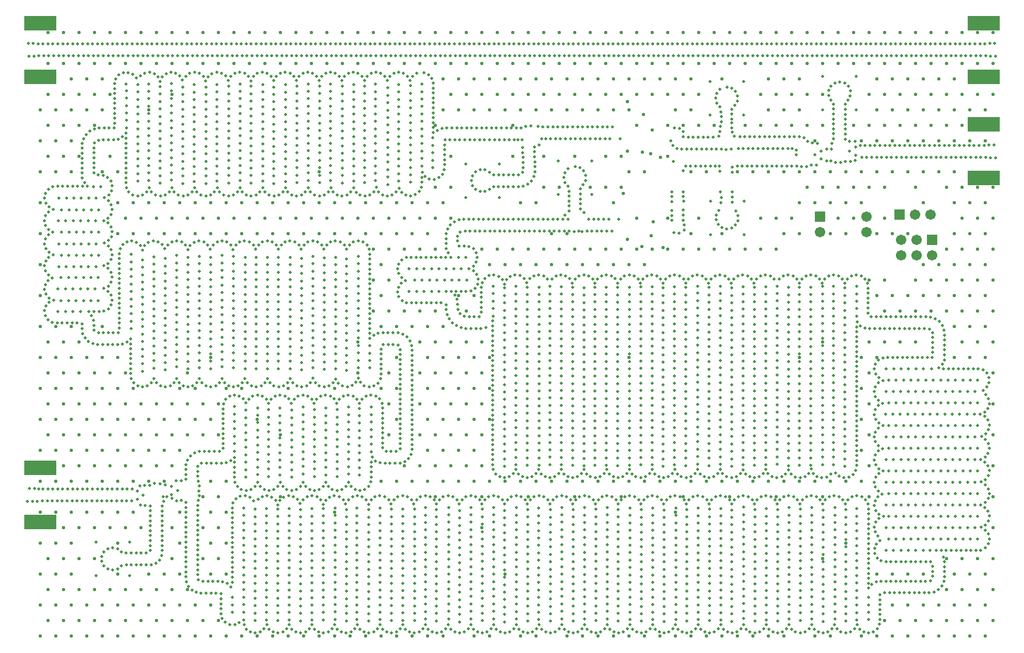
<source format=gbs>
G04*
G04 #@! TF.GenerationSoftware,Altium Limited,Altium Designer,20.2.6 (244)*
G04*
G04 Layer_Color=16711935*
%FSLAX25Y25*%
%MOIN*%
G70*
G04*
G04 #@! TF.SameCoordinates,CB8E9BAA-E3AC-43CE-A0A6-8ADA10DC06ED*
G04*
G04*
G04 #@! TF.FilePolarity,Negative*
G04*
G01*
G75*
%ADD21R,0.06706X0.06706*%
%ADD33R,0.20800X0.09800*%
%ADD35C,0.06706*%
%ADD36C,0.02000*%
%ADD37C,0.02200*%
%ADD38C,0.02300*%
D21*
X565100Y280200D02*
D03*
X513700Y278800D02*
D03*
X586100Y263900D02*
D03*
D33*
X10600Y116500D02*
D03*
Y81700D02*
D03*
Y369299D02*
D03*
Y404099D02*
D03*
X619321D02*
D03*
Y369299D02*
D03*
Y338600D02*
D03*
Y303800D02*
D03*
D35*
X575100Y280200D02*
D03*
X585100D02*
D03*
X513700Y268800D02*
D03*
X543700Y278800D02*
D03*
Y268800D02*
D03*
X586100Y253900D02*
D03*
X576100Y263900D02*
D03*
Y253900D02*
D03*
X566100Y263900D02*
D03*
Y253900D02*
D03*
D36*
X536749Y318602D02*
D03*
Y323798D02*
D03*
X532851Y321200D02*
D03*
X514349Y316202D02*
D03*
X510451Y318800D02*
D03*
X514349Y321398D02*
D03*
X95080Y99302D02*
D03*
X98978Y101900D02*
D03*
X95080Y104498D02*
D03*
X73002Y96302D02*
D03*
X76900Y98900D02*
D03*
X73002Y101498D02*
D03*
X135931Y127400D02*
D03*
Y132200D02*
D03*
Y137000D02*
D03*
Y141800D02*
D03*
Y146600D02*
D03*
Y151400D02*
D03*
Y156200D02*
D03*
X143230Y153800D02*
D03*
Y149000D02*
D03*
Y144200D02*
D03*
Y139400D02*
D03*
Y134600D02*
D03*
Y129800D02*
D03*
Y125000D02*
D03*
Y120200D02*
D03*
Y115400D02*
D03*
Y110600D02*
D03*
X224030Y155800D02*
D03*
Y151000D02*
D03*
Y146200D02*
D03*
Y141400D02*
D03*
Y136600D02*
D03*
Y131800D02*
D03*
Y127000D02*
D03*
X216430Y155100D02*
D03*
Y150300D02*
D03*
Y145500D02*
D03*
Y140700D02*
D03*
Y135900D02*
D03*
Y131100D02*
D03*
Y126300D02*
D03*
Y121500D02*
D03*
Y116700D02*
D03*
Y111900D02*
D03*
X209331Y155800D02*
D03*
Y151000D02*
D03*
Y146200D02*
D03*
Y141400D02*
D03*
Y136600D02*
D03*
Y131800D02*
D03*
Y127000D02*
D03*
Y122200D02*
D03*
Y117400D02*
D03*
Y112600D02*
D03*
X202131Y154200D02*
D03*
Y149400D02*
D03*
Y144600D02*
D03*
Y139800D02*
D03*
Y135000D02*
D03*
Y130200D02*
D03*
Y125400D02*
D03*
Y120600D02*
D03*
Y115800D02*
D03*
Y111000D02*
D03*
X194730Y155200D02*
D03*
Y150400D02*
D03*
Y145600D02*
D03*
Y140800D02*
D03*
Y136000D02*
D03*
Y131200D02*
D03*
Y126400D02*
D03*
Y121600D02*
D03*
Y116800D02*
D03*
Y112000D02*
D03*
X187330Y154200D02*
D03*
Y149400D02*
D03*
Y144600D02*
D03*
Y139800D02*
D03*
Y135000D02*
D03*
Y130200D02*
D03*
Y125400D02*
D03*
Y120600D02*
D03*
Y115800D02*
D03*
Y111000D02*
D03*
X180031Y155900D02*
D03*
Y151100D02*
D03*
Y146300D02*
D03*
Y141500D02*
D03*
Y136700D02*
D03*
Y131900D02*
D03*
Y127100D02*
D03*
Y122300D02*
D03*
Y117500D02*
D03*
Y112700D02*
D03*
X172830Y153800D02*
D03*
Y149000D02*
D03*
Y144200D02*
D03*
Y139400D02*
D03*
Y134600D02*
D03*
Y129800D02*
D03*
Y125000D02*
D03*
Y120200D02*
D03*
Y115400D02*
D03*
Y110600D02*
D03*
X165231Y155200D02*
D03*
Y150400D02*
D03*
Y145600D02*
D03*
Y140800D02*
D03*
Y136000D02*
D03*
Y131200D02*
D03*
Y126400D02*
D03*
Y121600D02*
D03*
Y116800D02*
D03*
Y112000D02*
D03*
X157831Y154200D02*
D03*
Y149400D02*
D03*
Y144600D02*
D03*
Y139800D02*
D03*
Y135000D02*
D03*
Y130200D02*
D03*
Y125400D02*
D03*
Y120600D02*
D03*
Y115800D02*
D03*
Y111000D02*
D03*
X150630Y155400D02*
D03*
Y150600D02*
D03*
Y145800D02*
D03*
Y141000D02*
D03*
Y136200D02*
D03*
Y131400D02*
D03*
Y126600D02*
D03*
Y121800D02*
D03*
Y117000D02*
D03*
Y112200D02*
D03*
X63590Y196523D02*
D03*
X144918Y369594D02*
D03*
X56892Y298813D02*
D03*
X80229Y262333D02*
D03*
X100111Y171564D02*
D03*
X61625Y242202D02*
D03*
X316427Y328557D02*
D03*
X67267Y372108D02*
D03*
X42483Y334232D02*
D03*
X209254Y163680D02*
D03*
X98544Y263214D02*
D03*
X70207Y292961D02*
D03*
X47802Y305802D02*
D03*
X110065Y297668D02*
D03*
X58120Y336167D02*
D03*
X15721Y296582D02*
D03*
X128541Y135580D02*
D03*
X218144Y369696D02*
D03*
X263983Y339672D02*
D03*
X153902Y262509D02*
D03*
X56265Y286665D02*
D03*
X185652Y161080D02*
D03*
X149546Y257928D02*
D03*
X250383Y128480D02*
D03*
X242767Y189889D02*
D03*
Y186689D02*
D03*
X250377Y138080D02*
D03*
X167526Y169695D02*
D03*
X105816Y169001D02*
D03*
X229877Y119829D02*
D03*
X27824Y210226D02*
D03*
X223175Y206662D02*
D03*
X248281Y122554D02*
D03*
X196338Y104569D02*
D03*
X182358Y169766D02*
D03*
X207695Y104649D02*
D03*
X28096Y298471D02*
D03*
X179049Y293015D02*
D03*
X196771Y169663D02*
D03*
X142243Y263214D02*
D03*
X198015Y297729D02*
D03*
X263069Y368344D02*
D03*
X68955Y183950D02*
D03*
X234978Y196295D02*
D03*
X197808Y372232D02*
D03*
X50798Y196295D02*
D03*
X149870Y169001D02*
D03*
X250377Y166880D02*
D03*
X102277Y367266D02*
D03*
X130080Y369809D02*
D03*
X242767Y170689D02*
D03*
X91670Y371326D02*
D03*
X15971Y285227D02*
D03*
X144137Y171508D02*
D03*
X263967Y365272D02*
D03*
X190522Y169719D02*
D03*
X112355Y108017D02*
D03*
X242767Y167489D02*
D03*
X250377Y163680D02*
D03*
X82151Y171680D02*
D03*
X214299Y294772D02*
D03*
X54412Y234108D02*
D03*
X120917Y119659D02*
D03*
X142579Y174303D02*
D03*
X219690Y366894D02*
D03*
X153721Y372232D02*
D03*
X145008Y161063D02*
D03*
X201278Y174113D02*
D03*
X58449Y348950D02*
D03*
X130509Y119890D02*
D03*
X242767Y180289D02*
D03*
X128541Y151580D02*
D03*
X56901Y225061D02*
D03*
X61625Y226202D02*
D03*
X183084Y372232D02*
D03*
X125973Y127271D02*
D03*
X128859Y292958D02*
D03*
X128541Y132380D02*
D03*
X231448Y132764D02*
D03*
X104435Y118772D02*
D03*
X37395Y307115D02*
D03*
X250377Y189280D02*
D03*
X111602Y294861D02*
D03*
X117386Y169649D02*
D03*
X14104Y221212D02*
D03*
X197664Y163033D02*
D03*
X219902Y102740D02*
D03*
X224117Y110764D02*
D03*
X240111Y127304D02*
D03*
X60835Y328898D02*
D03*
X274827Y328557D02*
D03*
X225913Y169589D02*
D03*
X89261Y369220D02*
D03*
X223175Y235462D02*
D03*
X105541Y121775D02*
D03*
X18432Y268803D02*
D03*
X269753Y336031D02*
D03*
X218760Y262552D02*
D03*
X54420Y203905D02*
D03*
X223175Y213062D02*
D03*
X56117Y272360D02*
D03*
X34224Y210226D02*
D03*
X157206Y174431D02*
D03*
X205157Y102701D02*
D03*
X63696Y260908D02*
D03*
X15952Y252776D02*
D03*
X156365Y161026D02*
D03*
X135871Y123321D02*
D03*
X263983Y342872D02*
D03*
X168703Y297693D02*
D03*
X250377Y179680D02*
D03*
X310027Y328557D02*
D03*
X76503Y169001D02*
D03*
X53903Y304301D02*
D03*
X244422Y202969D02*
D03*
X271313Y322172D02*
D03*
X209310Y371502D02*
D03*
X15861Y282029D02*
D03*
X139132Y262464D02*
D03*
X15504Y237725D02*
D03*
X87893Y366327D02*
D03*
X231448Y148764D02*
D03*
X212511Y262495D02*
D03*
X295350Y336167D02*
D03*
X143494Y292968D02*
D03*
X128541Y129180D02*
D03*
X146539Y102694D02*
D03*
X81064Y372222D02*
D03*
X242767Y157889D02*
D03*
X173497Y171463D02*
D03*
X141525Y161238D02*
D03*
X271313Y325372D02*
D03*
X156859Y371604D02*
D03*
X168304Y163040D02*
D03*
X279350Y336167D02*
D03*
X61625Y248602D02*
D03*
X242767Y129089D02*
D03*
X250377Y131680D02*
D03*
X114798Y171530D02*
D03*
X70217Y370867D02*
D03*
X212722Y297556D02*
D03*
X24624Y210226D02*
D03*
X56305Y266113D02*
D03*
X65780Y300843D02*
D03*
X190363Y366914D02*
D03*
X51495Y217847D02*
D03*
X122069Y260607D02*
D03*
X58449Y355350D02*
D03*
X104402Y112372D02*
D03*
X48020Y203905D02*
D03*
X282550Y336167D02*
D03*
X58449Y345750D02*
D03*
X250174Y195673D02*
D03*
X37591Y303921D02*
D03*
X131685Y367041D02*
D03*
X37395Y310315D02*
D03*
X37385Y209730D02*
D03*
X242767Y141889D02*
D03*
X250377Y160480D02*
D03*
X31024Y210226D02*
D03*
X179960Y163672D02*
D03*
X75026Y260266D02*
D03*
X225652Y295071D02*
D03*
X223175Y232262D02*
D03*
X245756Y120588D02*
D03*
X63612Y330489D02*
D03*
X56901Y283528D02*
D03*
X106915Y371599D02*
D03*
X140919Y294867D02*
D03*
X13970Y250264D02*
D03*
X233074Y119692D02*
D03*
X115984Y262614D02*
D03*
X177327Y260691D02*
D03*
X178385Y104656D02*
D03*
X92816Y260696D02*
D03*
X14010Y258334D02*
D03*
X218234Y160983D02*
D03*
X223872Y107573D02*
D03*
X189450Y262547D02*
D03*
X118606Y260779D02*
D03*
X220755Y162954D02*
D03*
X241757Y372232D02*
D03*
X96949Y294850D02*
D03*
X242767Y145089D02*
D03*
X124627Y262529D02*
D03*
X51441Y247155D02*
D03*
X247083Y201192D02*
D03*
X290827Y328557D02*
D03*
X18227Y239405D02*
D03*
X56219Y257454D02*
D03*
X203510Y369662D02*
D03*
X246348Y292874D02*
D03*
X108935Y169717D02*
D03*
X126275Y294845D02*
D03*
X220050Y292304D02*
D03*
X54640Y292976D02*
D03*
X66085Y297657D02*
D03*
X54172Y277907D02*
D03*
X61625Y255002D02*
D03*
X242767Y132289D02*
D03*
X117311Y292304D02*
D03*
X146419Y366768D02*
D03*
X77806Y260242D02*
D03*
X104402Y109172D02*
D03*
X95409Y262572D02*
D03*
X126154Y171707D02*
D03*
X323892Y337427D02*
D03*
X249894Y125317D02*
D03*
X250377Y150880D02*
D03*
X40108Y332088D02*
D03*
X176838Y162968D02*
D03*
X164239Y257811D02*
D03*
X45005Y316957D02*
D03*
X271313Y315772D02*
D03*
X216790Y101996D02*
D03*
X226945Y121110D02*
D03*
X104315Y369733D02*
D03*
X69258Y174364D02*
D03*
X215559Y371581D02*
D03*
X16212Y226399D02*
D03*
X68955Y177550D02*
D03*
X230506Y190159D02*
D03*
X223175Y245062D02*
D03*
X205214Y292304D02*
D03*
X112841Y263214D02*
D03*
X242767Y138689D02*
D03*
X264752Y303110D02*
D03*
X124310Y372232D02*
D03*
X14117Y228818D02*
D03*
X191416Y162938D02*
D03*
X57653Y328557D02*
D03*
X44847Y211880D02*
D03*
X138898Y163066D02*
D03*
X167028Y104545D02*
D03*
X177455Y369517D02*
D03*
X276150Y336167D02*
D03*
X148108Y369486D02*
D03*
X56272Y236711D02*
D03*
X130877Y262518D02*
D03*
X89134Y260929D02*
D03*
X44443Y196807D02*
D03*
X288950Y336167D02*
D03*
X200257Y161158D02*
D03*
X221467Y369555D02*
D03*
X127753Y263214D02*
D03*
X238640Y371506D02*
D03*
X242767Y177089D02*
D03*
X292150Y336167D02*
D03*
X230506Y193359D02*
D03*
X203600Y161013D02*
D03*
X101320Y108313D02*
D03*
X54090Y274836D02*
D03*
X244889Y371578D02*
D03*
X250377Y147680D02*
D03*
X152386Y104516D02*
D03*
X65780Y323243D02*
D03*
X241338Y203824D02*
D03*
X51325Y276446D02*
D03*
X298550Y336167D02*
D03*
X174736Y262569D02*
D03*
X146734Y169638D02*
D03*
X165392Y371529D02*
D03*
X193640Y169001D02*
D03*
X45005Y313757D02*
D03*
X13229Y247151D02*
D03*
X155493Y171728D02*
D03*
X176110Y169615D02*
D03*
X113250Y174331D02*
D03*
X209497Y107294D02*
D03*
X256652Y304438D02*
D03*
X56224Y221934D02*
D03*
X151359Y260565D02*
D03*
X215779Y174696D02*
D03*
X139249Y372232D02*
D03*
X222411Y104726D02*
D03*
X263983Y346072D02*
D03*
X137712Y104529D02*
D03*
X66449Y197960D02*
D03*
X204075Y262562D02*
D03*
X223175Y222662D02*
D03*
X214255Y171882D02*
D03*
X230506Y183759D02*
D03*
X135871Y110521D02*
D03*
X13229Y261437D02*
D03*
X18512Y298147D02*
D03*
X250377Y157280D02*
D03*
X187538Y292943D02*
D03*
X73339Y292304D02*
D03*
X285750Y336167D02*
D03*
X133368Y121328D02*
D03*
X104172Y260496D02*
D03*
X45108Y217556D02*
D03*
X206134Y162966D02*
D03*
X263983Y358872D02*
D03*
X142371Y371532D02*
D03*
X161276Y169687D02*
D03*
X37696Y298471D02*
D03*
X80745Y297663D02*
D03*
X242767Y135489D02*
D03*
X190673Y292304D02*
D03*
X252592Y293118D02*
D03*
X41586Y198248D02*
D03*
X13859Y293980D02*
D03*
X242077Y297437D02*
D03*
X179251Y169001D02*
D03*
X107504Y124302D02*
D03*
X13229Y290842D02*
D03*
X237589Y292971D02*
D03*
X152982Y169744D02*
D03*
X247472Y369689D02*
D03*
X133426Y260584D02*
D03*
X97905Y371732D02*
D03*
X263983Y349272D02*
D03*
X135871Y120121D02*
D03*
X249014Y366885D02*
D03*
X143421Y101974D02*
D03*
X271627Y328557D02*
D03*
X231448Y142364D02*
D03*
X238140Y203905D02*
D03*
X243709Y294684D02*
D03*
X260960Y370751D02*
D03*
X84138Y371333D02*
D03*
X242767Y151489D02*
D03*
X250377Y173280D02*
D03*
X208205Y257874D02*
D03*
X15741Y241421D02*
D03*
X242767Y148289D02*
D03*
X118734Y369417D02*
D03*
X123635Y169733D02*
D03*
X228541Y171414D02*
D03*
X256450Y298045D02*
D03*
X165494Y107353D02*
D03*
X159555Y160918D02*
D03*
X65780Y310443D02*
D03*
X122959Y294985D02*
D03*
X15834Y270672D02*
D03*
X149743Y293021D02*
D03*
X171602Y263214D02*
D03*
X131991Y169672D02*
D03*
X165971Y260501D02*
D03*
X37395Y316715D02*
D03*
X94301Y169728D02*
D03*
X242767Y164289D02*
D03*
X149068Y104655D02*
D03*
X37891Y203373D02*
D03*
X236116Y369539D02*
D03*
X58449Y352150D02*
D03*
X68955Y193550D02*
D03*
X311350Y336167D02*
D03*
X231137Y158349D02*
D03*
X230247Y371570D02*
D03*
X200942Y263214D02*
D03*
X170909Y161182D02*
D03*
X210887Y294935D02*
D03*
X135754Y163658D02*
D03*
X65780Y329643D02*
D03*
X15522Y212309D02*
D03*
X166961Y295009D02*
D03*
X111468Y171673D02*
D03*
X179970Y371495D02*
D03*
X136175Y107335D02*
D03*
X65780Y326443D02*
D03*
X270075Y306384D02*
D03*
X223175Y238662D02*
D03*
X150841Y107319D02*
D03*
X190554Y102721D02*
D03*
X183386Y297611D02*
D03*
X61625Y239002D02*
D03*
X223175Y219462D02*
D03*
X128541Y148380D02*
D03*
X175929Y292304D02*
D03*
X58449Y361750D02*
D03*
X136627Y260473D02*
D03*
X238178Y196295D02*
D03*
X140778Y171658D02*
D03*
X76456Y293028D02*
D03*
X78982Y294993D02*
D03*
X249497Y292304D02*
D03*
X34496Y298471D02*
D03*
X221338Y260655D02*
D03*
X61625Y207002D02*
D03*
X250377Y182880D02*
D03*
X136122Y371551D02*
D03*
X51253Y328557D02*
D03*
X178878Y257892D02*
D03*
X196298Y295029D02*
D03*
X112012Y117598D02*
D03*
X211804Y169825D02*
D03*
X45502Y326518D02*
D03*
X308150Y336167D02*
D03*
X54255Y230726D02*
D03*
X202917Y171365D02*
D03*
X135871Y113721D02*
D03*
X231448Y155164D02*
D03*
X165166Y163667D02*
D03*
X51704Y261887D02*
D03*
X234359Y366865D02*
D03*
X54266Y248657D02*
D03*
X127317Y119661D02*
D03*
X16035Y255856D02*
D03*
X223175Y254662D02*
D03*
X195304Y260515D02*
D03*
X54453Y328557D02*
D03*
X51220Y203905D02*
D03*
X263983Y362072D02*
D03*
X219400Y169700D02*
D03*
X93639Y294988D02*
D03*
X121208Y371446D02*
D03*
X83924Y174344D02*
D03*
X138240Y169710D02*
D03*
X184850Y171774D02*
D03*
X162056Y162914D02*
D03*
X54920Y336167D02*
D03*
X117717Y119658D02*
D03*
X320950Y336167D02*
D03*
X231778Y196295D02*
D03*
X242767Y154689D02*
D03*
X132652Y162871D02*
D03*
X31296Y298471D02*
D03*
X187439Y101987D02*
D03*
X120203Y258007D02*
D03*
X155604Y294835D02*
D03*
X183201Y262499D02*
D03*
X117129Y366648D02*
D03*
X194688Y371519D02*
D03*
X172800Y292975D02*
D03*
X271215Y309374D02*
D03*
X56395Y295652D02*
D03*
X224805Y123489D02*
D03*
X54157Y245463D02*
D03*
X250377Y192480D02*
D03*
X51621Y232542D02*
D03*
X105780Y293030D02*
D03*
X98577Y174373D02*
D03*
X205040Y366851D02*
D03*
X113163Y371485D02*
D03*
X223175Y248262D02*
D03*
X13827Y264581D02*
D03*
X45005Y307357D02*
D03*
X131991Y292304D02*
D03*
X186506Y174511D02*
D03*
X61625Y251802D02*
D03*
X256652Y301238D02*
D03*
X54310Y219369D02*
D03*
X230506Y177359D02*
D03*
X250377Y144480D02*
D03*
X68955Y190350D02*
D03*
X224117Y113964D02*
D03*
X13926Y279480D02*
D03*
X231448Y151964D02*
D03*
X223175Y229062D02*
D03*
X200937Y371565D02*
D03*
X278027Y328557D02*
D03*
X162848Y369588D02*
D03*
X223175Y216262D02*
D03*
X24896Y298471D02*
D03*
X21696D02*
D03*
X72380Y368509D02*
D03*
X58449Y358550D02*
D03*
X231448Y135964D02*
D03*
X110052Y372232D02*
D03*
X56203Y251204D02*
D03*
X216911Y292922D02*
D03*
X112012Y114399D02*
D03*
X250377Y170080D02*
D03*
X215630Y263214D02*
D03*
X306827Y328557D02*
D03*
X212425Y372232D02*
D03*
X45371Y335610D02*
D03*
X119573Y127269D02*
D03*
X236275Y119693D02*
D03*
X145381Y262583D02*
D03*
X65780Y307243D02*
D03*
X154057Y297636D02*
D03*
X60820Y203905D02*
D03*
X202036Y101991D02*
D03*
X13742Y235054D02*
D03*
X13752Y214975D02*
D03*
X64069Y372000D02*
D03*
X284427Y328557D02*
D03*
X261564Y303391D02*
D03*
X236911Y127303D02*
D03*
X61215Y370554D02*
D03*
X188811Y369712D02*
D03*
X61625Y232602D02*
D03*
X184942Y294815D02*
D03*
X114518Y119589D02*
D03*
X65780Y313643D02*
D03*
X240162Y294874D02*
D03*
X128541Y138780D02*
D03*
X62030Y258176D02*
D03*
X212383Y163014D02*
D03*
X231340Y293018D02*
D03*
X186219Y371589D02*
D03*
X206660Y260677D02*
D03*
X214957Y161111D02*
D03*
X184305Y102634D02*
D03*
X157023Y263214D02*
D03*
X104402Y115572D02*
D03*
X39325Y200512D02*
D03*
X120520Y169001D02*
D03*
X223175Y241862D02*
D03*
X154971Y102630D02*
D03*
X224117Y120364D02*
D03*
X150696Y163663D02*
D03*
X105638Y257651D02*
D03*
X86465Y262695D02*
D03*
X258051Y372083D02*
D03*
X301750Y336167D02*
D03*
X171641Y371554D02*
D03*
X13233Y218133D02*
D03*
X187173Y158265D02*
D03*
X87993Y292304D02*
D03*
X94743Y372220D02*
D03*
X223175Y209862D02*
D03*
X61625Y229402D02*
D03*
X38997Y301047D02*
D03*
X205561Y169562D02*
D03*
X223158Y293067D02*
D03*
X227116Y372232D02*
D03*
X98121Y108405D02*
D03*
X250377Y134880D02*
D03*
X102686Y169665D02*
D03*
X72595Y262348D02*
D03*
X61625Y223002D02*
D03*
X222873Y257847D02*
D03*
X56157Y280416D02*
D03*
X230506Y186959D02*
D03*
X68955Y199950D02*
D03*
X37512Y326313D02*
D03*
X188901Y160959D02*
D03*
X258797Y304997D02*
D03*
X253314Y371511D02*
D03*
X38383Y329392D02*
D03*
X192153Y369566D02*
D03*
X146625Y292304D02*
D03*
X230506Y180559D02*
D03*
X120429Y293025D02*
D03*
X66358Y262684D02*
D03*
X73372Y169661D02*
D03*
X228548Y203679D02*
D03*
X54299Y260014D02*
D03*
X135108Y293032D02*
D03*
X164441Y293037D02*
D03*
X90810Y258203D02*
D03*
X223871Y163685D02*
D03*
X223175Y225862D02*
D03*
X101657Y262475D02*
D03*
X91111Y293026D02*
D03*
X255049Y295168D02*
D03*
X313227Y328557D02*
D03*
X65780Y316843D02*
D03*
X128541Y141980D02*
D03*
X231739Y203905D02*
D03*
X160151Y262538D02*
D03*
X159464Y369744D02*
D03*
X223175Y200262D02*
D03*
X21424Y210226D02*
D03*
X169604Y102646D02*
D03*
X164402Y169001D02*
D03*
X192023Y260645D02*
D03*
X134931Y257760D02*
D03*
X129421Y171580D02*
D03*
X13979Y287732D02*
D03*
X267775Y304159D02*
D03*
X227317Y297804D02*
D03*
X56150Y242959D02*
D03*
X230153Y174178D02*
D03*
X223998Y371514D02*
D03*
X61625Y219802D02*
D03*
X263983Y355672D02*
D03*
X294027Y328557D02*
D03*
X150611Y371480D02*
D03*
X95408Y297654D02*
D03*
X271313Y318972D02*
D03*
X223175Y203462D02*
D03*
X127454Y371638D02*
D03*
X242674Y119725D02*
D03*
X115671Y369497D02*
D03*
X231448Y145564D02*
D03*
X18797Y254240D02*
D03*
X234940Y203905D02*
D03*
X139385Y297676D02*
D03*
X60398Y196295D02*
D03*
X56003Y301887D02*
D03*
X54396Y289262D02*
D03*
X113176Y127127D02*
D03*
X175853Y102699D02*
D03*
X303627Y328557D02*
D03*
X233711Y127303D02*
D03*
X317750Y336167D02*
D03*
X18251Y210637D02*
D03*
X107258Y260411D02*
D03*
X110141Y126116D02*
D03*
X61625Y210202D02*
D03*
X59212Y368058D02*
D03*
X287627Y328557D02*
D03*
X211056Y104500D02*
D03*
X327091Y337476D02*
D03*
X44995Y208684D02*
D03*
X65780Y332843D02*
D03*
X91185Y169001D02*
D03*
X181716Y104514D02*
D03*
X213654Y102631D02*
D03*
X114180Y292965D02*
D03*
X158192Y292953D02*
D03*
X186320Y263214D02*
D03*
X45005Y310557D02*
D03*
X242767Y173889D02*
D03*
X130179Y160840D02*
D03*
X224117Y117164D02*
D03*
X56901Y269257D02*
D03*
X13869Y244015D02*
D03*
X201810Y158360D02*
D03*
X109737Y262434D02*
D03*
X272950Y336167D02*
D03*
X45242Y205493D02*
D03*
X137631Y295000D02*
D03*
X187991Y171677D02*
D03*
X47598Y196274D02*
D03*
X147569Y162981D02*
D03*
X314550Y336167D02*
D03*
X88052Y169654D02*
D03*
X37395Y313515D02*
D03*
X209981Y260536D02*
D03*
X68955Y180750D02*
D03*
X234459Y292304D02*
D03*
X194811Y107381D02*
D03*
X170230Y294881D02*
D03*
X86551Y369232D02*
D03*
X194529Y163676D02*
D03*
X37395Y323115D02*
D03*
X51920Y291290D02*
D03*
X113098Y104904D02*
D03*
X79621Y169721D02*
D03*
X61625Y213402D02*
D03*
X174295Y161026D02*
D03*
X135871Y116921D02*
D03*
X68955Y187150D02*
D03*
Y196750D02*
D03*
X225687Y202244D02*
D03*
X61625Y245402D02*
D03*
X108306Y294995D02*
D03*
X143131Y158471D02*
D03*
X45005Y320157D02*
D03*
X242767Y161089D02*
D03*
X161030Y366954D02*
D03*
X263983Y352472D02*
D03*
X128758Y157973D02*
D03*
X56901Y239849D02*
D03*
X281227Y328557D02*
D03*
X170076Y171627D02*
D03*
X45005Y323357D02*
D03*
X96824Y171696D02*
D03*
X13236Y231894D02*
D03*
X171917Y174245D02*
D03*
X82283Y294857D02*
D03*
X318900Y328600D02*
D03*
X19088Y224996D02*
D03*
X162716Y260626D02*
D03*
X100584Y369982D02*
D03*
X206788Y369532D02*
D03*
X222767Y169001D02*
D03*
X197826Y262485D02*
D03*
X297227Y328557D02*
D03*
X161220Y102707D02*
D03*
X193554Y257836D02*
D03*
X256968Y307623D02*
D03*
X37367Y206530D02*
D03*
X239475Y119694D02*
D03*
X69514Y263212D02*
D03*
X250377Y186080D02*
D03*
X223175Y251462D02*
D03*
X161326Y292304D02*
D03*
X263983Y336472D02*
D03*
X15661Y267204D02*
D03*
X128541Y154780D02*
D03*
X51720Y336167D02*
D03*
X181587Y294964D02*
D03*
X41908Y217556D02*
D03*
X208712Y169001D02*
D03*
X67625Y294852D02*
D03*
X102664Y292304D02*
D03*
X250785Y369550D02*
D03*
X250377Y154080D02*
D03*
X99531Y292960D02*
D03*
X48520Y336176D02*
D03*
X172734Y101982D02*
D03*
X266819Y334755D02*
D03*
X208338Y293001D02*
D03*
X54474Y263489D02*
D03*
X43526Y214795D02*
D03*
X158104Y101978D02*
D03*
X61625Y216602D02*
D03*
X75227Y369972D02*
D03*
X83306Y263208D02*
D03*
X242767Y183489D02*
D03*
X193786Y293046D02*
D03*
X157866Y158200D02*
D03*
X57620Y203905D02*
D03*
X202088Y292989D02*
D03*
X18686Y283532D02*
D03*
X37395Y319915D02*
D03*
X242767Y193089D02*
D03*
X124732Y297649D02*
D03*
X153818Y162963D02*
D03*
X65780Y304043D02*
D03*
X180666Y260546D02*
D03*
X152276Y294978D02*
D03*
X304950Y336167D02*
D03*
X77902Y371727D02*
D03*
X183087Y162994D02*
D03*
X133561Y369633D02*
D03*
X70794Y171557D02*
D03*
X271313Y312572D02*
D03*
X124117Y119660D02*
D03*
X57198Y196295D02*
D03*
X241360Y195964D02*
D03*
X13913Y273231D02*
D03*
X48055Y328447D02*
D03*
X250377Y176480D02*
D03*
X56198Y228183D02*
D03*
X300427Y328557D02*
D03*
X112012Y111198D02*
D03*
X174205Y369640D02*
D03*
X231448Y129564D02*
D03*
X198908Y102662D02*
D03*
X175726Y366824D02*
D03*
X199530Y294911D02*
D03*
X228805Y294972D02*
D03*
X263983Y333272D02*
D03*
X56901Y254327D02*
D03*
X135119Y169001D02*
D03*
X122773Y127270D02*
D03*
X65780Y320043D02*
D03*
X61625Y235802D02*
D03*
X163742Y104676D02*
D03*
X128541Y145180D02*
D03*
X227004Y163035D02*
D03*
X216488Y158301D02*
D03*
X249055Y198671D02*
D03*
X158719Y171611D02*
D03*
X250377Y141280D02*
D03*
X193072Y104695D02*
D03*
X58449Y364950D02*
D03*
X85468Y171541D02*
D03*
X229591Y161151D02*
D03*
X147983Y260720D02*
D03*
X127894Y174392D02*
D03*
X58449Y342550D02*
D03*
X180167Y107314D02*
D03*
X50998Y305643D02*
D03*
X84862Y292964D02*
D03*
X199348Y171561D02*
D03*
X16191Y223638D02*
D03*
X40896Y298471D02*
D03*
X232824Y369672D02*
D03*
X217197Y171827D02*
D03*
X53998Y196295D02*
D03*
X172477Y158392D02*
D03*
X112688Y101731D02*
D03*
X231448Y139164D02*
D03*
X140290Y102634D02*
D03*
X58449Y339350D02*
D03*
X116373Y127268D02*
D03*
X321600Y328600D02*
D03*
X168513Y372232D02*
D03*
X13229Y276357D02*
D03*
X168488Y262478D02*
D03*
X76390Y257372D02*
D03*
X48308Y217556D02*
D03*
X379349Y269726D02*
D03*
X383736Y277337D02*
D03*
X417995Y282933D02*
D03*
Y279733D02*
D03*
X418000Y288600D02*
D03*
Y294800D02*
D03*
X425605Y279915D02*
D03*
X425700Y288900D02*
D03*
X425600Y295000D02*
D03*
X418000Y291900D02*
D03*
X417995Y276533D02*
D03*
X419400Y268600D02*
D03*
X425605Y276715D02*
D03*
Y283115D02*
D03*
X425600Y292100D02*
D03*
X422700Y268400D02*
D03*
X285124Y252579D02*
D03*
X280324D02*
D03*
X262999Y230587D02*
D03*
X248599D02*
D03*
X253398D02*
D03*
X258198D02*
D03*
X267798D02*
D03*
X272599D02*
D03*
X285736Y237918D02*
D03*
X280936D02*
D03*
X276136D02*
D03*
X271336D02*
D03*
X261736D02*
D03*
X256936D02*
D03*
X252136D02*
D03*
X266536D02*
D03*
X262999Y245248D02*
D03*
X248599D02*
D03*
X253398D02*
D03*
X258198D02*
D03*
X267798D02*
D03*
X272599D02*
D03*
X277398D02*
D03*
X282199D02*
D03*
X351002Y277386D02*
D03*
X347802D02*
D03*
X344602D02*
D03*
X341402D02*
D03*
X338202D02*
D03*
X335002D02*
D03*
X331802D02*
D03*
X328602D02*
D03*
X325402D02*
D03*
X322202D02*
D03*
X319002D02*
D03*
X315802D02*
D03*
X312602D02*
D03*
X309402D02*
D03*
X306202D02*
D03*
X303002D02*
D03*
X299802D02*
D03*
X296602D02*
D03*
X293402D02*
D03*
X290202D02*
D03*
X287002D02*
D03*
X283802Y277431D02*
D03*
X280633Y276983D02*
D03*
X277697Y275710D02*
D03*
X275247Y273652D02*
D03*
X273457Y271000D02*
D03*
X272446Y267964D02*
D03*
X272295Y264767D02*
D03*
Y261567D02*
D03*
X272446Y258371D02*
D03*
X273779Y255461D02*
D03*
X275427Y252718D02*
D03*
X272227D02*
D03*
X269027D02*
D03*
X265827D02*
D03*
X262627D02*
D03*
X259427D02*
D03*
X256227D02*
D03*
X253027D02*
D03*
X249827D02*
D03*
X246638Y252454D02*
D03*
X243804Y250969D02*
D03*
X241847Y248436D02*
D03*
X241131Y245318D02*
D03*
X241795Y242187D02*
D03*
X243694Y239612D02*
D03*
X246250Y237686D02*
D03*
X243500Y236050D02*
D03*
X241695Y233407D02*
D03*
X241131Y230258D02*
D03*
X241951Y227165D02*
D03*
X244006Y224711D02*
D03*
X246885Y223315D02*
D03*
X250079Y223117D02*
D03*
X253279D02*
D03*
X256479D02*
D03*
X259679D02*
D03*
X262879D02*
D03*
X266079D02*
D03*
X269279D02*
D03*
X272295Y222047D02*
D03*
X272380Y218848D02*
D03*
X273083Y215726D02*
D03*
X274515Y212865D02*
D03*
X276560Y210403D02*
D03*
X279136Y208504D02*
D03*
X282075Y207240D02*
D03*
X285233Y206718D02*
D03*
X288433Y206695D02*
D03*
X291633D02*
D03*
X294832D02*
D03*
X297995Y207183D02*
D03*
X302556Y211515D02*
D03*
Y208315D02*
D03*
Y205115D02*
D03*
Y201915D02*
D03*
Y198715D02*
D03*
Y195515D02*
D03*
Y192315D02*
D03*
Y189115D02*
D03*
Y185915D02*
D03*
Y182715D02*
D03*
Y179515D02*
D03*
Y176315D02*
D03*
Y173115D02*
D03*
Y169915D02*
D03*
Y166715D02*
D03*
Y163515D02*
D03*
Y160315D02*
D03*
Y157115D02*
D03*
Y153915D02*
D03*
Y150715D02*
D03*
Y147515D02*
D03*
Y144315D02*
D03*
Y141115D02*
D03*
Y137915D02*
D03*
Y134715D02*
D03*
Y131515D02*
D03*
Y128315D02*
D03*
Y125115D02*
D03*
Y121915D02*
D03*
Y118715D02*
D03*
X302860Y115529D02*
D03*
X304399Y112723D02*
D03*
X306979Y110830D02*
D03*
X310110Y110172D02*
D03*
X313228Y110894D02*
D03*
X315756Y112856D02*
D03*
X317523Y115524D02*
D03*
X319063Y112719D02*
D03*
X321645Y110828D02*
D03*
X324777Y110172D02*
D03*
X327894Y110896D02*
D03*
X330420Y112860D02*
D03*
X332182Y115532D02*
D03*
X333720Y112725D02*
D03*
X336299Y110831D02*
D03*
X339430Y110172D02*
D03*
X342548Y110893D02*
D03*
X345076Y112854D02*
D03*
X346846Y115521D02*
D03*
X348387Y112716D02*
D03*
X350970Y110827D02*
D03*
X354102Y110172D02*
D03*
X357219Y110897D02*
D03*
X359744Y112863D02*
D03*
X361503Y115536D02*
D03*
X363039Y112729D02*
D03*
X365616Y110833D02*
D03*
X368747Y110172D02*
D03*
X371865Y110891D02*
D03*
X374395Y112851D02*
D03*
X376170Y115514D02*
D03*
X377714Y112711D02*
D03*
X380298Y110824D02*
D03*
X383431Y110172D02*
D03*
X386547Y110900D02*
D03*
X389070Y112868D02*
D03*
X390822Y115546D02*
D03*
X392354Y112737D02*
D03*
X394929Y110837D02*
D03*
X398059Y110172D02*
D03*
X401178Y110887D02*
D03*
X403711Y112843D02*
D03*
X405496Y115499D02*
D03*
X407045Y112699D02*
D03*
X409634Y110819D02*
D03*
X412768Y110172D02*
D03*
X415883Y110906D02*
D03*
X418401Y112880D02*
D03*
X420138Y115567D02*
D03*
X421663Y112754D02*
D03*
X424231Y110845D02*
D03*
X427360Y110172D02*
D03*
X430481Y110879D02*
D03*
X433020Y112826D02*
D03*
X434826Y115468D02*
D03*
X436386Y112674D02*
D03*
X438984Y110807D02*
D03*
X442121Y110172D02*
D03*
X445233Y110917D02*
D03*
X447741Y112904D02*
D03*
X449449Y115610D02*
D03*
X450958Y112789D02*
D03*
X453513Y110862D02*
D03*
X456638Y110172D02*
D03*
X459762Y110863D02*
D03*
X462316Y112791D02*
D03*
X464165Y115402D02*
D03*
X465752Y112624D02*
D03*
X468368Y110781D02*
D03*
X471510Y110172D02*
D03*
X474616Y110942D02*
D03*
X477103Y112956D02*
D03*
X478746Y115701D02*
D03*
X480224Y112863D02*
D03*
X482749Y110897D02*
D03*
X485865Y110172D02*
D03*
X488998Y110827D02*
D03*
X491580Y112716D02*
D03*
X493539Y115247D02*
D03*
X495191Y112507D02*
D03*
X497844Y110717D02*
D03*
X500997Y110172D02*
D03*
X504083Y111016D02*
D03*
X506525Y113085D02*
D03*
X508010Y115920D02*
D03*
X509409Y113042D02*
D03*
X511863Y110989D02*
D03*
X514957Y110172D02*
D03*
X518107Y110739D02*
D03*
X520748Y112546D02*
D03*
X523851Y113327D02*
D03*
X526213Y111169D02*
D03*
X529265Y110207D02*
D03*
X532441Y110603D02*
D03*
X535157Y112294D02*
D03*
X536908Y114973D02*
D03*
X537412Y118133D02*
D03*
Y121333D02*
D03*
Y124533D02*
D03*
Y127733D02*
D03*
Y130933D02*
D03*
Y134133D02*
D03*
Y137333D02*
D03*
Y140533D02*
D03*
Y143733D02*
D03*
Y146933D02*
D03*
Y150133D02*
D03*
Y153333D02*
D03*
Y156533D02*
D03*
Y159733D02*
D03*
Y162933D02*
D03*
Y166133D02*
D03*
Y169333D02*
D03*
Y172533D02*
D03*
Y175733D02*
D03*
Y178933D02*
D03*
Y182133D02*
D03*
Y185333D02*
D03*
Y188533D02*
D03*
Y191733D02*
D03*
Y194933D02*
D03*
Y198133D02*
D03*
Y201333D02*
D03*
Y204533D02*
D03*
Y207733D02*
D03*
X537884Y210898D02*
D03*
X539875Y208393D02*
D03*
X542725Y206937D02*
D03*
X545916Y206695D02*
D03*
X549116D02*
D03*
X552316D02*
D03*
X555516D02*
D03*
X558716D02*
D03*
X561916D02*
D03*
X565116D02*
D03*
X568316D02*
D03*
X571516D02*
D03*
X574716D02*
D03*
X577916D02*
D03*
X581116D02*
D03*
X584304Y206422D02*
D03*
X586435Y204035D02*
D03*
X586595Y200839D02*
D03*
Y197639D02*
D03*
Y194439D02*
D03*
Y191239D02*
D03*
X586281Y188054D02*
D03*
X583081D02*
D03*
X579881D02*
D03*
X576681D02*
D03*
X573481D02*
D03*
X570281D02*
D03*
X567081D02*
D03*
X563881D02*
D03*
X560681D02*
D03*
X557481D02*
D03*
X554296Y187746D02*
D03*
X551492Y186204D02*
D03*
X549604Y183620D02*
D03*
X548950Y180488D02*
D03*
X549677Y177371D02*
D03*
X551644Y174847D02*
D03*
X554326Y173102D02*
D03*
X551511Y171581D02*
D03*
X549597Y169016D02*
D03*
X548920Y165889D02*
D03*
X549623Y162767D02*
D03*
X551565Y160223D02*
D03*
X554200Y158407D02*
D03*
X551409Y156841D02*
D03*
X549548Y154237D02*
D03*
X548920Y151100D02*
D03*
X549672Y147989D02*
D03*
X551665Y145486D02*
D03*
X554381Y143795D02*
D03*
X551556Y142293D02*
D03*
X549619Y139745D02*
D03*
X548920Y136623D02*
D03*
X549602Y133496D02*
D03*
X551521Y130936D02*
D03*
X554115Y129062D02*
D03*
X551346Y127459D02*
D03*
X549515Y124835D02*
D03*
X548920Y121690D02*
D03*
X549704Y118588D02*
D03*
X551732Y116112D02*
D03*
X554498Y114504D02*
D03*
X551651Y113044D02*
D03*
X549665Y110535D02*
D03*
X548920Y107423D02*
D03*
X549555Y104287D02*
D03*
X551424Y101688D02*
D03*
X553897Y99658D02*
D03*
X551178Y97969D02*
D03*
X549424Y95293D02*
D03*
X548930Y92131D02*
D03*
X549820Y89058D02*
D03*
X551922Y86645D02*
D03*
X554809Y85265D02*
D03*
X551907Y83918D02*
D03*
X549810Y81500D02*
D03*
X548928Y78425D02*
D03*
X549431Y75264D02*
D03*
X551191Y72592D02*
D03*
X552480Y69663D02*
D03*
X550173Y67446D02*
D03*
X549019Y64461D02*
D03*
X549200Y61266D02*
D03*
X550710Y58445D02*
D03*
X553265Y56518D02*
D03*
X556384Y55802D02*
D03*
X559584Y55826D02*
D03*
X562784D02*
D03*
X565984D02*
D03*
X569184D02*
D03*
X572384D02*
D03*
X575584D02*
D03*
X578784D02*
D03*
X581984D02*
D03*
X585184D02*
D03*
X586595Y52953D02*
D03*
Y49753D02*
D03*
Y46554D02*
D03*
X585112Y43718D02*
D03*
X581927Y43405D02*
D03*
X578727Y43405D02*
D03*
X575527Y43405D02*
D03*
X572327Y43405D02*
D03*
X569127Y43405D02*
D03*
X565927Y43405D02*
D03*
X562727Y43405D02*
D03*
X559527Y43405D02*
D03*
X556327Y43405D02*
D03*
X553127Y43405D02*
D03*
X549977Y42840D02*
D03*
X547223Y41210D02*
D03*
X545118Y38800D02*
D03*
Y42000D02*
D03*
Y45200D02*
D03*
Y48400D02*
D03*
Y51600D02*
D03*
Y54800D02*
D03*
Y58000D02*
D03*
Y61200D02*
D03*
Y64400D02*
D03*
Y67600D02*
D03*
Y70800D02*
D03*
Y74000D02*
D03*
Y77200D02*
D03*
Y80400D02*
D03*
Y83600D02*
D03*
Y86800D02*
D03*
Y90000D02*
D03*
X544813Y93186D02*
D03*
X543274Y95991D02*
D03*
X540693Y97884D02*
D03*
X537562Y98541D02*
D03*
X534445Y97818D02*
D03*
X531917Y95855D02*
D03*
X530152Y93186D02*
D03*
X528613Y95991D02*
D03*
X526032Y97884D02*
D03*
X522901Y98541D02*
D03*
X519783Y97818D02*
D03*
X517256Y95855D02*
D03*
X515491Y93186D02*
D03*
X513952Y95991D02*
D03*
X511371Y97883D02*
D03*
X508240Y98541D02*
D03*
X505123Y97818D02*
D03*
X502595Y95855D02*
D03*
X500830Y93186D02*
D03*
X499291Y95991D02*
D03*
X496710Y97884D02*
D03*
X493579Y98541D02*
D03*
X490461Y97818D02*
D03*
X487934Y95855D02*
D03*
X486169Y93186D02*
D03*
X484630Y95991D02*
D03*
X482050Y97883D02*
D03*
X478918Y98541D02*
D03*
X475801Y97818D02*
D03*
X473273Y95855D02*
D03*
X471508Y93186D02*
D03*
X469969Y95991D02*
D03*
X467388Y97884D02*
D03*
X464256Y98541D02*
D03*
X461139Y97818D02*
D03*
X458612Y95855D02*
D03*
X456847Y93186D02*
D03*
X455308Y95991D02*
D03*
X452728Y97883D02*
D03*
X449596Y98541D02*
D03*
X446479Y97818D02*
D03*
X443952Y95855D02*
D03*
X442186Y93186D02*
D03*
X440647Y95992D02*
D03*
X438066Y97884D02*
D03*
X434934Y98541D02*
D03*
X431817Y97818D02*
D03*
X429290Y95855D02*
D03*
X427525Y93185D02*
D03*
X425986Y95991D02*
D03*
X423406Y97883D02*
D03*
X420274Y98541D02*
D03*
X417157Y97818D02*
D03*
X414630Y95855D02*
D03*
X412864Y93187D02*
D03*
X411324Y95992D02*
D03*
X408744Y97884D02*
D03*
X405612Y98541D02*
D03*
X402495Y97818D02*
D03*
X399968Y95854D02*
D03*
X398203Y93185D02*
D03*
X396665Y95990D02*
D03*
X394084Y97883D02*
D03*
X390953Y98541D02*
D03*
X387836Y97818D02*
D03*
X385308Y95856D02*
D03*
X383542Y93187D02*
D03*
X382002Y95993D02*
D03*
X379421Y97884D02*
D03*
X376289Y98541D02*
D03*
X373172Y97817D02*
D03*
X370645Y95854D02*
D03*
X368882Y93183D02*
D03*
X367343Y95989D02*
D03*
X364764Y97883D02*
D03*
X361632Y98541D02*
D03*
X358515Y97819D02*
D03*
X355987Y95857D02*
D03*
X354219Y93189D02*
D03*
X352679Y95994D02*
D03*
X350097Y97885D02*
D03*
X346965Y98541D02*
D03*
X343848Y97817D02*
D03*
X341322Y95852D02*
D03*
X339561Y93181D02*
D03*
X338023Y95987D02*
D03*
X335444Y97882D02*
D03*
X332313Y98541D02*
D03*
X329195Y97820D02*
D03*
X326666Y95859D02*
D03*
X324896Y93193D02*
D03*
X323354Y95997D02*
D03*
X320772Y97886D02*
D03*
X317639Y98541D02*
D03*
X314523Y97815D02*
D03*
X311998Y95849D02*
D03*
X310240Y93175D02*
D03*
X308704Y95983D02*
D03*
X306127Y97879D02*
D03*
X302996Y98541D02*
D03*
X299878Y97822D02*
D03*
X297348Y95863D02*
D03*
X295572Y93201D02*
D03*
X294027Y96004D02*
D03*
X291442Y97889D02*
D03*
X288309Y98541D02*
D03*
X285193Y97812D02*
D03*
X282671Y95843D02*
D03*
X280921Y93164D02*
D03*
X279390Y95974D02*
D03*
X276816Y97875D02*
D03*
X273686Y98541D02*
D03*
X270567Y97826D02*
D03*
X268033Y95872D02*
D03*
X266246Y93218D02*
D03*
X264695Y96017D02*
D03*
X262105Y97896D02*
D03*
X258970Y98541D02*
D03*
X255856Y97806D02*
D03*
X253339Y95830D02*
D03*
X251605Y93140D02*
D03*
X250082Y95954D02*
D03*
X247516Y97866D02*
D03*
X244388Y98541D02*
D03*
X241267Y97836D02*
D03*
X238725Y95891D02*
D03*
X236914Y93253D02*
D03*
X235351Y96045D02*
D03*
X232750Y97909D02*
D03*
X229613Y98541D02*
D03*
X226502Y97793D02*
D03*
X223996Y95803D02*
D03*
X222297Y93091D02*
D03*
X220791Y95915D02*
D03*
X218240Y97847D02*
D03*
X215116Y98541D02*
D03*
X211990Y97855D02*
D03*
X209433Y95931D02*
D03*
X207572Y93328D02*
D03*
X205978Y96102D02*
D03*
X203357Y97939D02*
D03*
X200214Y98541D02*
D03*
X197110Y97764D02*
D03*
X194629Y95743D02*
D03*
X193002Y92988D02*
D03*
X191533Y95830D02*
D03*
X189016Y97806D02*
D03*
X185902Y98541D02*
D03*
X182767Y97896D02*
D03*
X180177Y96017D02*
D03*
X178184Y93513D02*
D03*
X176514Y96243D02*
D03*
X173850Y98015D02*
D03*
X170693Y98538D02*
D03*
X167613Y97670D02*
D03*
X165185Y95585D02*
D03*
X163751Y92725D02*
D03*
X162377Y95615D02*
D03*
X159940Y97689D02*
D03*
X156855Y98541D02*
D03*
X153701Y98001D02*
D03*
X151045Y96217D02*
D03*
X147993Y95253D02*
D03*
X145676Y97459D02*
D03*
X142644Y98484D02*
D03*
X139459Y98175D02*
D03*
X136708Y96541D02*
D03*
X134900Y93900D02*
D03*
X134331Y90751D02*
D03*
Y87551D02*
D03*
Y84351D02*
D03*
Y81151D02*
D03*
Y77952D02*
D03*
Y74752D02*
D03*
Y71552D02*
D03*
Y68352D02*
D03*
Y65152D02*
D03*
Y61952D02*
D03*
Y58751D02*
D03*
Y55551D02*
D03*
Y52351D02*
D03*
Y49152D02*
D03*
Y45952D02*
D03*
Y42752D02*
D03*
X133495Y39663D02*
D03*
X131272Y41964D02*
D03*
X128283Y43106D02*
D03*
X125084Y43205D02*
D03*
X121884D02*
D03*
X118684D02*
D03*
X115484D02*
D03*
X112498Y44355D02*
D03*
X112034Y47521D02*
D03*
Y50721D02*
D03*
Y53921D02*
D03*
Y57121D02*
D03*
Y60321D02*
D03*
Y63521D02*
D03*
Y66721D02*
D03*
Y69921D02*
D03*
Y73121D02*
D03*
Y76321D02*
D03*
Y79521D02*
D03*
Y82721D02*
D03*
Y85921D02*
D03*
Y89121D02*
D03*
Y92321D02*
D03*
X112441Y95495D02*
D03*
X113098Y98627D02*
D03*
X95573Y97047D02*
D03*
X98299Y95372D02*
D03*
X101497Y95487D02*
D03*
X104424Y94193D02*
D03*
Y90993D02*
D03*
Y87793D02*
D03*
Y84593D02*
D03*
Y81393D02*
D03*
Y78193D02*
D03*
Y74993D02*
D03*
Y71793D02*
D03*
Y68593D02*
D03*
Y65393D02*
D03*
Y62193D02*
D03*
Y58993D02*
D03*
Y55793D02*
D03*
Y52593D02*
D03*
Y49393D02*
D03*
Y46193D02*
D03*
X104826Y43019D02*
D03*
X106152Y40106D02*
D03*
X108317Y37749D02*
D03*
X111080Y36136D02*
D03*
X114234Y35595D02*
D03*
X117434D02*
D03*
X120634D02*
D03*
X123834D02*
D03*
X127000Y35130D02*
D03*
Y31930D02*
D03*
Y28730D02*
D03*
Y25530D02*
D03*
X127003Y22330D02*
D03*
X127859Y19247D02*
D03*
X129935Y16812D02*
D03*
X132826Y15440D02*
D03*
X136026Y15416D02*
D03*
X138933Y16755D02*
D03*
X141661Y18427D02*
D03*
X141966Y15241D02*
D03*
X143506Y12436D02*
D03*
X146086Y10544D02*
D03*
X149218Y9886D02*
D03*
X152335Y10609D02*
D03*
X154862Y12572D02*
D03*
X156627Y15241D02*
D03*
X158167Y12436D02*
D03*
X160747Y10544D02*
D03*
X163879Y9886D02*
D03*
X166996Y10609D02*
D03*
X169523Y12572D02*
D03*
X171288Y15241D02*
D03*
X172827Y12436D02*
D03*
X175408Y10544D02*
D03*
X178540Y9886D02*
D03*
X181657Y10609D02*
D03*
X184184Y12572D02*
D03*
X185949Y15241D02*
D03*
X187488Y12436D02*
D03*
X190069Y10544D02*
D03*
X193201Y9886D02*
D03*
X196318Y10609D02*
D03*
X198845Y12572D02*
D03*
X200610Y15241D02*
D03*
X202150Y12436D02*
D03*
X204730Y10544D02*
D03*
X207862Y9886D02*
D03*
X210979Y10609D02*
D03*
X213506Y12572D02*
D03*
X215271Y15241D02*
D03*
X216810Y12436D02*
D03*
X219391Y10544D02*
D03*
X222523Y9886D02*
D03*
X225640Y10609D02*
D03*
X228167Y12572D02*
D03*
X229932Y15241D02*
D03*
X231471Y12436D02*
D03*
X234052Y10544D02*
D03*
X237184Y9886D02*
D03*
X240301Y10609D02*
D03*
X242828Y12572D02*
D03*
X244593Y15241D02*
D03*
X246132Y12436D02*
D03*
X248713Y10544D02*
D03*
X251845Y9886D02*
D03*
X254962Y10609D02*
D03*
X257489Y12572D02*
D03*
X259254Y15241D02*
D03*
X260793Y12436D02*
D03*
X263374Y10544D02*
D03*
X266506Y9886D02*
D03*
X269623Y10609D02*
D03*
X272150Y12572D02*
D03*
X273915Y15241D02*
D03*
X275454Y12436D02*
D03*
X278035Y10544D02*
D03*
X281167Y9886D02*
D03*
X284284Y10609D02*
D03*
X286811Y12572D02*
D03*
X288576Y15242D02*
D03*
X290115Y12436D02*
D03*
X292696Y10544D02*
D03*
X295828Y9886D02*
D03*
X298945Y10609D02*
D03*
X301472Y12572D02*
D03*
X303237Y15241D02*
D03*
X304777Y12436D02*
D03*
X307357Y10544D02*
D03*
X310489Y9886D02*
D03*
X313606Y10609D02*
D03*
X316133Y12572D02*
D03*
X317898Y15242D02*
D03*
X319437Y12436D02*
D03*
X322018Y10544D02*
D03*
X325149Y9886D02*
D03*
X328267Y10609D02*
D03*
X330794Y12572D02*
D03*
X332559Y15241D02*
D03*
X334099Y12436D02*
D03*
X336679Y10544D02*
D03*
X339811Y9886D02*
D03*
X342928Y10609D02*
D03*
X345455Y12572D02*
D03*
X347220Y15242D02*
D03*
X348759Y12436D02*
D03*
X351340Y10544D02*
D03*
X354471Y9886D02*
D03*
X357589Y10609D02*
D03*
X360116Y12572D02*
D03*
X361881Y15241D02*
D03*
X363421Y12436D02*
D03*
X366002Y10543D02*
D03*
X369133Y9886D02*
D03*
X372250Y10609D02*
D03*
X374777Y12573D02*
D03*
X376542Y15242D02*
D03*
X378081Y12437D02*
D03*
X380661Y10544D02*
D03*
X383793Y9886D02*
D03*
X386910Y10609D02*
D03*
X389438Y12572D02*
D03*
X391203Y15240D02*
D03*
X392743Y12435D02*
D03*
X395324Y10543D02*
D03*
X398456Y9886D02*
D03*
X401573Y10610D02*
D03*
X404100Y12573D02*
D03*
X405864Y15243D02*
D03*
X407403Y12437D02*
D03*
X409983Y10544D02*
D03*
X413114Y9886D02*
D03*
X416231Y10609D02*
D03*
X418759Y12571D02*
D03*
X420526Y15239D02*
D03*
X422066Y12434D02*
D03*
X424647Y10543D02*
D03*
X427779Y9886D02*
D03*
X430896Y10610D02*
D03*
X433422Y12574D02*
D03*
X435185Y15245D02*
D03*
X436724Y12438D02*
D03*
X439303Y10545D02*
D03*
X442435Y9886D02*
D03*
X445552Y10608D02*
D03*
X448080Y12570D02*
D03*
X449848Y15237D02*
D03*
X451389Y12432D02*
D03*
X453971Y10542D02*
D03*
X457103Y9886D02*
D03*
X460220Y10611D02*
D03*
X462746Y12576D02*
D03*
X464506Y15248D02*
D03*
X466043Y12441D02*
D03*
X468622Y10546D02*
D03*
X471753Y9886D02*
D03*
X474871Y10607D02*
D03*
X477400Y12567D02*
D03*
X479172Y15232D02*
D03*
X480714Y12428D02*
D03*
X483298Y10540D02*
D03*
X486430Y9886D02*
D03*
X489547Y10613D02*
D03*
X492071Y12580D02*
D03*
X493826Y15255D02*
D03*
X495361Y12447D02*
D03*
X497937Y10549D02*
D03*
X501068Y9886D02*
D03*
X504186Y10604D02*
D03*
X506718Y12561D02*
D03*
X508497Y15221D02*
D03*
X510043Y12420D02*
D03*
X512630Y10536D02*
D03*
X515763Y9886D02*
D03*
X518878Y10617D02*
D03*
X521399Y12588D02*
D03*
X523144Y15270D02*
D03*
X524674Y12459D02*
D03*
X527245Y10555D02*
D03*
X530375Y9886D02*
D03*
X533494Y10598D02*
D03*
X536030Y12549D02*
D03*
X537824Y15199D02*
D03*
X539378Y12402D02*
D03*
X541972Y10527D02*
D03*
X545107Y9886D02*
D03*
X548220Y10625D02*
D03*
X550734Y12605D02*
D03*
X552200Y15450D02*
D03*
X552449Y18640D02*
D03*
Y21840D02*
D03*
Y25040D02*
D03*
Y28240D02*
D03*
Y31440D02*
D03*
Y34640D02*
D03*
X555433Y35794D02*
D03*
X558633Y35795D02*
D03*
X561833Y35795D02*
D03*
X565033Y35795D02*
D03*
X568233Y35795D02*
D03*
X571433Y35795D02*
D03*
X574633Y35795D02*
D03*
X577833Y35795D02*
D03*
X581033Y35795D02*
D03*
X584233Y35790D02*
D03*
X587376Y36394D02*
D03*
X590182Y37931D02*
D03*
X592393Y40245D02*
D03*
X593762Y43137D02*
D03*
X594205Y46306D02*
D03*
Y49507D02*
D03*
Y52706D02*
D03*
X594222Y55906D02*
D03*
X593536Y59032D02*
D03*
X588835Y63156D02*
D03*
X592035D02*
D03*
X595235D02*
D03*
X598435D02*
D03*
X601635D02*
D03*
X604835D02*
D03*
X608035D02*
D03*
X611235D02*
D03*
X614435D02*
D03*
X617622Y63447D02*
D03*
X620437Y64968D02*
D03*
X622352Y67532D02*
D03*
X623030Y70659D02*
D03*
X622327Y73781D02*
D03*
X620385Y76325D02*
D03*
X617752Y78143D02*
D03*
X620542Y79709D02*
D03*
X622402Y82314D02*
D03*
X623030Y85452D02*
D03*
X622277Y88562D02*
D03*
X620283Y91064D02*
D03*
X617565Y92754D02*
D03*
X620391Y94254D02*
D03*
X622330Y96801D02*
D03*
X623030Y99923D02*
D03*
X622349Y103050D02*
D03*
X620431Y105612D02*
D03*
X617839Y107488D02*
D03*
X620607Y109094D02*
D03*
X622436Y111719D02*
D03*
X623030Y114864D02*
D03*
X622243Y117966D02*
D03*
X620214Y120440D02*
D03*
X617445Y122044D02*
D03*
X620293Y123501D02*
D03*
X622282Y126008D02*
D03*
X623030Y129119D02*
D03*
X622397Y132256D02*
D03*
X620532Y134856D02*
D03*
X618067Y136897D02*
D03*
X620782Y138590D02*
D03*
X622531Y141270D02*
D03*
X623017Y144433D02*
D03*
X622122Y147505D02*
D03*
X620015Y149914D02*
D03*
X617121Y151279D02*
D03*
X620027Y152619D02*
D03*
X622129Y155031D02*
D03*
X623019Y158105D02*
D03*
X622526Y161267D02*
D03*
X620772Y163943D02*
D03*
X619185Y166722D02*
D03*
X621579Y168845D02*
D03*
X622888Y171766D02*
D03*
X622834Y174965D02*
D03*
X621438Y177845D02*
D03*
X618986Y179900D02*
D03*
X615893Y180721D02*
D03*
X612693Y180724D02*
D03*
X609493D02*
D03*
X606293D02*
D03*
X603093D02*
D03*
X599893D02*
D03*
X596693D02*
D03*
X593493D02*
D03*
X590362Y181385D02*
D03*
X592755Y183510D02*
D03*
X594061Y186431D02*
D03*
X594205Y189628D02*
D03*
Y192828D02*
D03*
Y196028D02*
D03*
Y199228D02*
D03*
Y202428D02*
D03*
X593932Y205616D02*
D03*
X592755Y208592D02*
D03*
X590817Y211138D02*
D03*
X588216Y213002D02*
D03*
X585206Y214087D02*
D03*
X582013Y214305D02*
D03*
X578813D02*
D03*
X575613D02*
D03*
X572413D02*
D03*
X569213D02*
D03*
X566013D02*
D03*
X562813D02*
D03*
X559613D02*
D03*
X556413D02*
D03*
X553213D02*
D03*
X550013D02*
D03*
X546813D02*
D03*
X544742Y216745D02*
D03*
Y219945D02*
D03*
Y223145D02*
D03*
Y226345D02*
D03*
Y229545D02*
D03*
Y232745D02*
D03*
X544437Y235930D02*
D03*
X542899Y238736D02*
D03*
X540318Y240629D02*
D03*
X537187Y241287D02*
D03*
X534070Y240564D02*
D03*
X531542Y238602D02*
D03*
X529775Y235934D02*
D03*
X528235Y238739D02*
D03*
X525654Y240630D02*
D03*
X522522Y241287D02*
D03*
X519405Y240563D02*
D03*
X516879Y238599D02*
D03*
X515116Y235929D02*
D03*
X513578Y238735D02*
D03*
X510998Y240628D02*
D03*
X507866Y241287D02*
D03*
X504749Y240565D02*
D03*
X502221Y238603D02*
D03*
X500453Y235936D02*
D03*
X498912Y238740D02*
D03*
X496330Y240631D02*
D03*
X493198Y241287D02*
D03*
X490081Y240562D02*
D03*
X487556Y238597D02*
D03*
X484258Y238732D02*
D03*
X481679Y240627D02*
D03*
X478548Y241287D02*
D03*
X475430Y240566D02*
D03*
X472901Y238606D02*
D03*
X471130Y235941D02*
D03*
X469587Y238744D02*
D03*
X467004Y240633D02*
D03*
X463871Y241287D02*
D03*
X460755Y240560D02*
D03*
X458231Y238594D02*
D03*
X456474Y235918D02*
D03*
X454940Y238726D02*
D03*
X452363Y240624D02*
D03*
X449233Y241287D02*
D03*
X446114Y240569D02*
D03*
X443583Y238611D02*
D03*
X441805Y235950D02*
D03*
X440259Y238752D02*
D03*
X437673Y240636D02*
D03*
X434540Y241287D02*
D03*
X431424Y240557D02*
D03*
X428903Y238586D02*
D03*
X427156Y235904D02*
D03*
X425627Y238715D02*
D03*
X423054Y240619D02*
D03*
X419925Y241287D02*
D03*
X416805Y240574D02*
D03*
X414270Y238622D02*
D03*
X412477Y235971D02*
D03*
X410924Y238769D02*
D03*
X408332Y240644D02*
D03*
X405197Y241287D02*
D03*
X402083Y240549D02*
D03*
X399568Y238570D02*
D03*
X397842Y235875D02*
D03*
X396323Y238691D02*
D03*
X393760Y240608D02*
D03*
X390633Y241287D02*
D03*
X387510Y240585D02*
D03*
X384966Y238645D02*
D03*
X383144Y236015D02*
D03*
X381575Y238804D02*
D03*
X378969Y240661D02*
D03*
X375831Y241287D02*
D03*
X372721Y240532D02*
D03*
X370220Y238536D02*
D03*
X368536Y235815D02*
D03*
X367038Y238643D02*
D03*
X364494Y240584D02*
D03*
X361372Y241287D02*
D03*
X358245Y240609D02*
D03*
X355681Y238694D02*
D03*
X353797Y236108D02*
D03*
X352186Y238873D02*
D03*
X349558Y240698D02*
D03*
X346412Y241287D02*
D03*
X343312Y240496D02*
D03*
X340842Y238462D02*
D03*
X337797Y238538D02*
D03*
X335295Y240533D02*
D03*
X332185Y241287D02*
D03*
X329047Y240660D02*
D03*
X326442Y238802D02*
D03*
X324377Y236357D02*
D03*
X322672Y239065D02*
D03*
X319985Y240802D02*
D03*
X316819Y241270D02*
D03*
X313751Y240360D02*
D03*
X311352Y238243D02*
D03*
X310018Y235334D02*
D03*
X308697Y238248D02*
D03*
X306296Y240364D02*
D03*
X303227Y241271D02*
D03*
X300062Y240800D02*
D03*
X297376Y239060D02*
D03*
X295673Y236351D02*
D03*
X295226Y233182D02*
D03*
Y229982D02*
D03*
Y226782D02*
D03*
Y223582D02*
D03*
Y220382D02*
D03*
Y217182D02*
D03*
X293825Y214305D02*
D03*
X290625D02*
D03*
X287425D02*
D03*
X284237Y214578D02*
D03*
X281512Y216256D02*
D03*
X280039Y219097D02*
D03*
X279905Y222294D02*
D03*
X279571Y225476D02*
D03*
X277993Y228260D02*
D03*
X275657Y230448D02*
D03*
X278857D02*
D03*
X282057D02*
D03*
X285257D02*
D03*
X288416Y230957D02*
D03*
X291092Y232713D02*
D03*
X292778Y235432D02*
D03*
X293166Y238609D02*
D03*
X292199Y241659D02*
D03*
X290036Y244018D02*
D03*
X287145Y245389D02*
D03*
X289968Y246896D02*
D03*
X291899Y249448D02*
D03*
X292592Y252572D02*
D03*
X291904Y255697D02*
D03*
X289978Y258253D02*
D03*
X287158Y259765D02*
D03*
X283971Y260049D02*
D03*
X280771D02*
D03*
X279905Y263130D02*
D03*
X279946Y266330D02*
D03*
X281553Y269096D02*
D03*
X284681Y269774D02*
D03*
X287881Y269776D02*
D03*
X291081D02*
D03*
X294281D02*
D03*
X297481D02*
D03*
X300681D02*
D03*
X303881D02*
D03*
X307081D02*
D03*
X310281D02*
D03*
X313481D02*
D03*
X316681D02*
D03*
X319881D02*
D03*
X323081D02*
D03*
X326281D02*
D03*
X329481D02*
D03*
X332681D02*
D03*
X335881D02*
D03*
X339081D02*
D03*
X342281D02*
D03*
X345481D02*
D03*
X348681D02*
D03*
X351881D02*
D03*
X355014Y269125D02*
D03*
X358186Y269545D02*
D03*
X626068Y325327D02*
D03*
X622868D02*
D03*
X619685Y325005D02*
D03*
X616484D02*
D03*
X613284D02*
D03*
X610084D02*
D03*
X606884D02*
D03*
X603685D02*
D03*
X600485D02*
D03*
X597285D02*
D03*
X594085D02*
D03*
X590884D02*
D03*
X587684D02*
D03*
X584484D02*
D03*
X581285D02*
D03*
X578085D02*
D03*
X574885D02*
D03*
X571685D02*
D03*
X568484D02*
D03*
X565284D02*
D03*
X562084D02*
D03*
X558884D02*
D03*
X555685D02*
D03*
X552485D02*
D03*
X549285D02*
D03*
X546084D02*
D03*
X542884D02*
D03*
X539684D02*
D03*
X540747Y317395D02*
D03*
X543947D02*
D03*
X547147D02*
D03*
X550347D02*
D03*
X553547D02*
D03*
X556747D02*
D03*
X559947D02*
D03*
X563147D02*
D03*
X566347D02*
D03*
X569547D02*
D03*
X572747D02*
D03*
X575947D02*
D03*
X579147D02*
D03*
X582347D02*
D03*
X585547D02*
D03*
X588747D02*
D03*
X591947D02*
D03*
X595147D02*
D03*
X598347D02*
D03*
X601547D02*
D03*
X604747D02*
D03*
X607947D02*
D03*
X611147D02*
D03*
X614347D02*
D03*
X617547D02*
D03*
X620745Y317290D02*
D03*
X623938Y317073D02*
D03*
X627138D02*
D03*
X626608Y390826D02*
D03*
X623408D02*
D03*
X620224Y390504D02*
D03*
X617024D02*
D03*
X613824D02*
D03*
X610624D02*
D03*
X607424D02*
D03*
X604224D02*
D03*
X601024D02*
D03*
X597824D02*
D03*
X594624D02*
D03*
X591424D02*
D03*
X588224D02*
D03*
X585024D02*
D03*
X581824D02*
D03*
X578624D02*
D03*
X575424D02*
D03*
X572224D02*
D03*
X569024D02*
D03*
X565824D02*
D03*
X562624D02*
D03*
X559424D02*
D03*
X556224D02*
D03*
X553024D02*
D03*
X549824D02*
D03*
X546624D02*
D03*
X543424D02*
D03*
X540224D02*
D03*
X537024D02*
D03*
X533824D02*
D03*
X530624D02*
D03*
X527424D02*
D03*
X524224D02*
D03*
X521024D02*
D03*
X517824D02*
D03*
X514624D02*
D03*
X511424D02*
D03*
X508224D02*
D03*
X505024D02*
D03*
X501824D02*
D03*
X498624D02*
D03*
X495424D02*
D03*
X492224D02*
D03*
X489024D02*
D03*
X485824D02*
D03*
X482624D02*
D03*
X479424D02*
D03*
X476224D02*
D03*
X473024D02*
D03*
X469824D02*
D03*
X466624D02*
D03*
X463424D02*
D03*
X460224D02*
D03*
X457024D02*
D03*
X453824D02*
D03*
X450624D02*
D03*
X447424D02*
D03*
X444224D02*
D03*
X441024D02*
D03*
X437824D02*
D03*
X434624D02*
D03*
X431424D02*
D03*
X428224D02*
D03*
X425024D02*
D03*
X421824D02*
D03*
X418624D02*
D03*
X415424D02*
D03*
X412224D02*
D03*
X409024D02*
D03*
X405824D02*
D03*
X402624D02*
D03*
X399424D02*
D03*
X396224D02*
D03*
X393024D02*
D03*
X389824D02*
D03*
X386624D02*
D03*
X383424D02*
D03*
X380224D02*
D03*
X377024D02*
D03*
X373824D02*
D03*
X370624D02*
D03*
X367424D02*
D03*
X364224D02*
D03*
X361024D02*
D03*
X357824D02*
D03*
X354624D02*
D03*
X351424D02*
D03*
X348224D02*
D03*
X345024D02*
D03*
X341824D02*
D03*
X338624D02*
D03*
X335424D02*
D03*
X332224D02*
D03*
X329024D02*
D03*
X325824D02*
D03*
X322624D02*
D03*
X319424D02*
D03*
X316224D02*
D03*
X313024D02*
D03*
X309824D02*
D03*
X306624D02*
D03*
X303424D02*
D03*
X300224D02*
D03*
X297024D02*
D03*
X293824D02*
D03*
X290624D02*
D03*
X287424D02*
D03*
X284224D02*
D03*
X281024D02*
D03*
X277824D02*
D03*
X274624D02*
D03*
X271424D02*
D03*
X268224D02*
D03*
X265024D02*
D03*
X261824D02*
D03*
X258624D02*
D03*
X255424D02*
D03*
X252224D02*
D03*
X249024D02*
D03*
X245824D02*
D03*
X242624D02*
D03*
X239424D02*
D03*
X236224D02*
D03*
X233024D02*
D03*
X229824D02*
D03*
X226624D02*
D03*
X223424D02*
D03*
X220224D02*
D03*
X217024D02*
D03*
X213824D02*
D03*
X210624D02*
D03*
X207424D02*
D03*
X204224D02*
D03*
X201024D02*
D03*
X197824D02*
D03*
X194624D02*
D03*
X191424D02*
D03*
X188224D02*
D03*
X185024D02*
D03*
X181824D02*
D03*
X178624D02*
D03*
X175424D02*
D03*
X172224D02*
D03*
X169024D02*
D03*
X165824D02*
D03*
X162624D02*
D03*
X159424D02*
D03*
X156224D02*
D03*
X153024D02*
D03*
X149824D02*
D03*
X146624D02*
D03*
X143424D02*
D03*
X140224D02*
D03*
X137024D02*
D03*
X133824D02*
D03*
X130624D02*
D03*
X127424D02*
D03*
X124224D02*
D03*
X121024D02*
D03*
X117824D02*
D03*
X114624D02*
D03*
X111424D02*
D03*
X108224D02*
D03*
X105024D02*
D03*
X101824D02*
D03*
X98624D02*
D03*
X95424D02*
D03*
X92224D02*
D03*
X89024D02*
D03*
X85824D02*
D03*
X82624D02*
D03*
X79424D02*
D03*
X76224D02*
D03*
X73024D02*
D03*
X69824D02*
D03*
X66624D02*
D03*
X63424D02*
D03*
X60224D02*
D03*
X57024D02*
D03*
X53824D02*
D03*
X50624D02*
D03*
X47424D02*
D03*
X44224D02*
D03*
X41024D02*
D03*
X37824D02*
D03*
X34624D02*
D03*
X31424D02*
D03*
X28224D02*
D03*
X25024D02*
D03*
X21824D02*
D03*
X18624D02*
D03*
X15424D02*
D03*
X12224D02*
D03*
X9029Y390670D02*
D03*
X5832Y390826D02*
D03*
X2632D02*
D03*
X3163Y382572D02*
D03*
X6363D02*
D03*
X9547Y382894D02*
D03*
X12747D02*
D03*
X15947D02*
D03*
X19147D02*
D03*
X22347D02*
D03*
X25547D02*
D03*
X28747D02*
D03*
X31947D02*
D03*
X35147D02*
D03*
X38347D02*
D03*
X41547D02*
D03*
X44747D02*
D03*
X47947D02*
D03*
X51147D02*
D03*
X54347D02*
D03*
X57547D02*
D03*
X60747D02*
D03*
X63947D02*
D03*
X67147D02*
D03*
X70347D02*
D03*
X73547D02*
D03*
X76747D02*
D03*
X79947D02*
D03*
X83147D02*
D03*
X86347D02*
D03*
X89547D02*
D03*
X92747D02*
D03*
X95947D02*
D03*
X99147D02*
D03*
X102347D02*
D03*
X105547D02*
D03*
X108747D02*
D03*
X111947D02*
D03*
X115147D02*
D03*
X118347D02*
D03*
X121547D02*
D03*
X124747D02*
D03*
X127947D02*
D03*
X131147D02*
D03*
X134347D02*
D03*
X137547D02*
D03*
X140747D02*
D03*
X143947D02*
D03*
X147147D02*
D03*
X150347D02*
D03*
X153547D02*
D03*
X156747D02*
D03*
X159947D02*
D03*
X163147D02*
D03*
X166347D02*
D03*
X169547D02*
D03*
X172747D02*
D03*
X175947D02*
D03*
X179147D02*
D03*
X182347D02*
D03*
X185547D02*
D03*
X188747D02*
D03*
X191947D02*
D03*
X195147D02*
D03*
X198347D02*
D03*
X201547D02*
D03*
X204747D02*
D03*
X207947D02*
D03*
X211147D02*
D03*
X214347D02*
D03*
X217547D02*
D03*
X220747D02*
D03*
X223947D02*
D03*
X227147D02*
D03*
X230347D02*
D03*
X233547D02*
D03*
X236747D02*
D03*
X239947D02*
D03*
X243147D02*
D03*
X246347D02*
D03*
X249547D02*
D03*
X252747D02*
D03*
X255947D02*
D03*
X259147D02*
D03*
X262347D02*
D03*
X265547D02*
D03*
X268747D02*
D03*
X271947D02*
D03*
X275147D02*
D03*
X278347D02*
D03*
X281547D02*
D03*
X284747D02*
D03*
X287947D02*
D03*
X291147D02*
D03*
X294347D02*
D03*
X297547D02*
D03*
X300747D02*
D03*
X303947D02*
D03*
X307147D02*
D03*
X310347D02*
D03*
X313547D02*
D03*
X316747D02*
D03*
X319947D02*
D03*
X323147D02*
D03*
X326347D02*
D03*
X329547D02*
D03*
X332747D02*
D03*
X335947D02*
D03*
X339147D02*
D03*
X342347D02*
D03*
X345547D02*
D03*
X348747D02*
D03*
X351947D02*
D03*
X355147D02*
D03*
X358347D02*
D03*
X361547D02*
D03*
X364747D02*
D03*
X367947D02*
D03*
X371147D02*
D03*
X374347D02*
D03*
X377547D02*
D03*
X380747D02*
D03*
X383947D02*
D03*
X387147D02*
D03*
X390347D02*
D03*
X393547D02*
D03*
X396747D02*
D03*
X399947D02*
D03*
X403147D02*
D03*
X406347D02*
D03*
X409547D02*
D03*
X412747D02*
D03*
X415947D02*
D03*
X419147D02*
D03*
X422347D02*
D03*
X425547D02*
D03*
X428747D02*
D03*
X431947D02*
D03*
X435147D02*
D03*
X438347D02*
D03*
X441547D02*
D03*
X444747D02*
D03*
X447947D02*
D03*
X451147D02*
D03*
X454347D02*
D03*
X457547D02*
D03*
X460747D02*
D03*
X463947D02*
D03*
X467147D02*
D03*
X470347D02*
D03*
X473547D02*
D03*
X476747D02*
D03*
X479947D02*
D03*
X483147D02*
D03*
X486347D02*
D03*
X489547D02*
D03*
X492747D02*
D03*
X495947D02*
D03*
X499147D02*
D03*
X502347D02*
D03*
X505547D02*
D03*
X508747D02*
D03*
X511947D02*
D03*
X515147D02*
D03*
X518347D02*
D03*
X521547D02*
D03*
X524747D02*
D03*
X527947D02*
D03*
X531147D02*
D03*
X534347D02*
D03*
X537547D02*
D03*
X540747D02*
D03*
X543947D02*
D03*
X547147D02*
D03*
X550347D02*
D03*
X553547D02*
D03*
X556747D02*
D03*
X559947D02*
D03*
X563147D02*
D03*
X566347D02*
D03*
X569547D02*
D03*
X572747D02*
D03*
X575947D02*
D03*
X579147D02*
D03*
X582347D02*
D03*
X585547D02*
D03*
X588747D02*
D03*
X591947D02*
D03*
X595147D02*
D03*
X598347D02*
D03*
X601547D02*
D03*
X604747D02*
D03*
X607947D02*
D03*
X611147D02*
D03*
X614347D02*
D03*
X617547D02*
D03*
X620745Y382789D02*
D03*
X623938Y382572D02*
D03*
X627138D02*
D03*
X585695Y180595D02*
D03*
X556500Y180600D02*
D03*
X561300D02*
D03*
X566100D02*
D03*
X570900D02*
D03*
X575700D02*
D03*
X580500D02*
D03*
X584662Y63126D02*
D03*
X580388Y63296D02*
D03*
X575588D02*
D03*
X570788D02*
D03*
X565988D02*
D03*
X561188D02*
D03*
X556388D02*
D03*
X599488Y77957D02*
D03*
X604288D02*
D03*
X609088D02*
D03*
X613888D02*
D03*
X594788D02*
D03*
X589988D02*
D03*
X585188D02*
D03*
X580388D02*
D03*
X575588D02*
D03*
X570788D02*
D03*
X565988D02*
D03*
X561188D02*
D03*
X556388D02*
D03*
X599488Y92618D02*
D03*
X604288D02*
D03*
X609088D02*
D03*
X613888D02*
D03*
X594788D02*
D03*
X589988D02*
D03*
X585188D02*
D03*
X580388D02*
D03*
X575588D02*
D03*
X570788D02*
D03*
X565988D02*
D03*
X561188D02*
D03*
X556388D02*
D03*
X599488Y107279D02*
D03*
X604288D02*
D03*
X609088D02*
D03*
X613888D02*
D03*
X594788D02*
D03*
X589988D02*
D03*
X585188D02*
D03*
X580388D02*
D03*
X575588D02*
D03*
X570788D02*
D03*
X565988D02*
D03*
X561188D02*
D03*
X556388D02*
D03*
X599488Y121940D02*
D03*
X604288D02*
D03*
X609088D02*
D03*
X613888D02*
D03*
X594788D02*
D03*
X589988D02*
D03*
X585188D02*
D03*
X580388D02*
D03*
X575588D02*
D03*
X570788D02*
D03*
X565988D02*
D03*
X561188D02*
D03*
X556388D02*
D03*
X599488Y136601D02*
D03*
X604288D02*
D03*
X609088D02*
D03*
X613888D02*
D03*
X594788D02*
D03*
X589988D02*
D03*
X585188D02*
D03*
X580388D02*
D03*
X575588D02*
D03*
X570788D02*
D03*
X565988D02*
D03*
X561188D02*
D03*
X556388D02*
D03*
X558062Y70626D02*
D03*
X562862D02*
D03*
X567662D02*
D03*
X572462D02*
D03*
X577262D02*
D03*
X582062D02*
D03*
X586862D02*
D03*
X591662D02*
D03*
X596462D02*
D03*
X615562D02*
D03*
X610762D02*
D03*
X605962D02*
D03*
X601162D02*
D03*
X558062Y85287D02*
D03*
X562862D02*
D03*
X567662D02*
D03*
X572462D02*
D03*
X577262D02*
D03*
X582062D02*
D03*
X586862D02*
D03*
X591662D02*
D03*
X596462D02*
D03*
X615562D02*
D03*
X610762D02*
D03*
X605962D02*
D03*
X601162D02*
D03*
X558062Y99948D02*
D03*
X562862D02*
D03*
X567662D02*
D03*
X572462D02*
D03*
X577262D02*
D03*
X582062D02*
D03*
X586862D02*
D03*
X591662D02*
D03*
X596462D02*
D03*
X615562D02*
D03*
X610762D02*
D03*
X605962D02*
D03*
X601162D02*
D03*
X558062Y114609D02*
D03*
X562862D02*
D03*
X567662D02*
D03*
X572462D02*
D03*
X577262D02*
D03*
X582062D02*
D03*
X586862D02*
D03*
X591662D02*
D03*
X596462D02*
D03*
X615562D02*
D03*
X610762D02*
D03*
X605962D02*
D03*
X601162D02*
D03*
X558062Y129270D02*
D03*
X562862D02*
D03*
X567662D02*
D03*
X572462D02*
D03*
X577262D02*
D03*
X582062D02*
D03*
X586862D02*
D03*
X591662D02*
D03*
X596462D02*
D03*
X615562D02*
D03*
X610762D02*
D03*
X605962D02*
D03*
X601162D02*
D03*
X558062Y143931D02*
D03*
X562862D02*
D03*
X567662D02*
D03*
X572462D02*
D03*
X577262D02*
D03*
X582062D02*
D03*
X586862D02*
D03*
X591662D02*
D03*
X596462D02*
D03*
X615562D02*
D03*
X610762D02*
D03*
X605962D02*
D03*
X601162D02*
D03*
X556000Y151200D02*
D03*
X560800D02*
D03*
X565600D02*
D03*
X570400D02*
D03*
X575200D02*
D03*
X580000D02*
D03*
X584800D02*
D03*
X589600D02*
D03*
X594400D02*
D03*
X613500D02*
D03*
X608700D02*
D03*
X603900D02*
D03*
X599100D02*
D03*
X558062Y158592D02*
D03*
X562862D02*
D03*
X567662D02*
D03*
X572462D02*
D03*
X577262D02*
D03*
X582062D02*
D03*
X586862D02*
D03*
X591662D02*
D03*
X596462D02*
D03*
X615562D02*
D03*
X610762D02*
D03*
X605962D02*
D03*
X601162D02*
D03*
X556300Y166000D02*
D03*
X561100D02*
D03*
X565900D02*
D03*
X570700D02*
D03*
X575500D02*
D03*
X580300D02*
D03*
X585100D02*
D03*
X589900D02*
D03*
X594700D02*
D03*
X613800D02*
D03*
X609000D02*
D03*
X604200D02*
D03*
X599400D02*
D03*
X601162Y173253D02*
D03*
X605962D02*
D03*
X610762D02*
D03*
X615562D02*
D03*
X596462D02*
D03*
X591662D02*
D03*
X586862D02*
D03*
X582062D02*
D03*
X577262D02*
D03*
X572462D02*
D03*
X567662D02*
D03*
X562862D02*
D03*
X558062D02*
D03*
X302825Y233980D02*
D03*
Y229180D02*
D03*
Y224380D02*
D03*
Y219580D02*
D03*
Y214780D02*
D03*
X537300Y214700D02*
D03*
Y224300D02*
D03*
Y229100D02*
D03*
Y219500D02*
D03*
Y233900D02*
D03*
X529900Y232800D02*
D03*
Y218400D02*
D03*
Y208800D02*
D03*
Y184800D02*
D03*
Y194400D02*
D03*
Y160800D02*
D03*
Y170400D02*
D03*
Y136800D02*
D03*
Y146400D02*
D03*
Y122400D02*
D03*
Y228000D02*
D03*
Y223200D02*
D03*
Y213600D02*
D03*
Y204000D02*
D03*
Y199200D02*
D03*
Y189600D02*
D03*
Y180000D02*
D03*
Y175200D02*
D03*
Y165600D02*
D03*
Y156000D02*
D03*
Y151200D02*
D03*
Y141600D02*
D03*
Y132000D02*
D03*
Y127200D02*
D03*
Y117600D02*
D03*
X522400Y233900D02*
D03*
Y219500D02*
D03*
Y209900D02*
D03*
Y185900D02*
D03*
Y195500D02*
D03*
Y161900D02*
D03*
Y171500D02*
D03*
Y137900D02*
D03*
Y147500D02*
D03*
Y123500D02*
D03*
Y229100D02*
D03*
Y224300D02*
D03*
Y214700D02*
D03*
Y205100D02*
D03*
Y200300D02*
D03*
Y190700D02*
D03*
Y181100D02*
D03*
Y176300D02*
D03*
Y166700D02*
D03*
Y157100D02*
D03*
Y152300D02*
D03*
Y142700D02*
D03*
Y133100D02*
D03*
Y128300D02*
D03*
Y118700D02*
D03*
X515300Y233900D02*
D03*
Y219500D02*
D03*
Y209900D02*
D03*
Y185900D02*
D03*
Y195500D02*
D03*
Y161900D02*
D03*
Y171500D02*
D03*
Y137900D02*
D03*
Y147500D02*
D03*
Y123500D02*
D03*
Y229100D02*
D03*
Y224300D02*
D03*
Y214700D02*
D03*
Y205100D02*
D03*
Y200300D02*
D03*
Y190700D02*
D03*
Y181100D02*
D03*
Y176300D02*
D03*
Y166700D02*
D03*
Y157100D02*
D03*
Y152300D02*
D03*
Y142700D02*
D03*
Y133100D02*
D03*
Y128300D02*
D03*
Y118700D02*
D03*
X507800Y233400D02*
D03*
Y219000D02*
D03*
Y209400D02*
D03*
Y185400D02*
D03*
Y195000D02*
D03*
Y161400D02*
D03*
Y171000D02*
D03*
Y137400D02*
D03*
Y147000D02*
D03*
Y123000D02*
D03*
Y228600D02*
D03*
Y223800D02*
D03*
Y214200D02*
D03*
Y204600D02*
D03*
Y199800D02*
D03*
Y190200D02*
D03*
Y180600D02*
D03*
Y175800D02*
D03*
Y166200D02*
D03*
Y156600D02*
D03*
Y151800D02*
D03*
Y142200D02*
D03*
Y132600D02*
D03*
Y127800D02*
D03*
Y118200D02*
D03*
X500500Y233400D02*
D03*
Y219000D02*
D03*
Y209400D02*
D03*
Y185400D02*
D03*
Y195000D02*
D03*
Y161400D02*
D03*
Y171000D02*
D03*
Y137400D02*
D03*
Y147000D02*
D03*
Y123000D02*
D03*
Y228600D02*
D03*
Y223800D02*
D03*
Y214200D02*
D03*
Y204600D02*
D03*
Y199800D02*
D03*
Y190200D02*
D03*
Y180600D02*
D03*
Y175800D02*
D03*
Y166200D02*
D03*
Y156600D02*
D03*
Y151800D02*
D03*
Y142200D02*
D03*
Y132600D02*
D03*
Y127800D02*
D03*
Y118200D02*
D03*
X493400Y233200D02*
D03*
Y218800D02*
D03*
Y209200D02*
D03*
Y185200D02*
D03*
Y194800D02*
D03*
Y161200D02*
D03*
Y170800D02*
D03*
Y137200D02*
D03*
Y146800D02*
D03*
Y122800D02*
D03*
Y228400D02*
D03*
Y223600D02*
D03*
Y214000D02*
D03*
Y204400D02*
D03*
Y199600D02*
D03*
Y190000D02*
D03*
Y180400D02*
D03*
Y175600D02*
D03*
Y166000D02*
D03*
Y156400D02*
D03*
Y151600D02*
D03*
Y142000D02*
D03*
Y132400D02*
D03*
Y127600D02*
D03*
Y118000D02*
D03*
X486100Y234100D02*
D03*
Y219700D02*
D03*
Y210100D02*
D03*
Y186100D02*
D03*
Y195700D02*
D03*
Y162100D02*
D03*
Y171700D02*
D03*
Y138100D02*
D03*
Y147700D02*
D03*
Y123700D02*
D03*
Y229300D02*
D03*
Y224500D02*
D03*
Y214900D02*
D03*
Y205300D02*
D03*
Y200500D02*
D03*
Y190900D02*
D03*
Y181300D02*
D03*
Y176500D02*
D03*
Y166900D02*
D03*
Y157300D02*
D03*
Y152500D02*
D03*
Y142900D02*
D03*
Y133300D02*
D03*
Y128500D02*
D03*
Y118900D02*
D03*
X478800Y233700D02*
D03*
Y219300D02*
D03*
Y209700D02*
D03*
Y185700D02*
D03*
Y195300D02*
D03*
Y161700D02*
D03*
Y171300D02*
D03*
Y137700D02*
D03*
Y147300D02*
D03*
Y123300D02*
D03*
Y228900D02*
D03*
Y224100D02*
D03*
Y214500D02*
D03*
Y204900D02*
D03*
Y200100D02*
D03*
Y190500D02*
D03*
Y180900D02*
D03*
Y176100D02*
D03*
Y166500D02*
D03*
Y156900D02*
D03*
Y152100D02*
D03*
Y142500D02*
D03*
Y132900D02*
D03*
Y128100D02*
D03*
Y118500D02*
D03*
X471300Y233400D02*
D03*
Y219000D02*
D03*
Y209400D02*
D03*
Y185400D02*
D03*
Y195000D02*
D03*
Y161400D02*
D03*
Y171000D02*
D03*
Y137400D02*
D03*
Y147000D02*
D03*
Y123000D02*
D03*
Y228600D02*
D03*
Y223800D02*
D03*
Y214200D02*
D03*
Y204600D02*
D03*
Y199800D02*
D03*
Y190200D02*
D03*
Y180600D02*
D03*
Y175800D02*
D03*
Y166200D02*
D03*
Y156600D02*
D03*
Y151800D02*
D03*
Y142200D02*
D03*
Y132600D02*
D03*
Y127800D02*
D03*
Y118200D02*
D03*
X464000Y233700D02*
D03*
Y219300D02*
D03*
Y209700D02*
D03*
Y185700D02*
D03*
Y195300D02*
D03*
Y161700D02*
D03*
Y171300D02*
D03*
Y137700D02*
D03*
Y147300D02*
D03*
Y123300D02*
D03*
Y228900D02*
D03*
Y224100D02*
D03*
Y214500D02*
D03*
Y204900D02*
D03*
Y200100D02*
D03*
Y190500D02*
D03*
Y180900D02*
D03*
Y176100D02*
D03*
Y166500D02*
D03*
Y156900D02*
D03*
Y152100D02*
D03*
Y142500D02*
D03*
Y132900D02*
D03*
Y128100D02*
D03*
Y118500D02*
D03*
X456900Y232800D02*
D03*
Y218400D02*
D03*
Y208800D02*
D03*
Y184800D02*
D03*
Y194400D02*
D03*
Y160800D02*
D03*
Y170400D02*
D03*
Y136800D02*
D03*
Y146400D02*
D03*
Y122400D02*
D03*
Y228000D02*
D03*
Y223200D02*
D03*
Y213600D02*
D03*
Y204000D02*
D03*
Y199200D02*
D03*
Y189600D02*
D03*
Y180000D02*
D03*
Y175200D02*
D03*
Y165600D02*
D03*
Y156000D02*
D03*
Y151200D02*
D03*
Y141600D02*
D03*
Y132000D02*
D03*
Y127200D02*
D03*
Y117600D02*
D03*
X449400Y234100D02*
D03*
Y219700D02*
D03*
Y210100D02*
D03*
Y186100D02*
D03*
Y195700D02*
D03*
Y162100D02*
D03*
Y171700D02*
D03*
Y138100D02*
D03*
Y147700D02*
D03*
Y123700D02*
D03*
Y229300D02*
D03*
Y224500D02*
D03*
Y214900D02*
D03*
Y205300D02*
D03*
Y200500D02*
D03*
Y190900D02*
D03*
Y181300D02*
D03*
Y176500D02*
D03*
Y166900D02*
D03*
Y157300D02*
D03*
Y152500D02*
D03*
Y142900D02*
D03*
Y133300D02*
D03*
Y128500D02*
D03*
Y118900D02*
D03*
X442100Y233200D02*
D03*
Y218800D02*
D03*
Y209200D02*
D03*
Y185200D02*
D03*
Y194800D02*
D03*
Y161200D02*
D03*
Y170800D02*
D03*
Y137200D02*
D03*
Y146800D02*
D03*
Y122800D02*
D03*
Y228400D02*
D03*
Y223600D02*
D03*
Y214000D02*
D03*
Y204400D02*
D03*
Y199600D02*
D03*
Y190000D02*
D03*
Y180400D02*
D03*
Y175600D02*
D03*
Y166000D02*
D03*
Y156400D02*
D03*
Y151600D02*
D03*
Y142000D02*
D03*
Y132400D02*
D03*
Y127600D02*
D03*
Y118000D02*
D03*
X434645Y233819D02*
D03*
X434800Y219900D02*
D03*
Y210300D02*
D03*
Y186300D02*
D03*
Y195900D02*
D03*
Y162300D02*
D03*
Y171900D02*
D03*
Y138300D02*
D03*
Y147900D02*
D03*
Y123900D02*
D03*
Y229500D02*
D03*
Y224700D02*
D03*
Y215100D02*
D03*
Y205500D02*
D03*
Y200700D02*
D03*
Y191100D02*
D03*
Y181500D02*
D03*
Y176700D02*
D03*
Y167100D02*
D03*
Y157500D02*
D03*
Y152700D02*
D03*
Y143100D02*
D03*
Y133500D02*
D03*
Y128700D02*
D03*
Y119100D02*
D03*
X427200Y233200D02*
D03*
Y218800D02*
D03*
Y209200D02*
D03*
Y185200D02*
D03*
Y194800D02*
D03*
Y161200D02*
D03*
Y170800D02*
D03*
Y137200D02*
D03*
Y146800D02*
D03*
Y122800D02*
D03*
Y228400D02*
D03*
Y223600D02*
D03*
Y214000D02*
D03*
Y204400D02*
D03*
Y199600D02*
D03*
Y190000D02*
D03*
Y180400D02*
D03*
Y175600D02*
D03*
Y166000D02*
D03*
Y156400D02*
D03*
Y151600D02*
D03*
Y142000D02*
D03*
Y132400D02*
D03*
Y127600D02*
D03*
Y118000D02*
D03*
X419900Y233700D02*
D03*
Y219300D02*
D03*
Y209700D02*
D03*
Y185700D02*
D03*
Y195300D02*
D03*
Y161700D02*
D03*
Y171300D02*
D03*
Y137700D02*
D03*
Y147300D02*
D03*
Y123300D02*
D03*
Y228900D02*
D03*
Y224100D02*
D03*
Y214500D02*
D03*
Y204900D02*
D03*
Y200100D02*
D03*
Y190500D02*
D03*
Y180900D02*
D03*
Y176100D02*
D03*
Y166500D02*
D03*
Y156900D02*
D03*
Y152100D02*
D03*
Y142500D02*
D03*
Y132900D02*
D03*
Y128100D02*
D03*
Y118500D02*
D03*
X412600Y232800D02*
D03*
Y218400D02*
D03*
Y208800D02*
D03*
Y184800D02*
D03*
Y194400D02*
D03*
Y160800D02*
D03*
Y170400D02*
D03*
Y136800D02*
D03*
Y146400D02*
D03*
Y122400D02*
D03*
Y228000D02*
D03*
Y223200D02*
D03*
Y213600D02*
D03*
Y204000D02*
D03*
Y199200D02*
D03*
Y189600D02*
D03*
Y180000D02*
D03*
Y175200D02*
D03*
Y165600D02*
D03*
Y156000D02*
D03*
Y151200D02*
D03*
Y141600D02*
D03*
Y132000D02*
D03*
Y127200D02*
D03*
Y117600D02*
D03*
X405500Y233700D02*
D03*
Y219300D02*
D03*
Y209700D02*
D03*
Y185700D02*
D03*
Y195300D02*
D03*
Y161700D02*
D03*
Y171300D02*
D03*
Y137700D02*
D03*
Y147300D02*
D03*
Y123300D02*
D03*
Y228900D02*
D03*
Y224100D02*
D03*
Y214500D02*
D03*
Y204900D02*
D03*
Y200100D02*
D03*
Y190500D02*
D03*
Y180900D02*
D03*
Y176100D02*
D03*
Y166500D02*
D03*
Y156900D02*
D03*
Y152100D02*
D03*
Y142500D02*
D03*
Y132900D02*
D03*
Y128100D02*
D03*
Y118500D02*
D03*
X398000Y233700D02*
D03*
Y219300D02*
D03*
Y209700D02*
D03*
Y185700D02*
D03*
Y195300D02*
D03*
Y161700D02*
D03*
Y171300D02*
D03*
Y137700D02*
D03*
Y147300D02*
D03*
Y123300D02*
D03*
Y228900D02*
D03*
Y224100D02*
D03*
Y214500D02*
D03*
Y204900D02*
D03*
Y200100D02*
D03*
Y190500D02*
D03*
Y180900D02*
D03*
Y176100D02*
D03*
Y166500D02*
D03*
Y156900D02*
D03*
Y152100D02*
D03*
Y142500D02*
D03*
Y132900D02*
D03*
Y128100D02*
D03*
Y118500D02*
D03*
X390700Y233400D02*
D03*
Y219000D02*
D03*
Y209400D02*
D03*
Y185400D02*
D03*
Y195000D02*
D03*
Y161400D02*
D03*
Y171000D02*
D03*
Y137400D02*
D03*
Y147000D02*
D03*
Y123000D02*
D03*
Y228600D02*
D03*
Y223800D02*
D03*
Y214200D02*
D03*
Y204600D02*
D03*
Y199800D02*
D03*
Y190200D02*
D03*
Y180600D02*
D03*
Y175800D02*
D03*
Y166200D02*
D03*
Y156600D02*
D03*
Y151800D02*
D03*
Y142200D02*
D03*
Y132600D02*
D03*
Y127800D02*
D03*
Y118200D02*
D03*
X383200Y233200D02*
D03*
Y218800D02*
D03*
Y209200D02*
D03*
Y185200D02*
D03*
Y194800D02*
D03*
Y161200D02*
D03*
Y170800D02*
D03*
Y137200D02*
D03*
Y146800D02*
D03*
Y122800D02*
D03*
Y228400D02*
D03*
Y223600D02*
D03*
Y214000D02*
D03*
Y204400D02*
D03*
Y199600D02*
D03*
Y190000D02*
D03*
Y180400D02*
D03*
Y175600D02*
D03*
Y166000D02*
D03*
Y156400D02*
D03*
Y151600D02*
D03*
Y142000D02*
D03*
Y132400D02*
D03*
Y127600D02*
D03*
Y118000D02*
D03*
X375900Y233400D02*
D03*
Y219000D02*
D03*
Y209400D02*
D03*
Y185400D02*
D03*
Y195000D02*
D03*
Y161400D02*
D03*
Y171000D02*
D03*
Y137400D02*
D03*
Y147000D02*
D03*
Y123000D02*
D03*
Y228600D02*
D03*
Y223800D02*
D03*
Y214200D02*
D03*
Y204600D02*
D03*
Y199800D02*
D03*
Y190200D02*
D03*
Y180600D02*
D03*
Y175800D02*
D03*
Y166200D02*
D03*
Y156600D02*
D03*
Y151800D02*
D03*
Y142200D02*
D03*
Y132600D02*
D03*
Y127800D02*
D03*
Y118200D02*
D03*
X368600Y233400D02*
D03*
Y219000D02*
D03*
Y209400D02*
D03*
Y185400D02*
D03*
Y195000D02*
D03*
Y161400D02*
D03*
Y171000D02*
D03*
Y137400D02*
D03*
Y147000D02*
D03*
Y123000D02*
D03*
Y228600D02*
D03*
Y223800D02*
D03*
Y214200D02*
D03*
Y204600D02*
D03*
Y199800D02*
D03*
Y190200D02*
D03*
Y180600D02*
D03*
Y175800D02*
D03*
Y166200D02*
D03*
Y156600D02*
D03*
Y151800D02*
D03*
Y142200D02*
D03*
Y132600D02*
D03*
Y127800D02*
D03*
Y118200D02*
D03*
X361300Y233000D02*
D03*
Y218600D02*
D03*
Y209000D02*
D03*
Y185000D02*
D03*
Y194600D02*
D03*
Y161000D02*
D03*
Y170600D02*
D03*
Y137000D02*
D03*
Y146600D02*
D03*
Y122600D02*
D03*
Y228200D02*
D03*
Y223400D02*
D03*
Y213800D02*
D03*
Y204200D02*
D03*
Y199400D02*
D03*
Y189800D02*
D03*
Y180200D02*
D03*
Y175400D02*
D03*
Y165800D02*
D03*
Y156200D02*
D03*
Y151400D02*
D03*
Y141800D02*
D03*
Y132200D02*
D03*
Y127400D02*
D03*
Y117800D02*
D03*
X354200Y233400D02*
D03*
Y219000D02*
D03*
Y209400D02*
D03*
Y185400D02*
D03*
Y195000D02*
D03*
Y161400D02*
D03*
Y171000D02*
D03*
Y137400D02*
D03*
Y147000D02*
D03*
Y123000D02*
D03*
Y228600D02*
D03*
Y223800D02*
D03*
Y214200D02*
D03*
Y204600D02*
D03*
Y199800D02*
D03*
Y190200D02*
D03*
Y180600D02*
D03*
Y175800D02*
D03*
Y166200D02*
D03*
Y156600D02*
D03*
Y151800D02*
D03*
Y142200D02*
D03*
Y132600D02*
D03*
Y127800D02*
D03*
Y118200D02*
D03*
X346900Y233700D02*
D03*
Y219300D02*
D03*
Y209700D02*
D03*
Y185700D02*
D03*
Y195300D02*
D03*
Y161700D02*
D03*
Y171300D02*
D03*
Y137700D02*
D03*
Y147300D02*
D03*
Y123300D02*
D03*
Y228900D02*
D03*
Y224100D02*
D03*
Y214500D02*
D03*
Y204900D02*
D03*
Y200100D02*
D03*
Y190500D02*
D03*
Y180900D02*
D03*
Y176100D02*
D03*
Y166500D02*
D03*
Y156900D02*
D03*
Y152100D02*
D03*
Y142500D02*
D03*
Y132900D02*
D03*
Y128100D02*
D03*
Y118500D02*
D03*
X339400Y233900D02*
D03*
Y219500D02*
D03*
Y209900D02*
D03*
Y185900D02*
D03*
Y195500D02*
D03*
Y161900D02*
D03*
Y171500D02*
D03*
Y137900D02*
D03*
Y147500D02*
D03*
Y123500D02*
D03*
Y229100D02*
D03*
Y224300D02*
D03*
Y214700D02*
D03*
Y205100D02*
D03*
Y200300D02*
D03*
Y190700D02*
D03*
Y181100D02*
D03*
Y176300D02*
D03*
Y166700D02*
D03*
Y157100D02*
D03*
Y152300D02*
D03*
Y142700D02*
D03*
Y133100D02*
D03*
Y128300D02*
D03*
Y118700D02*
D03*
X332300Y233400D02*
D03*
Y219000D02*
D03*
Y209400D02*
D03*
Y185400D02*
D03*
Y195000D02*
D03*
Y161400D02*
D03*
Y171000D02*
D03*
Y137400D02*
D03*
Y147000D02*
D03*
Y123000D02*
D03*
Y228600D02*
D03*
Y223800D02*
D03*
Y214200D02*
D03*
Y204600D02*
D03*
Y199800D02*
D03*
Y190200D02*
D03*
Y180600D02*
D03*
Y175800D02*
D03*
Y166200D02*
D03*
Y156600D02*
D03*
Y151800D02*
D03*
Y142200D02*
D03*
Y132600D02*
D03*
Y127800D02*
D03*
Y118200D02*
D03*
X324700Y233400D02*
D03*
Y219000D02*
D03*
Y209400D02*
D03*
Y185400D02*
D03*
Y195000D02*
D03*
Y161400D02*
D03*
Y171000D02*
D03*
Y137400D02*
D03*
Y147000D02*
D03*
Y123000D02*
D03*
Y228600D02*
D03*
Y223800D02*
D03*
Y214200D02*
D03*
Y204600D02*
D03*
Y199800D02*
D03*
Y190200D02*
D03*
Y180600D02*
D03*
Y175800D02*
D03*
Y166200D02*
D03*
Y156600D02*
D03*
Y151800D02*
D03*
Y142200D02*
D03*
Y132600D02*
D03*
Y127800D02*
D03*
Y118200D02*
D03*
X310026Y117640D02*
D03*
Y127240D02*
D03*
Y122440D02*
D03*
Y132039D02*
D03*
Y141639D02*
D03*
Y151240D02*
D03*
Y146440D02*
D03*
Y156040D02*
D03*
Y165639D02*
D03*
Y170440D02*
D03*
Y175240D02*
D03*
Y180040D02*
D03*
Y189639D02*
D03*
Y194439D02*
D03*
Y199240D02*
D03*
Y204040D02*
D03*
Y213639D02*
D03*
Y218440D02*
D03*
Y223239D02*
D03*
Y228040D02*
D03*
Y136839D02*
D03*
Y160839D02*
D03*
Y208840D02*
D03*
Y184839D02*
D03*
Y232839D02*
D03*
X317357Y118619D02*
D03*
Y128219D02*
D03*
Y133019D02*
D03*
Y137819D02*
D03*
Y142619D02*
D03*
Y152219D02*
D03*
Y157019D02*
D03*
Y161819D02*
D03*
Y166619D02*
D03*
Y176219D02*
D03*
Y181019D02*
D03*
Y185819D02*
D03*
Y190619D02*
D03*
Y200219D02*
D03*
Y205019D02*
D03*
Y209819D02*
D03*
Y214619D02*
D03*
Y224219D02*
D03*
Y229019D02*
D03*
Y233819D02*
D03*
Y123419D02*
D03*
Y147419D02*
D03*
Y171419D02*
D03*
Y195419D02*
D03*
Y219419D02*
D03*
X3589Y103227D02*
D03*
X2217Y94973D02*
D03*
X5417D02*
D03*
X457044Y310905D02*
D03*
X457100Y288200D02*
D03*
X449900Y288100D02*
D03*
X449500Y295000D02*
D03*
X457100Y291500D02*
D03*
Y294800D02*
D03*
Y307700D02*
D03*
X450000Y291200D02*
D03*
X379700Y336891D02*
D03*
X461011Y322993D02*
D03*
X464211D02*
D03*
X467411D02*
D03*
X470611D02*
D03*
X473811D02*
D03*
X477011D02*
D03*
X480211D02*
D03*
X483411D02*
D03*
X486611D02*
D03*
X489811D02*
D03*
X493011D02*
D03*
X495700Y323000D02*
D03*
X498400Y321900D02*
D03*
X498500Y318900D02*
D03*
X512100Y326400D02*
D03*
X508900Y326600D02*
D03*
X505860Y327630D02*
D03*
X503510Y329802D02*
D03*
X500416Y330617D02*
D03*
X497216Y330603D02*
D03*
X494016D02*
D03*
X490816D02*
D03*
X487616D02*
D03*
X484416D02*
D03*
X481216D02*
D03*
X478016D02*
D03*
X474816D02*
D03*
X471616D02*
D03*
X468416D02*
D03*
X465216D02*
D03*
X462016D02*
D03*
X419688Y336154D02*
D03*
X417510Y327784D02*
D03*
X418671Y324802D02*
D03*
X421304Y322984D02*
D03*
X424494Y322726D02*
D03*
X427694D02*
D03*
X430894D02*
D03*
X434094D02*
D03*
X437294D02*
D03*
X440494D02*
D03*
X443694D02*
D03*
X446894D02*
D03*
X450094D02*
D03*
X453278Y322411D02*
D03*
X456500Y322600D02*
D03*
X458400Y331000D02*
D03*
X444729Y330336D02*
D03*
X441529D02*
D03*
X438329D02*
D03*
X435129D02*
D03*
X431929D02*
D03*
X428729D02*
D03*
X425540Y330603D02*
D03*
X425513Y333803D02*
D03*
X423290Y336104D02*
D03*
X449010Y361185D02*
D03*
X447021Y358677D02*
D03*
X446330Y355553D02*
D03*
X447059Y352437D02*
D03*
X449086Y349961D02*
D03*
X449900Y346700D02*
D03*
X450100Y343600D02*
D03*
X450000Y340300D02*
D03*
X449345Y337172D02*
D03*
X449012Y333989D02*
D03*
X448394Y330850D02*
D03*
X457200Y333600D02*
D03*
X456900Y336400D02*
D03*
Y339500D02*
D03*
X456955Y342040D02*
D03*
Y345240D02*
D03*
Y348440D02*
D03*
X458951Y350941D02*
D03*
X460434Y353777D02*
D03*
X460543Y356975D02*
D03*
X459234Y359895D02*
D03*
X456802Y361975D02*
D03*
X453703Y362772D02*
D03*
X263941Y329847D02*
D03*
Y325047D02*
D03*
Y320247D02*
D03*
Y315447D02*
D03*
Y310647D02*
D03*
X619321Y303800D02*
D03*
Y338600D02*
D03*
Y369299D02*
D03*
Y404099D02*
D03*
X515504Y348004D02*
D03*
X537157D02*
D03*
Y369657D02*
D03*
X515504D02*
D03*
X464627Y267373D02*
D03*
X442973D02*
D03*
Y289027D02*
D03*
X464627D02*
D03*
X442673Y344775D02*
D03*
Y366429D02*
D03*
X464327Y344775D02*
D03*
Y366429D02*
D03*
X344673Y293373D02*
D03*
X366327D02*
D03*
Y315027D02*
D03*
X344673D02*
D03*
X306727Y291373D02*
D03*
X285073D02*
D03*
Y313027D02*
D03*
X306727D02*
D03*
X46373Y46973D02*
D03*
X68027D02*
D03*
Y68627D02*
D03*
X46373D02*
D03*
X10600Y81700D02*
D03*
Y116500D02*
D03*
Y369299D02*
D03*
Y404099D02*
D03*
X523299Y365327D02*
D03*
X520777Y363358D02*
D03*
X519352Y360492D02*
D03*
X519319Y357292D02*
D03*
X520699Y354405D02*
D03*
X522421Y351708D02*
D03*
Y348508D02*
D03*
Y345308D02*
D03*
Y342108D02*
D03*
Y338908D02*
D03*
Y335708D02*
D03*
Y332508D02*
D03*
Y329308D02*
D03*
X521313Y326306D02*
D03*
X536300Y327500D02*
D03*
X532929Y327733D02*
D03*
X530031Y329091D02*
D03*
Y332291D02*
D03*
Y335491D02*
D03*
Y338691D02*
D03*
Y341891D02*
D03*
Y345091D02*
D03*
Y348291D02*
D03*
Y351491D02*
D03*
X531782Y354170D02*
D03*
X533265Y357005D02*
D03*
X533374Y360203D02*
D03*
X532064Y363123D02*
D03*
X529633Y365203D02*
D03*
X526534Y366001D02*
D03*
X521181Y322595D02*
D03*
X517981D02*
D03*
X518200Y314800D02*
D03*
X520841Y314985D02*
D03*
X523854Y313908D02*
D03*
X527053Y313843D02*
D03*
X530115Y314772D02*
D03*
X533314Y314668D02*
D03*
X536500Y315200D02*
D03*
X460352Y311719D02*
D03*
X463552D02*
D03*
X466752D02*
D03*
X469952D02*
D03*
X473152D02*
D03*
X476352D02*
D03*
X479552D02*
D03*
X482752D02*
D03*
X485952D02*
D03*
X489152D02*
D03*
X492352D02*
D03*
X495552D02*
D03*
X498752D02*
D03*
X501900Y311142D02*
D03*
X505100Y311146D02*
D03*
X508102Y312255D02*
D03*
X511301Y312294D02*
D03*
X449157Y308270D02*
D03*
X448387Y282910D02*
D03*
X446882Y280086D02*
D03*
X446749Y276889D02*
D03*
X448029Y273956D02*
D03*
X450445Y271858D02*
D03*
X453536Y271030D02*
D03*
X456677Y271639D02*
D03*
X459252Y273540D02*
D03*
X460734Y276376D02*
D03*
X460843Y279574D02*
D03*
X459533Y282493D02*
D03*
X351025Y309794D02*
D03*
X349029Y307293D02*
D03*
X348330Y304171D02*
D03*
X349051Y301053D02*
D03*
X351071Y298571D02*
D03*
X351669Y295427D02*
D03*
Y292227D02*
D03*
Y289027D02*
D03*
Y285827D02*
D03*
Y282627D02*
D03*
X349000Y280100D02*
D03*
X361511Y281717D02*
D03*
X359279Y284010D02*
D03*
Y287210D02*
D03*
Y290410D02*
D03*
Y293610D02*
D03*
Y296810D02*
D03*
X360951Y299539D02*
D03*
X362434Y302375D02*
D03*
X362543Y305573D02*
D03*
X361234Y308493D02*
D03*
X358802Y310573D02*
D03*
X355703Y311370D02*
D03*
X321883Y323522D02*
D03*
X321930Y320322D02*
D03*
X321976Y317123D02*
D03*
X322023Y313923D02*
D03*
X322054Y310723D02*
D03*
X321938Y307525D02*
D03*
X319105Y306038D02*
D03*
X315905D02*
D03*
X312705D02*
D03*
X309505D02*
D03*
X306305D02*
D03*
X303105D02*
D03*
X300411Y307766D02*
D03*
X297542Y309183D02*
D03*
X294342Y309206D02*
D03*
X291458Y307819D02*
D03*
X289445Y305332D02*
D03*
X288705Y302219D02*
D03*
X289431Y299102D02*
D03*
X291429Y296603D02*
D03*
X294307Y295204D02*
D03*
X297507Y295208D02*
D03*
X300383Y296612D02*
D03*
X303017Y298428D02*
D03*
X306217D02*
D03*
X309417D02*
D03*
X312617D02*
D03*
X315817D02*
D03*
X319017D02*
D03*
X322204Y298711D02*
D03*
X325149Y299965D02*
D03*
X327524Y302109D02*
D03*
X329118Y304884D02*
D03*
X329728Y308026D02*
D03*
X329683Y311225D02*
D03*
X329650Y314425D02*
D03*
X329604Y317625D02*
D03*
X329557Y320825D02*
D03*
X329511Y324024D02*
D03*
X332503Y325159D02*
D03*
X419108Y314767D02*
D03*
X425984Y270361D02*
D03*
X426126Y273558D02*
D03*
X425605Y308715D02*
D03*
X427064Y311563D02*
D03*
X430264D02*
D03*
X433464D02*
D03*
X436664D02*
D03*
X439864D02*
D03*
X443064D02*
D03*
X446264D02*
D03*
X448900Y311500D02*
D03*
X360206Y269125D02*
D03*
X363349Y269726D02*
D03*
X366549D02*
D03*
X369749D02*
D03*
X372949D02*
D03*
X376149D02*
D03*
X377336Y277337D02*
D03*
X374136D02*
D03*
X370936D02*
D03*
X367736D02*
D03*
X364536D02*
D03*
X334000Y329400D02*
D03*
X336634Y329281D02*
D03*
X339834D02*
D03*
X343034D02*
D03*
X346234D02*
D03*
X349434D02*
D03*
X352634D02*
D03*
X355834D02*
D03*
X359034D02*
D03*
X362234D02*
D03*
X365434D02*
D03*
X368634D02*
D03*
X371834D02*
D03*
X375034D02*
D03*
X378234D02*
D03*
X384634D02*
D03*
X376516Y336891D02*
D03*
X373316D02*
D03*
X370116D02*
D03*
X366916D02*
D03*
X363716D02*
D03*
X360516D02*
D03*
X357316D02*
D03*
X354116D02*
D03*
X350916D02*
D03*
X347716D02*
D03*
X344516D02*
D03*
X341316D02*
D03*
X338116D02*
D03*
X334916D02*
D03*
X331754Y337386D02*
D03*
X66041Y336347D02*
D03*
Y341147D02*
D03*
Y345947D02*
D03*
Y350747D02*
D03*
Y355547D02*
D03*
Y360347D02*
D03*
X65919Y364764D02*
D03*
X256741Y311747D02*
D03*
Y316547D02*
D03*
Y321347D02*
D03*
Y326147D02*
D03*
Y330947D02*
D03*
Y335747D02*
D03*
Y340547D02*
D03*
Y345347D02*
D03*
Y350147D02*
D03*
Y354947D02*
D03*
Y359747D02*
D03*
Y364547D02*
D03*
X249541Y363547D02*
D03*
Y358747D02*
D03*
Y353947D02*
D03*
Y349147D02*
D03*
Y344347D02*
D03*
Y339547D02*
D03*
Y334747D02*
D03*
Y329947D02*
D03*
Y325147D02*
D03*
Y320347D02*
D03*
Y315547D02*
D03*
Y310747D02*
D03*
Y305947D02*
D03*
Y301147D02*
D03*
X241741Y364347D02*
D03*
Y359547D02*
D03*
Y354747D02*
D03*
Y349947D02*
D03*
Y345147D02*
D03*
Y340347D02*
D03*
Y335547D02*
D03*
Y330747D02*
D03*
Y325947D02*
D03*
Y321147D02*
D03*
Y316347D02*
D03*
Y311547D02*
D03*
Y306747D02*
D03*
Y301947D02*
D03*
X234841Y362147D02*
D03*
Y357347D02*
D03*
Y352547D02*
D03*
Y347747D02*
D03*
Y342947D02*
D03*
Y338147D02*
D03*
Y333347D02*
D03*
Y328547D02*
D03*
Y323747D02*
D03*
Y318947D02*
D03*
Y314147D02*
D03*
Y309347D02*
D03*
Y304547D02*
D03*
Y299747D02*
D03*
X226941Y364547D02*
D03*
Y359747D02*
D03*
Y354947D02*
D03*
Y350147D02*
D03*
Y345347D02*
D03*
Y340547D02*
D03*
Y335747D02*
D03*
Y330947D02*
D03*
Y326147D02*
D03*
Y321347D02*
D03*
Y316547D02*
D03*
Y311747D02*
D03*
Y306947D02*
D03*
Y302147D02*
D03*
X219741Y363347D02*
D03*
Y358547D02*
D03*
Y353747D02*
D03*
Y348947D02*
D03*
Y344147D02*
D03*
Y339347D02*
D03*
Y334547D02*
D03*
Y329747D02*
D03*
Y324947D02*
D03*
Y320147D02*
D03*
Y315347D02*
D03*
Y310547D02*
D03*
Y305747D02*
D03*
Y300947D02*
D03*
X212641Y364347D02*
D03*
Y359547D02*
D03*
Y354747D02*
D03*
Y349947D02*
D03*
Y345147D02*
D03*
Y340347D02*
D03*
Y335547D02*
D03*
Y330747D02*
D03*
Y325947D02*
D03*
Y321147D02*
D03*
Y316347D02*
D03*
Y311547D02*
D03*
Y306747D02*
D03*
Y301947D02*
D03*
X205341Y363147D02*
D03*
Y358347D02*
D03*
Y353547D02*
D03*
Y348747D02*
D03*
Y343947D02*
D03*
Y339147D02*
D03*
Y334347D02*
D03*
Y329547D02*
D03*
Y324747D02*
D03*
Y319947D02*
D03*
Y315147D02*
D03*
Y310347D02*
D03*
Y305547D02*
D03*
Y300747D02*
D03*
X197841Y364747D02*
D03*
Y359947D02*
D03*
Y355147D02*
D03*
Y350347D02*
D03*
Y345547D02*
D03*
Y340747D02*
D03*
Y335947D02*
D03*
Y331147D02*
D03*
Y326347D02*
D03*
Y321547D02*
D03*
Y316747D02*
D03*
Y311947D02*
D03*
Y307147D02*
D03*
Y302347D02*
D03*
X190641Y363347D02*
D03*
Y358547D02*
D03*
Y353747D02*
D03*
Y348947D02*
D03*
Y344147D02*
D03*
Y339347D02*
D03*
Y334547D02*
D03*
Y329747D02*
D03*
Y324947D02*
D03*
Y320147D02*
D03*
Y315347D02*
D03*
Y310547D02*
D03*
Y305747D02*
D03*
Y300947D02*
D03*
X183341Y364747D02*
D03*
Y359947D02*
D03*
Y355147D02*
D03*
Y350347D02*
D03*
Y345547D02*
D03*
Y340747D02*
D03*
Y335947D02*
D03*
Y331147D02*
D03*
Y326347D02*
D03*
Y321547D02*
D03*
Y316747D02*
D03*
Y311947D02*
D03*
Y307147D02*
D03*
Y302347D02*
D03*
X176041Y363347D02*
D03*
Y358547D02*
D03*
Y353747D02*
D03*
Y348947D02*
D03*
Y344147D02*
D03*
Y339347D02*
D03*
Y334547D02*
D03*
Y329747D02*
D03*
Y324947D02*
D03*
Y320147D02*
D03*
Y315347D02*
D03*
Y310547D02*
D03*
Y305747D02*
D03*
Y300947D02*
D03*
X168741Y364147D02*
D03*
Y359347D02*
D03*
Y354547D02*
D03*
Y349747D02*
D03*
Y344947D02*
D03*
Y340147D02*
D03*
Y335347D02*
D03*
Y330547D02*
D03*
Y325747D02*
D03*
Y320947D02*
D03*
Y316147D02*
D03*
Y311347D02*
D03*
Y306547D02*
D03*
Y301747D02*
D03*
X161141Y362747D02*
D03*
Y357947D02*
D03*
Y353147D02*
D03*
Y348347D02*
D03*
Y343547D02*
D03*
Y338747D02*
D03*
Y333947D02*
D03*
Y329147D02*
D03*
Y324347D02*
D03*
Y319547D02*
D03*
Y314747D02*
D03*
Y309947D02*
D03*
Y305147D02*
D03*
Y300347D02*
D03*
X154041Y364347D02*
D03*
Y359547D02*
D03*
Y354747D02*
D03*
Y349947D02*
D03*
Y345147D02*
D03*
Y340347D02*
D03*
Y335547D02*
D03*
Y330747D02*
D03*
Y325947D02*
D03*
Y321147D02*
D03*
Y316347D02*
D03*
Y311547D02*
D03*
Y306747D02*
D03*
Y301947D02*
D03*
X146541Y363147D02*
D03*
Y358347D02*
D03*
Y353547D02*
D03*
Y348747D02*
D03*
Y343947D02*
D03*
Y339147D02*
D03*
Y334347D02*
D03*
Y329547D02*
D03*
Y324747D02*
D03*
Y319947D02*
D03*
Y315147D02*
D03*
Y310347D02*
D03*
Y305547D02*
D03*
Y300747D02*
D03*
X139341Y364747D02*
D03*
Y359947D02*
D03*
Y355147D02*
D03*
Y350347D02*
D03*
Y345547D02*
D03*
Y340747D02*
D03*
Y335947D02*
D03*
Y331147D02*
D03*
Y326347D02*
D03*
Y321547D02*
D03*
Y316747D02*
D03*
Y311947D02*
D03*
Y307147D02*
D03*
Y302347D02*
D03*
X132041Y363147D02*
D03*
Y358347D02*
D03*
Y353547D02*
D03*
Y348747D02*
D03*
Y343947D02*
D03*
Y339147D02*
D03*
Y334347D02*
D03*
Y329547D02*
D03*
Y324747D02*
D03*
Y319947D02*
D03*
Y315147D02*
D03*
Y310347D02*
D03*
Y305547D02*
D03*
Y300747D02*
D03*
X124541Y364347D02*
D03*
Y359547D02*
D03*
Y354747D02*
D03*
Y349947D02*
D03*
Y345147D02*
D03*
Y340347D02*
D03*
Y335547D02*
D03*
Y330747D02*
D03*
Y325947D02*
D03*
Y321147D02*
D03*
Y316347D02*
D03*
Y311547D02*
D03*
Y306747D02*
D03*
Y301947D02*
D03*
X117441Y362747D02*
D03*
Y357947D02*
D03*
Y353147D02*
D03*
Y348347D02*
D03*
Y343547D02*
D03*
Y338747D02*
D03*
Y333947D02*
D03*
Y329147D02*
D03*
Y324347D02*
D03*
Y319547D02*
D03*
Y314747D02*
D03*
Y309947D02*
D03*
Y305147D02*
D03*
Y300347D02*
D03*
X109841Y364147D02*
D03*
Y359347D02*
D03*
Y354547D02*
D03*
Y349747D02*
D03*
Y344947D02*
D03*
Y340147D02*
D03*
Y335347D02*
D03*
Y330547D02*
D03*
Y325747D02*
D03*
Y320947D02*
D03*
Y316147D02*
D03*
Y311347D02*
D03*
Y306547D02*
D03*
Y301747D02*
D03*
X102341Y362747D02*
D03*
Y357947D02*
D03*
Y353147D02*
D03*
Y348347D02*
D03*
Y343547D02*
D03*
Y338747D02*
D03*
Y333947D02*
D03*
Y329147D02*
D03*
Y324347D02*
D03*
Y319547D02*
D03*
Y314747D02*
D03*
Y309947D02*
D03*
Y305147D02*
D03*
Y300347D02*
D03*
X73441Y364347D02*
D03*
Y359547D02*
D03*
Y354747D02*
D03*
Y349947D02*
D03*
Y345147D02*
D03*
Y340347D02*
D03*
Y335547D02*
D03*
Y330747D02*
D03*
Y325947D02*
D03*
Y321147D02*
D03*
Y316347D02*
D03*
Y311547D02*
D03*
Y306747D02*
D03*
Y301947D02*
D03*
X80541Y364747D02*
D03*
Y359947D02*
D03*
Y355147D02*
D03*
Y350347D02*
D03*
Y345547D02*
D03*
Y340747D02*
D03*
Y335947D02*
D03*
Y331147D02*
D03*
Y326347D02*
D03*
Y321547D02*
D03*
Y316747D02*
D03*
Y311947D02*
D03*
Y307147D02*
D03*
Y302347D02*
D03*
X87841Y362947D02*
D03*
Y358147D02*
D03*
Y353347D02*
D03*
Y348547D02*
D03*
Y343747D02*
D03*
Y338947D02*
D03*
Y334147D02*
D03*
Y329347D02*
D03*
Y324547D02*
D03*
Y319747D02*
D03*
Y314947D02*
D03*
Y310147D02*
D03*
Y305347D02*
D03*
Y300547D02*
D03*
X95241Y365047D02*
D03*
Y360247D02*
D03*
Y355447D02*
D03*
Y350647D02*
D03*
Y345847D02*
D03*
Y341047D02*
D03*
Y336247D02*
D03*
Y331447D02*
D03*
Y326647D02*
D03*
Y321847D02*
D03*
Y317047D02*
D03*
Y312247D02*
D03*
Y307447D02*
D03*
Y302647D02*
D03*
X84130Y106457D02*
D03*
X81126Y105356D02*
D03*
X77926Y105383D02*
D03*
X74745Y105037D02*
D03*
X92100Y98100D02*
D03*
X90977Y105758D02*
D03*
X87832Y106351D02*
D03*
X75078Y92625D02*
D03*
X78255Y92242D02*
D03*
X81446Y92006D02*
D03*
Y88806D02*
D03*
Y85606D02*
D03*
Y82406D02*
D03*
Y79206D02*
D03*
Y76006D02*
D03*
Y72806D02*
D03*
Y69606D02*
D03*
Y66406D02*
D03*
Y63206D02*
D03*
X78735Y61505D02*
D03*
X75535D02*
D03*
X72335D02*
D03*
X69135D02*
D03*
X65935D02*
D03*
X62821Y62240D02*
D03*
X60334Y64254D02*
D03*
X57215Y64970D02*
D03*
X54094Y64266D02*
D03*
X51597Y62264D02*
D03*
X50201Y59385D02*
D03*
X50210Y56185D02*
D03*
X51617Y53311D02*
D03*
X54124Y51322D02*
D03*
X57248Y50630D02*
D03*
X60364Y51358D02*
D03*
X62840Y53386D02*
D03*
X66000Y53895D02*
D03*
X69200D02*
D03*
X72399D02*
D03*
X75599D02*
D03*
X78799D02*
D03*
X81999Y53958D02*
D03*
X85045Y54940D02*
D03*
X87438Y57063D02*
D03*
X88828Y59946D02*
D03*
X89056Y63138D02*
D03*
Y66338D02*
D03*
Y69538D02*
D03*
Y72737D02*
D03*
Y75937D02*
D03*
Y79137D02*
D03*
Y82337D02*
D03*
Y85537D02*
D03*
Y88737D02*
D03*
Y91938D02*
D03*
X90150Y94945D02*
D03*
X89700Y98000D02*
D03*
X6789Y103227D02*
D03*
X8616Y95041D02*
D03*
X11806Y95295D02*
D03*
X15006D02*
D03*
X18206D02*
D03*
X21406D02*
D03*
X24606D02*
D03*
X27806D02*
D03*
X31006D02*
D03*
X34206D02*
D03*
X37406D02*
D03*
X40606D02*
D03*
X43806D02*
D03*
X47006D02*
D03*
X50206D02*
D03*
X53406D02*
D03*
X56606D02*
D03*
X59806D02*
D03*
X63006D02*
D03*
X66206D02*
D03*
X69406D02*
D03*
X69702Y102905D02*
D03*
X66502D02*
D03*
X63302D02*
D03*
X60102D02*
D03*
X56902D02*
D03*
X53702D02*
D03*
X50502D02*
D03*
X47302D02*
D03*
X44102D02*
D03*
X40902D02*
D03*
X37702D02*
D03*
X34502D02*
D03*
X31302D02*
D03*
X28102D02*
D03*
X24902D02*
D03*
X21702D02*
D03*
X18502D02*
D03*
X15302D02*
D03*
X12102D02*
D03*
X9500Y103000D02*
D03*
X134530Y23300D02*
D03*
Y28100D02*
D03*
Y32900D02*
D03*
X545107Y32873D02*
D03*
Y28073D02*
D03*
Y18473D02*
D03*
Y23273D02*
D03*
X537531Y23000D02*
D03*
Y18200D02*
D03*
Y27800D02*
D03*
Y32600D02*
D03*
Y37400D02*
D03*
Y42200D02*
D03*
Y47000D02*
D03*
Y51800D02*
D03*
Y56600D02*
D03*
Y61400D02*
D03*
Y66200D02*
D03*
Y71000D02*
D03*
Y75800D02*
D03*
Y80600D02*
D03*
Y85400D02*
D03*
Y90200D02*
D03*
X530531Y22300D02*
D03*
Y17500D02*
D03*
Y27100D02*
D03*
Y31900D02*
D03*
Y36700D02*
D03*
Y41500D02*
D03*
Y46300D02*
D03*
Y51100D02*
D03*
Y55900D02*
D03*
Y60700D02*
D03*
Y65500D02*
D03*
Y70300D02*
D03*
Y75100D02*
D03*
Y79900D02*
D03*
Y84700D02*
D03*
Y89500D02*
D03*
X523330Y23700D02*
D03*
Y18900D02*
D03*
Y28500D02*
D03*
Y33300D02*
D03*
Y38100D02*
D03*
Y42900D02*
D03*
Y47700D02*
D03*
Y52500D02*
D03*
Y57300D02*
D03*
Y62100D02*
D03*
Y66900D02*
D03*
Y71700D02*
D03*
Y76500D02*
D03*
Y81300D02*
D03*
Y86100D02*
D03*
Y90900D02*
D03*
X515630Y22200D02*
D03*
Y17400D02*
D03*
Y27000D02*
D03*
Y31800D02*
D03*
Y36600D02*
D03*
Y41400D02*
D03*
Y46200D02*
D03*
Y51000D02*
D03*
Y55800D02*
D03*
Y60600D02*
D03*
Y65400D02*
D03*
Y70200D02*
D03*
Y75000D02*
D03*
Y79800D02*
D03*
Y84600D02*
D03*
Y89400D02*
D03*
X508430Y23600D02*
D03*
Y18800D02*
D03*
Y28400D02*
D03*
Y33200D02*
D03*
Y38000D02*
D03*
Y42800D02*
D03*
Y47600D02*
D03*
Y52400D02*
D03*
Y57200D02*
D03*
Y62000D02*
D03*
Y66800D02*
D03*
Y71600D02*
D03*
Y76400D02*
D03*
Y81200D02*
D03*
Y86000D02*
D03*
Y90800D02*
D03*
X501230Y22900D02*
D03*
Y18100D02*
D03*
Y27700D02*
D03*
Y32500D02*
D03*
Y37300D02*
D03*
Y42100D02*
D03*
Y46900D02*
D03*
Y51700D02*
D03*
Y56500D02*
D03*
Y61300D02*
D03*
Y66100D02*
D03*
Y70900D02*
D03*
Y75700D02*
D03*
Y80500D02*
D03*
Y85300D02*
D03*
Y90100D02*
D03*
X493631Y23600D02*
D03*
Y18800D02*
D03*
Y28400D02*
D03*
Y33200D02*
D03*
Y38000D02*
D03*
Y42800D02*
D03*
Y47600D02*
D03*
Y52400D02*
D03*
Y57200D02*
D03*
Y62000D02*
D03*
Y66800D02*
D03*
Y71600D02*
D03*
Y76400D02*
D03*
Y81200D02*
D03*
Y86000D02*
D03*
Y90800D02*
D03*
X486331Y22500D02*
D03*
Y17700D02*
D03*
Y27300D02*
D03*
Y32100D02*
D03*
Y36900D02*
D03*
Y41700D02*
D03*
Y46500D02*
D03*
Y51300D02*
D03*
Y56100D02*
D03*
Y60900D02*
D03*
Y65700D02*
D03*
Y70500D02*
D03*
Y75300D02*
D03*
Y80100D02*
D03*
Y84900D02*
D03*
Y89700D02*
D03*
X479131Y23000D02*
D03*
Y18200D02*
D03*
Y27800D02*
D03*
Y32600D02*
D03*
Y37400D02*
D03*
Y42200D02*
D03*
Y47000D02*
D03*
Y51800D02*
D03*
Y56600D02*
D03*
Y61400D02*
D03*
Y66200D02*
D03*
Y71000D02*
D03*
Y75800D02*
D03*
Y80600D02*
D03*
Y85400D02*
D03*
Y90200D02*
D03*
X471931Y22400D02*
D03*
Y17600D02*
D03*
Y27200D02*
D03*
Y32000D02*
D03*
Y36800D02*
D03*
Y41600D02*
D03*
Y46400D02*
D03*
Y51200D02*
D03*
Y56000D02*
D03*
Y60800D02*
D03*
Y65600D02*
D03*
Y70400D02*
D03*
Y75200D02*
D03*
Y80000D02*
D03*
Y84800D02*
D03*
Y89600D02*
D03*
X464431Y24000D02*
D03*
Y19200D02*
D03*
Y28800D02*
D03*
Y33600D02*
D03*
Y38400D02*
D03*
Y43200D02*
D03*
Y48000D02*
D03*
Y52800D02*
D03*
Y57600D02*
D03*
Y62400D02*
D03*
Y67200D02*
D03*
Y72000D02*
D03*
Y76800D02*
D03*
Y81600D02*
D03*
Y86400D02*
D03*
Y91200D02*
D03*
X456930Y22200D02*
D03*
Y17400D02*
D03*
Y27000D02*
D03*
Y31800D02*
D03*
Y36600D02*
D03*
Y41400D02*
D03*
Y46200D02*
D03*
Y51000D02*
D03*
Y55800D02*
D03*
Y60600D02*
D03*
Y65400D02*
D03*
Y70200D02*
D03*
Y75000D02*
D03*
Y79800D02*
D03*
Y84600D02*
D03*
Y89400D02*
D03*
X449730Y23100D02*
D03*
Y18300D02*
D03*
Y27900D02*
D03*
Y32700D02*
D03*
Y37500D02*
D03*
Y42300D02*
D03*
Y47100D02*
D03*
Y51900D02*
D03*
Y56700D02*
D03*
Y61500D02*
D03*
Y66300D02*
D03*
Y71100D02*
D03*
Y75900D02*
D03*
Y80700D02*
D03*
Y85500D02*
D03*
Y90300D02*
D03*
X442430Y22700D02*
D03*
Y17900D02*
D03*
Y27500D02*
D03*
Y32300D02*
D03*
Y37100D02*
D03*
Y41900D02*
D03*
Y46700D02*
D03*
Y51500D02*
D03*
Y56300D02*
D03*
Y61100D02*
D03*
Y65900D02*
D03*
Y70700D02*
D03*
Y75500D02*
D03*
Y80300D02*
D03*
Y85100D02*
D03*
Y89900D02*
D03*
X435131Y23300D02*
D03*
Y18500D02*
D03*
Y28100D02*
D03*
Y32900D02*
D03*
Y37700D02*
D03*
Y42500D02*
D03*
Y47300D02*
D03*
Y52100D02*
D03*
Y56900D02*
D03*
Y61700D02*
D03*
Y66500D02*
D03*
Y71300D02*
D03*
Y76100D02*
D03*
Y80900D02*
D03*
Y85700D02*
D03*
Y90500D02*
D03*
X427831Y22500D02*
D03*
Y17700D02*
D03*
Y27300D02*
D03*
Y32100D02*
D03*
Y36900D02*
D03*
Y41700D02*
D03*
Y46500D02*
D03*
Y51300D02*
D03*
Y56100D02*
D03*
Y60900D02*
D03*
Y65700D02*
D03*
Y70500D02*
D03*
Y75300D02*
D03*
Y80100D02*
D03*
Y84900D02*
D03*
Y89700D02*
D03*
X420631Y23400D02*
D03*
Y18600D02*
D03*
Y28200D02*
D03*
Y33000D02*
D03*
Y37800D02*
D03*
Y42600D02*
D03*
Y47400D02*
D03*
Y52200D02*
D03*
Y57000D02*
D03*
Y61800D02*
D03*
Y66600D02*
D03*
Y71400D02*
D03*
Y76200D02*
D03*
Y81000D02*
D03*
Y85800D02*
D03*
Y90600D02*
D03*
X413030Y22200D02*
D03*
Y17400D02*
D03*
Y27000D02*
D03*
Y31800D02*
D03*
Y36600D02*
D03*
Y41400D02*
D03*
Y46200D02*
D03*
Y51000D02*
D03*
Y55800D02*
D03*
Y60600D02*
D03*
Y65400D02*
D03*
Y70200D02*
D03*
Y75000D02*
D03*
Y79800D02*
D03*
Y84600D02*
D03*
Y89400D02*
D03*
X405630Y23400D02*
D03*
Y18600D02*
D03*
Y28200D02*
D03*
Y33000D02*
D03*
Y37800D02*
D03*
Y42600D02*
D03*
Y47400D02*
D03*
Y52200D02*
D03*
Y57000D02*
D03*
Y61800D02*
D03*
Y66600D02*
D03*
Y71400D02*
D03*
Y76200D02*
D03*
Y81000D02*
D03*
Y85800D02*
D03*
Y90600D02*
D03*
X398330Y22300D02*
D03*
Y17500D02*
D03*
Y27100D02*
D03*
Y31900D02*
D03*
Y36700D02*
D03*
Y41500D02*
D03*
Y46300D02*
D03*
Y51100D02*
D03*
Y55900D02*
D03*
Y60700D02*
D03*
Y65500D02*
D03*
Y70300D02*
D03*
Y75100D02*
D03*
Y79900D02*
D03*
Y84700D02*
D03*
Y89500D02*
D03*
X391130Y23400D02*
D03*
Y18600D02*
D03*
Y28200D02*
D03*
Y33000D02*
D03*
Y37800D02*
D03*
Y42600D02*
D03*
Y47400D02*
D03*
Y52200D02*
D03*
Y57000D02*
D03*
Y61800D02*
D03*
Y66600D02*
D03*
Y71400D02*
D03*
Y76200D02*
D03*
Y81000D02*
D03*
Y85800D02*
D03*
Y90600D02*
D03*
X383530Y22500D02*
D03*
Y17700D02*
D03*
Y27300D02*
D03*
Y32100D02*
D03*
Y36900D02*
D03*
Y41700D02*
D03*
Y46500D02*
D03*
Y51300D02*
D03*
Y56100D02*
D03*
Y60900D02*
D03*
Y65700D02*
D03*
Y70500D02*
D03*
Y75300D02*
D03*
Y80100D02*
D03*
Y84900D02*
D03*
Y89700D02*
D03*
X376531Y23800D02*
D03*
Y19000D02*
D03*
Y28600D02*
D03*
Y33400D02*
D03*
Y38200D02*
D03*
Y43000D02*
D03*
Y47800D02*
D03*
Y52600D02*
D03*
Y57400D02*
D03*
Y62200D02*
D03*
Y67000D02*
D03*
Y71800D02*
D03*
Y76600D02*
D03*
Y81400D02*
D03*
Y86200D02*
D03*
Y91000D02*
D03*
X369130Y22600D02*
D03*
Y17800D02*
D03*
Y27400D02*
D03*
Y32200D02*
D03*
Y37000D02*
D03*
Y41800D02*
D03*
Y46600D02*
D03*
Y51400D02*
D03*
Y56200D02*
D03*
Y61000D02*
D03*
Y65800D02*
D03*
Y70600D02*
D03*
Y75400D02*
D03*
Y80200D02*
D03*
Y85000D02*
D03*
Y89800D02*
D03*
X361731Y23700D02*
D03*
Y18900D02*
D03*
Y28500D02*
D03*
Y33300D02*
D03*
Y38100D02*
D03*
Y42900D02*
D03*
Y47700D02*
D03*
Y52500D02*
D03*
Y57300D02*
D03*
Y62100D02*
D03*
Y66900D02*
D03*
Y71700D02*
D03*
Y76500D02*
D03*
Y81300D02*
D03*
Y86100D02*
D03*
Y90900D02*
D03*
X354431Y22400D02*
D03*
Y17600D02*
D03*
Y27200D02*
D03*
Y32000D02*
D03*
Y36800D02*
D03*
Y41600D02*
D03*
Y46400D02*
D03*
Y51200D02*
D03*
Y56000D02*
D03*
Y60800D02*
D03*
Y65600D02*
D03*
Y70400D02*
D03*
Y75200D02*
D03*
Y80000D02*
D03*
Y84800D02*
D03*
Y89600D02*
D03*
X347231Y23900D02*
D03*
Y19100D02*
D03*
Y28700D02*
D03*
Y33500D02*
D03*
Y38300D02*
D03*
Y43100D02*
D03*
Y47900D02*
D03*
Y52700D02*
D03*
Y57500D02*
D03*
Y62300D02*
D03*
Y67100D02*
D03*
Y71900D02*
D03*
Y76700D02*
D03*
Y81500D02*
D03*
Y86300D02*
D03*
Y91100D02*
D03*
X339931Y22300D02*
D03*
Y17500D02*
D03*
Y27100D02*
D03*
Y31900D02*
D03*
Y36700D02*
D03*
Y41500D02*
D03*
Y46300D02*
D03*
Y51100D02*
D03*
Y55900D02*
D03*
Y60700D02*
D03*
Y65500D02*
D03*
Y70300D02*
D03*
Y75100D02*
D03*
Y79900D02*
D03*
Y84700D02*
D03*
Y89500D02*
D03*
X332230Y23300D02*
D03*
Y18500D02*
D03*
Y28100D02*
D03*
Y32900D02*
D03*
Y37700D02*
D03*
Y42500D02*
D03*
Y47300D02*
D03*
Y52100D02*
D03*
Y56900D02*
D03*
Y61700D02*
D03*
Y66500D02*
D03*
Y71300D02*
D03*
Y76100D02*
D03*
Y80900D02*
D03*
Y85700D02*
D03*
Y90500D02*
D03*
X325200Y22400D02*
D03*
Y17600D02*
D03*
Y27200D02*
D03*
Y32000D02*
D03*
Y36800D02*
D03*
Y41600D02*
D03*
Y46400D02*
D03*
Y51200D02*
D03*
Y56000D02*
D03*
Y60800D02*
D03*
Y65600D02*
D03*
Y70400D02*
D03*
Y75200D02*
D03*
Y80000D02*
D03*
Y84800D02*
D03*
Y89600D02*
D03*
X317830Y23700D02*
D03*
Y18900D02*
D03*
Y28500D02*
D03*
Y33300D02*
D03*
Y38100D02*
D03*
Y42900D02*
D03*
Y47700D02*
D03*
Y52500D02*
D03*
Y57300D02*
D03*
Y62100D02*
D03*
Y66900D02*
D03*
Y71700D02*
D03*
Y76500D02*
D03*
Y81300D02*
D03*
Y86100D02*
D03*
Y90900D02*
D03*
X310230Y21900D02*
D03*
Y17100D02*
D03*
Y26700D02*
D03*
Y31500D02*
D03*
Y36300D02*
D03*
Y41100D02*
D03*
Y45900D02*
D03*
Y50700D02*
D03*
Y55500D02*
D03*
Y60300D02*
D03*
Y65100D02*
D03*
Y69900D02*
D03*
Y74700D02*
D03*
Y79500D02*
D03*
Y84300D02*
D03*
Y89100D02*
D03*
X303030Y23900D02*
D03*
Y19100D02*
D03*
Y28700D02*
D03*
Y33500D02*
D03*
Y38300D02*
D03*
Y43100D02*
D03*
Y47900D02*
D03*
Y52700D02*
D03*
Y57500D02*
D03*
Y62300D02*
D03*
Y67100D02*
D03*
Y71900D02*
D03*
Y76700D02*
D03*
Y81500D02*
D03*
Y86300D02*
D03*
Y91100D02*
D03*
X295931Y22600D02*
D03*
Y17800D02*
D03*
Y27400D02*
D03*
Y32200D02*
D03*
Y37000D02*
D03*
Y41800D02*
D03*
Y46600D02*
D03*
Y51400D02*
D03*
Y56200D02*
D03*
Y61000D02*
D03*
Y65800D02*
D03*
Y70600D02*
D03*
Y75400D02*
D03*
Y80200D02*
D03*
Y85000D02*
D03*
Y89800D02*
D03*
X288331Y23900D02*
D03*
Y19100D02*
D03*
Y28700D02*
D03*
Y33500D02*
D03*
Y38300D02*
D03*
Y43100D02*
D03*
Y47900D02*
D03*
Y52700D02*
D03*
Y57500D02*
D03*
Y62300D02*
D03*
Y67100D02*
D03*
Y71900D02*
D03*
Y76700D02*
D03*
Y81500D02*
D03*
Y86300D02*
D03*
Y91100D02*
D03*
X281131Y21800D02*
D03*
Y17000D02*
D03*
Y26600D02*
D03*
Y31400D02*
D03*
Y36200D02*
D03*
Y41000D02*
D03*
Y45800D02*
D03*
Y50600D02*
D03*
Y55400D02*
D03*
Y60200D02*
D03*
Y65000D02*
D03*
Y69800D02*
D03*
Y74600D02*
D03*
Y79400D02*
D03*
Y84200D02*
D03*
Y89000D02*
D03*
X274030Y23900D02*
D03*
Y19100D02*
D03*
Y28700D02*
D03*
Y33500D02*
D03*
Y38300D02*
D03*
Y43100D02*
D03*
Y47900D02*
D03*
Y52700D02*
D03*
Y57500D02*
D03*
Y62300D02*
D03*
Y67100D02*
D03*
Y71900D02*
D03*
Y76700D02*
D03*
Y81500D02*
D03*
Y86300D02*
D03*
Y91100D02*
D03*
X266231Y22500D02*
D03*
Y17700D02*
D03*
Y27300D02*
D03*
Y32100D02*
D03*
Y36900D02*
D03*
Y41700D02*
D03*
Y46500D02*
D03*
Y51300D02*
D03*
Y56100D02*
D03*
Y60900D02*
D03*
Y65700D02*
D03*
Y70500D02*
D03*
Y75300D02*
D03*
Y80100D02*
D03*
Y84900D02*
D03*
Y89700D02*
D03*
X259230Y23700D02*
D03*
Y18900D02*
D03*
Y28500D02*
D03*
Y33300D02*
D03*
Y38100D02*
D03*
Y42900D02*
D03*
Y47700D02*
D03*
Y52500D02*
D03*
Y57300D02*
D03*
Y62100D02*
D03*
Y66900D02*
D03*
Y71700D02*
D03*
Y76500D02*
D03*
Y81300D02*
D03*
Y86100D02*
D03*
Y90900D02*
D03*
X252030Y22600D02*
D03*
Y17800D02*
D03*
Y27400D02*
D03*
Y32200D02*
D03*
Y37000D02*
D03*
Y41800D02*
D03*
Y46600D02*
D03*
Y51400D02*
D03*
Y56200D02*
D03*
Y61000D02*
D03*
Y65800D02*
D03*
Y70600D02*
D03*
Y75400D02*
D03*
Y80200D02*
D03*
Y85000D02*
D03*
Y89800D02*
D03*
X244531Y22900D02*
D03*
Y18100D02*
D03*
Y27700D02*
D03*
Y32500D02*
D03*
Y37300D02*
D03*
Y42100D02*
D03*
Y46900D02*
D03*
Y51700D02*
D03*
Y56500D02*
D03*
Y61300D02*
D03*
Y66100D02*
D03*
Y70900D02*
D03*
Y75700D02*
D03*
Y80500D02*
D03*
Y85300D02*
D03*
Y90100D02*
D03*
X237031Y22700D02*
D03*
Y17900D02*
D03*
Y27500D02*
D03*
Y32300D02*
D03*
Y37100D02*
D03*
Y41900D02*
D03*
Y46700D02*
D03*
Y51500D02*
D03*
Y56300D02*
D03*
Y61100D02*
D03*
Y65900D02*
D03*
Y70700D02*
D03*
Y75500D02*
D03*
Y80300D02*
D03*
Y85100D02*
D03*
Y89900D02*
D03*
X229831Y23300D02*
D03*
Y18500D02*
D03*
Y28100D02*
D03*
Y32900D02*
D03*
Y37700D02*
D03*
Y42500D02*
D03*
Y47300D02*
D03*
Y52100D02*
D03*
Y56900D02*
D03*
Y61700D02*
D03*
Y66500D02*
D03*
Y71300D02*
D03*
Y76100D02*
D03*
Y80900D02*
D03*
Y85700D02*
D03*
Y90500D02*
D03*
X222531Y22300D02*
D03*
Y17500D02*
D03*
Y27100D02*
D03*
Y31900D02*
D03*
Y36700D02*
D03*
Y41500D02*
D03*
Y46300D02*
D03*
Y51100D02*
D03*
Y55900D02*
D03*
Y60700D02*
D03*
Y65500D02*
D03*
Y70300D02*
D03*
Y75100D02*
D03*
Y79900D02*
D03*
Y84700D02*
D03*
Y89500D02*
D03*
X214931Y90500D02*
D03*
Y85700D02*
D03*
Y80900D02*
D03*
Y76100D02*
D03*
Y71300D02*
D03*
Y66500D02*
D03*
Y61700D02*
D03*
Y56900D02*
D03*
Y52100D02*
D03*
Y47300D02*
D03*
Y42500D02*
D03*
Y37700D02*
D03*
Y32900D02*
D03*
Y28100D02*
D03*
Y18500D02*
D03*
Y23300D02*
D03*
X208031Y89700D02*
D03*
Y84900D02*
D03*
Y80100D02*
D03*
Y75300D02*
D03*
Y70500D02*
D03*
Y65700D02*
D03*
Y60900D02*
D03*
Y56100D02*
D03*
Y51300D02*
D03*
Y46500D02*
D03*
Y41700D02*
D03*
Y36900D02*
D03*
Y32100D02*
D03*
Y27300D02*
D03*
Y17700D02*
D03*
Y22500D02*
D03*
X193031Y90400D02*
D03*
Y85600D02*
D03*
Y80800D02*
D03*
Y76000D02*
D03*
Y71200D02*
D03*
Y66400D02*
D03*
Y61600D02*
D03*
Y56800D02*
D03*
Y52000D02*
D03*
Y47200D02*
D03*
Y42400D02*
D03*
Y37600D02*
D03*
Y32800D02*
D03*
Y28000D02*
D03*
Y18400D02*
D03*
Y23200D02*
D03*
X185830Y90200D02*
D03*
Y85400D02*
D03*
Y80600D02*
D03*
Y75800D02*
D03*
Y71000D02*
D03*
Y66200D02*
D03*
Y61400D02*
D03*
Y56600D02*
D03*
Y51800D02*
D03*
Y47000D02*
D03*
Y42200D02*
D03*
Y37400D02*
D03*
Y32600D02*
D03*
Y27800D02*
D03*
Y18200D02*
D03*
Y23000D02*
D03*
X178531Y89700D02*
D03*
Y84900D02*
D03*
Y80100D02*
D03*
Y75300D02*
D03*
Y70500D02*
D03*
Y65700D02*
D03*
Y60900D02*
D03*
Y56100D02*
D03*
Y51300D02*
D03*
Y46500D02*
D03*
Y41700D02*
D03*
Y36900D02*
D03*
Y32100D02*
D03*
Y27300D02*
D03*
Y17700D02*
D03*
Y22500D02*
D03*
X171131Y90400D02*
D03*
Y85600D02*
D03*
Y80800D02*
D03*
Y76000D02*
D03*
Y71200D02*
D03*
Y66400D02*
D03*
Y61600D02*
D03*
Y56800D02*
D03*
Y52000D02*
D03*
Y47200D02*
D03*
Y42400D02*
D03*
Y37600D02*
D03*
Y32800D02*
D03*
Y28000D02*
D03*
Y18400D02*
D03*
Y23200D02*
D03*
X163830Y90000D02*
D03*
Y85200D02*
D03*
Y80400D02*
D03*
Y75600D02*
D03*
Y70800D02*
D03*
Y66000D02*
D03*
Y61200D02*
D03*
Y56400D02*
D03*
Y51600D02*
D03*
Y46800D02*
D03*
Y42000D02*
D03*
Y37200D02*
D03*
Y32400D02*
D03*
Y27600D02*
D03*
Y18000D02*
D03*
Y22800D02*
D03*
X156430Y90400D02*
D03*
Y85600D02*
D03*
Y80800D02*
D03*
Y76000D02*
D03*
Y71200D02*
D03*
Y66400D02*
D03*
Y61600D02*
D03*
Y56800D02*
D03*
Y52000D02*
D03*
Y47200D02*
D03*
Y42400D02*
D03*
Y37600D02*
D03*
Y32800D02*
D03*
Y28000D02*
D03*
Y18400D02*
D03*
Y23200D02*
D03*
X149030Y89900D02*
D03*
Y85100D02*
D03*
Y80300D02*
D03*
Y75500D02*
D03*
Y70700D02*
D03*
Y65900D02*
D03*
Y61100D02*
D03*
Y56300D02*
D03*
Y51500D02*
D03*
Y46700D02*
D03*
Y41900D02*
D03*
Y37100D02*
D03*
Y32300D02*
D03*
Y27500D02*
D03*
Y17900D02*
D03*
Y22700D02*
D03*
X141730Y90600D02*
D03*
Y85800D02*
D03*
Y81000D02*
D03*
Y76200D02*
D03*
Y71400D02*
D03*
Y66600D02*
D03*
Y61800D02*
D03*
Y57000D02*
D03*
Y52200D02*
D03*
Y47400D02*
D03*
Y42600D02*
D03*
Y37800D02*
D03*
Y33000D02*
D03*
Y28200D02*
D03*
Y23400D02*
D03*
X200630Y90700D02*
D03*
Y85900D02*
D03*
Y81100D02*
D03*
Y76300D02*
D03*
Y71500D02*
D03*
Y66700D02*
D03*
Y61900D02*
D03*
Y57100D02*
D03*
Y52300D02*
D03*
Y47500D02*
D03*
Y42700D02*
D03*
Y37900D02*
D03*
Y33100D02*
D03*
Y28300D02*
D03*
Y18700D02*
D03*
Y23500D02*
D03*
X49600Y298330D02*
D03*
X44800D02*
D03*
X36300Y217530D02*
D03*
X31500D02*
D03*
X26700D02*
D03*
X21900D02*
D03*
X22500Y290830D02*
D03*
X27300D02*
D03*
X32100D02*
D03*
X36900D02*
D03*
X41700D02*
D03*
X46500D02*
D03*
X24200Y283431D02*
D03*
X29000D02*
D03*
X33800D02*
D03*
X38600D02*
D03*
X43400D02*
D03*
X48200D02*
D03*
X22100Y276300D02*
D03*
X26900D02*
D03*
X31700D02*
D03*
X36500D02*
D03*
X41300D02*
D03*
X46100D02*
D03*
X24200Y268931D02*
D03*
X29000D02*
D03*
X33800D02*
D03*
X38600D02*
D03*
X43400D02*
D03*
X48200D02*
D03*
X22500Y261431D02*
D03*
X27300D02*
D03*
X32100D02*
D03*
X36900D02*
D03*
X41700D02*
D03*
X46500D02*
D03*
X24100Y254030D02*
D03*
X28900D02*
D03*
X33700D02*
D03*
X38500D02*
D03*
X43300D02*
D03*
X48100D02*
D03*
X22400Y246730D02*
D03*
X27200D02*
D03*
X32000D02*
D03*
X36800D02*
D03*
X41600D02*
D03*
X46400D02*
D03*
X23900Y239530D02*
D03*
X28700D02*
D03*
X33500D02*
D03*
X38300D02*
D03*
X43100D02*
D03*
X47900D02*
D03*
X21900Y232230D02*
D03*
X26700D02*
D03*
X31500D02*
D03*
X36300D02*
D03*
X41100D02*
D03*
X45900D02*
D03*
X23900Y224630D02*
D03*
X28700D02*
D03*
X33500D02*
D03*
X38300D02*
D03*
X43100D02*
D03*
X47900D02*
D03*
X69226Y206557D02*
D03*
Y211357D02*
D03*
Y216157D02*
D03*
Y220957D02*
D03*
Y225757D02*
D03*
Y230557D02*
D03*
Y235357D02*
D03*
Y240157D02*
D03*
Y244957D02*
D03*
Y249757D02*
D03*
Y254557D02*
D03*
X223176Y185977D02*
D03*
Y181177D02*
D03*
Y190778D02*
D03*
Y195578D02*
D03*
X215830Y253300D02*
D03*
Y248500D02*
D03*
Y243700D02*
D03*
Y238900D02*
D03*
Y234100D02*
D03*
Y229300D02*
D03*
Y224500D02*
D03*
Y219700D02*
D03*
Y214900D02*
D03*
Y210100D02*
D03*
Y205300D02*
D03*
Y200500D02*
D03*
Y195700D02*
D03*
Y190900D02*
D03*
Y181300D02*
D03*
Y186100D02*
D03*
X208230Y251700D02*
D03*
Y246900D02*
D03*
Y242100D02*
D03*
Y237300D02*
D03*
Y232500D02*
D03*
Y227700D02*
D03*
Y222900D02*
D03*
Y218100D02*
D03*
Y213300D02*
D03*
Y208500D02*
D03*
Y203700D02*
D03*
Y198900D02*
D03*
Y194100D02*
D03*
Y189300D02*
D03*
Y179700D02*
D03*
Y184500D02*
D03*
X201131Y252700D02*
D03*
Y247900D02*
D03*
Y243100D02*
D03*
Y238300D02*
D03*
Y233500D02*
D03*
Y228700D02*
D03*
Y223900D02*
D03*
Y219100D02*
D03*
Y214300D02*
D03*
Y209500D02*
D03*
Y204700D02*
D03*
Y199900D02*
D03*
Y195100D02*
D03*
Y190300D02*
D03*
Y180700D02*
D03*
Y185500D02*
D03*
X193831Y252300D02*
D03*
Y247500D02*
D03*
Y242700D02*
D03*
Y237900D02*
D03*
Y233100D02*
D03*
Y228300D02*
D03*
Y223500D02*
D03*
Y218700D02*
D03*
Y213900D02*
D03*
Y209100D02*
D03*
Y204300D02*
D03*
Y199500D02*
D03*
Y194700D02*
D03*
Y189900D02*
D03*
Y180300D02*
D03*
Y185100D02*
D03*
X186431Y253300D02*
D03*
Y248500D02*
D03*
Y243700D02*
D03*
Y238900D02*
D03*
Y234100D02*
D03*
Y229300D02*
D03*
Y224500D02*
D03*
Y219700D02*
D03*
Y214900D02*
D03*
Y210100D02*
D03*
Y205300D02*
D03*
Y200500D02*
D03*
Y195700D02*
D03*
Y190900D02*
D03*
Y181300D02*
D03*
Y186100D02*
D03*
X179230Y251800D02*
D03*
Y247000D02*
D03*
Y242200D02*
D03*
Y237400D02*
D03*
Y232600D02*
D03*
Y227800D02*
D03*
Y223000D02*
D03*
Y218200D02*
D03*
Y213400D02*
D03*
Y208600D02*
D03*
Y203800D02*
D03*
Y199000D02*
D03*
Y194200D02*
D03*
Y189400D02*
D03*
Y179800D02*
D03*
Y184600D02*
D03*
X171931Y252700D02*
D03*
Y247900D02*
D03*
Y243100D02*
D03*
Y238300D02*
D03*
Y233500D02*
D03*
Y228700D02*
D03*
Y223900D02*
D03*
Y219100D02*
D03*
Y214300D02*
D03*
Y209500D02*
D03*
Y204700D02*
D03*
Y199900D02*
D03*
Y195100D02*
D03*
Y190300D02*
D03*
Y180700D02*
D03*
Y185500D02*
D03*
X164031Y252700D02*
D03*
Y247900D02*
D03*
Y243100D02*
D03*
Y238300D02*
D03*
Y233500D02*
D03*
Y228700D02*
D03*
Y223900D02*
D03*
Y219100D02*
D03*
Y214300D02*
D03*
Y209500D02*
D03*
Y204700D02*
D03*
Y199900D02*
D03*
Y195100D02*
D03*
Y190300D02*
D03*
Y180700D02*
D03*
Y185500D02*
D03*
X157030Y252700D02*
D03*
Y247900D02*
D03*
Y243100D02*
D03*
Y238300D02*
D03*
Y233500D02*
D03*
Y228700D02*
D03*
Y223900D02*
D03*
Y219100D02*
D03*
Y214300D02*
D03*
Y209500D02*
D03*
Y204700D02*
D03*
Y199900D02*
D03*
Y195100D02*
D03*
Y190300D02*
D03*
Y180700D02*
D03*
Y185500D02*
D03*
X149931Y252700D02*
D03*
Y247900D02*
D03*
Y243100D02*
D03*
Y238300D02*
D03*
Y233500D02*
D03*
Y228700D02*
D03*
Y223900D02*
D03*
Y219100D02*
D03*
Y214300D02*
D03*
Y209500D02*
D03*
Y204700D02*
D03*
Y199900D02*
D03*
Y195100D02*
D03*
Y190300D02*
D03*
Y180700D02*
D03*
Y185500D02*
D03*
X142631Y252700D02*
D03*
Y247900D02*
D03*
Y243100D02*
D03*
Y238300D02*
D03*
Y233500D02*
D03*
Y228700D02*
D03*
Y223900D02*
D03*
Y219100D02*
D03*
Y214300D02*
D03*
Y209500D02*
D03*
Y204700D02*
D03*
Y199900D02*
D03*
Y195100D02*
D03*
Y190300D02*
D03*
Y180700D02*
D03*
Y185500D02*
D03*
X135030Y253300D02*
D03*
Y248500D02*
D03*
Y243700D02*
D03*
Y238900D02*
D03*
Y234100D02*
D03*
Y229300D02*
D03*
Y224500D02*
D03*
Y219700D02*
D03*
Y214900D02*
D03*
Y210100D02*
D03*
Y205300D02*
D03*
Y200500D02*
D03*
Y195700D02*
D03*
Y190900D02*
D03*
Y181300D02*
D03*
Y186100D02*
D03*
X127731Y253900D02*
D03*
Y249100D02*
D03*
Y244300D02*
D03*
Y239500D02*
D03*
Y234700D02*
D03*
Y229900D02*
D03*
Y225100D02*
D03*
Y220300D02*
D03*
Y215500D02*
D03*
Y210700D02*
D03*
Y205900D02*
D03*
Y201100D02*
D03*
Y196300D02*
D03*
Y191500D02*
D03*
Y181900D02*
D03*
Y186700D02*
D03*
X120431Y252700D02*
D03*
Y247900D02*
D03*
Y243100D02*
D03*
Y238300D02*
D03*
Y233500D02*
D03*
Y228700D02*
D03*
Y223900D02*
D03*
Y219100D02*
D03*
Y214300D02*
D03*
Y209500D02*
D03*
Y204700D02*
D03*
Y199900D02*
D03*
Y195100D02*
D03*
Y190300D02*
D03*
Y180700D02*
D03*
Y185500D02*
D03*
X113031Y253300D02*
D03*
Y248500D02*
D03*
Y243700D02*
D03*
Y238900D02*
D03*
Y234100D02*
D03*
Y229300D02*
D03*
Y224500D02*
D03*
Y219700D02*
D03*
Y214900D02*
D03*
Y210100D02*
D03*
Y205300D02*
D03*
Y200500D02*
D03*
Y195700D02*
D03*
Y190900D02*
D03*
Y181300D02*
D03*
Y186100D02*
D03*
X105730Y252600D02*
D03*
Y247800D02*
D03*
Y243000D02*
D03*
Y238200D02*
D03*
Y233400D02*
D03*
Y228600D02*
D03*
Y223800D02*
D03*
Y219000D02*
D03*
Y214200D02*
D03*
Y209400D02*
D03*
Y204600D02*
D03*
Y199800D02*
D03*
Y195000D02*
D03*
Y190200D02*
D03*
Y180600D02*
D03*
Y185400D02*
D03*
X98431Y253900D02*
D03*
Y249100D02*
D03*
Y244300D02*
D03*
Y239500D02*
D03*
Y234700D02*
D03*
Y229900D02*
D03*
Y225100D02*
D03*
Y220300D02*
D03*
Y215500D02*
D03*
Y210700D02*
D03*
Y205900D02*
D03*
Y201100D02*
D03*
Y196300D02*
D03*
Y191500D02*
D03*
Y181900D02*
D03*
Y186700D02*
D03*
X91131Y251800D02*
D03*
Y247000D02*
D03*
Y242200D02*
D03*
Y237400D02*
D03*
Y232600D02*
D03*
Y227800D02*
D03*
Y223000D02*
D03*
Y218200D02*
D03*
Y213400D02*
D03*
Y208600D02*
D03*
Y203800D02*
D03*
Y199000D02*
D03*
Y194200D02*
D03*
Y189400D02*
D03*
Y179800D02*
D03*
Y184600D02*
D03*
X83830Y253000D02*
D03*
Y248200D02*
D03*
Y243400D02*
D03*
Y238600D02*
D03*
Y233800D02*
D03*
Y229000D02*
D03*
Y224200D02*
D03*
Y219400D02*
D03*
Y214600D02*
D03*
Y209800D02*
D03*
Y205000D02*
D03*
Y200200D02*
D03*
Y195400D02*
D03*
Y190600D02*
D03*
Y181000D02*
D03*
Y185800D02*
D03*
X76400Y251000D02*
D03*
Y246200D02*
D03*
Y241400D02*
D03*
Y236600D02*
D03*
Y231800D02*
D03*
Y227000D02*
D03*
Y222200D02*
D03*
Y217400D02*
D03*
Y212600D02*
D03*
Y207800D02*
D03*
Y203000D02*
D03*
Y198200D02*
D03*
Y193400D02*
D03*
Y188600D02*
D03*
Y179000D02*
D03*
Y183800D02*
D03*
D37*
X540500Y288100D02*
D03*
X240500Y268100D02*
D03*
X15500Y358100D02*
D03*
X105500Y18100D02*
D03*
X225500Y238100D02*
D03*
X255500Y178100D02*
D03*
X275500Y138100D02*
D03*
X435500Y358100D02*
D03*
X490500Y268100D02*
D03*
X270500Y288100D02*
D03*
X615500Y358100D02*
D03*
X60500Y288100D02*
D03*
X140500Y168100D02*
D03*
X35500Y178100D02*
D03*
X65500Y158100D02*
D03*
Y398100D02*
D03*
X530500Y268100D02*
D03*
X545500Y298100D02*
D03*
X220500Y288100D02*
D03*
X70500Y28100D02*
D03*
X200500Y288100D02*
D03*
X625500Y198100D02*
D03*
X270500Y8100D02*
D03*
X310500Y348100D02*
D03*
X600500Y188100D02*
D03*
X250500Y288100D02*
D03*
X575500Y198100D02*
D03*
Y378100D02*
D03*
X80500Y128100D02*
D03*
X530500Y288100D02*
D03*
X60500Y268100D02*
D03*
X560500Y328100D02*
D03*
X30500Y68100D02*
D03*
X240500Y208100D02*
D03*
X540500Y108100D02*
D03*
X610500Y228100D02*
D03*
X470500Y108100D02*
D03*
X50500Y88100D02*
D03*
X165500Y138100D02*
D03*
X355500Y258100D02*
D03*
X30500Y88100D02*
D03*
X240500Y188100D02*
D03*
X10500Y308100D02*
D03*
X340500Y368100D02*
D03*
X580500Y328100D02*
D03*
X520500Y268100D02*
D03*
X545500Y118100D02*
D03*
X565500Y398100D02*
D03*
X265500Y178100D02*
D03*
X275500Y358100D02*
D03*
X180500Y8100D02*
D03*
X320500Y108100D02*
D03*
X540500Y128100D02*
D03*
X395500Y338100D02*
D03*
X595500Y38100D02*
D03*
X25500Y178100D02*
D03*
X580500Y308100D02*
D03*
X35500Y338100D02*
D03*
X435500Y278100D02*
D03*
X440500Y308100D02*
D03*
X345500Y398100D02*
D03*
X235500Y378100D02*
D03*
X120500Y28100D02*
D03*
X150500Y288100D02*
D03*
X105500Y158100D02*
D03*
X70500Y168100D02*
D03*
X600500Y48100D02*
D03*
X60500Y188100D02*
D03*
X480500Y108100D02*
D03*
X625500Y278100D02*
D03*
X270500Y208100D02*
D03*
X70500Y268100D02*
D03*
X285500Y218100D02*
D03*
X425500Y398100D02*
D03*
X410500Y368100D02*
D03*
X105500Y378100D02*
D03*
X220500Y8100D02*
D03*
X105500Y398100D02*
D03*
X130500Y288100D02*
D03*
X230500Y268100D02*
D03*
X265500Y198100D02*
D03*
X585500Y238100D02*
D03*
X35500Y398100D02*
D03*
X285500Y198100D02*
D03*
X500500Y288100D02*
D03*
X550500Y188100D02*
D03*
X185500Y398100D02*
D03*
X615500Y238100D02*
D03*
X575500Y18100D02*
D03*
X505500Y298100D02*
D03*
X75500Y278100D02*
D03*
X125500Y158100D02*
D03*
X375500Y398100D02*
D03*
X550500Y268100D02*
D03*
X280500Y228100D02*
D03*
X80500Y348100D02*
D03*
X215500Y378100D02*
D03*
X390500Y308100D02*
D03*
X290500Y228100D02*
D03*
X450500Y268100D02*
D03*
X90500Y288100D02*
D03*
X615500Y198100D02*
D03*
X55500Y318100D02*
D03*
X30500Y128100D02*
D03*
X435500Y258100D02*
D03*
X55500Y18100D02*
D03*
X160500Y268100D02*
D03*
X120500Y108100D02*
D03*
X600500Y228100D02*
D03*
X10500Y208100D02*
D03*
X65500Y78100D02*
D03*
X320500Y8100D02*
D03*
X480500Y368100D02*
D03*
X40500Y168100D02*
D03*
X580500Y288100D02*
D03*
X555500Y338100D02*
D03*
X215500Y198100D02*
D03*
X120500Y88100D02*
D03*
X300500Y168100D02*
D03*
X400500Y108100D02*
D03*
X405500Y378100D02*
D03*
X305500D02*
D03*
X605500Y218100D02*
D03*
X65500Y178100D02*
D03*
X260500Y188100D02*
D03*
X25500Y138100D02*
D03*
X340500Y108100D02*
D03*
X560500Y268100D02*
D03*
X155500Y378100D02*
D03*
X575500Y338100D02*
D03*
X580500Y28100D02*
D03*
X200500Y168100D02*
D03*
X80500Y48100D02*
D03*
X235500Y278100D02*
D03*
X250500Y108100D02*
D03*
X350500Y248100D02*
D03*
X20500Y308100D02*
D03*
X260500Y8100D02*
D03*
X410500Y108100D02*
D03*
X85500Y138100D02*
D03*
X380500Y248100D02*
D03*
X125500Y398100D02*
D03*
X405500D02*
D03*
X160500Y8100D02*
D03*
X195500Y398100D02*
D03*
X360500Y368100D02*
D03*
X600500Y8100D02*
D03*
X500500Y348100D02*
D03*
X365500Y378100D02*
D03*
X145500D02*
D03*
X30500Y328100D02*
D03*
X310500Y368100D02*
D03*
X415500Y398100D02*
D03*
X80500Y288100D02*
D03*
X190500D02*
D03*
X230500Y168100D02*
D03*
X425500Y338100D02*
D03*
X385500Y378100D02*
D03*
X50500Y128100D02*
D03*
X235500Y218100D02*
D03*
X605500Y58100D02*
D03*
X520500Y288100D02*
D03*
X595500Y398100D02*
D03*
X235500D02*
D03*
X45500Y58100D02*
D03*
X590500Y368100D02*
D03*
X555500Y398100D02*
D03*
X15500Y138100D02*
D03*
X225500Y278100D02*
D03*
X20500Y328100D02*
D03*
X610500Y348100D02*
D03*
X565500Y218100D02*
D03*
X595500Y258100D02*
D03*
X500500Y268100D02*
D03*
X110500Y288100D02*
D03*
X625500Y58100D02*
D03*
X175500Y398100D02*
D03*
X365500Y258100D02*
D03*
X195500Y378100D02*
D03*
X285500Y138100D02*
D03*
X385500Y298100D02*
D03*
X255500Y378100D02*
D03*
X60500Y28100D02*
D03*
X560500Y8100D02*
D03*
X230500Y208100D02*
D03*
X30500Y188100D02*
D03*
X625500Y298100D02*
D03*
X430500Y368100D02*
D03*
X260500Y168100D02*
D03*
X275500Y178100D02*
D03*
X280500Y348100D02*
D03*
X300500Y248100D02*
D03*
X605500Y378100D02*
D03*
X245500Y258100D02*
D03*
X560500Y28100D02*
D03*
X305500Y258100D02*
D03*
X230500Y108100D02*
D03*
X515500Y338100D02*
D03*
X560500Y348100D02*
D03*
X75500Y18100D02*
D03*
X550500Y368100D02*
D03*
X140500Y8100D02*
D03*
X580500Y248100D02*
D03*
X265500Y138100D02*
D03*
X30500Y168100D02*
D03*
X495500Y378100D02*
D03*
X455500Y258100D02*
D03*
X20500Y188100D02*
D03*
X65500Y118100D02*
D03*
X275500Y398100D02*
D03*
X310500Y108100D02*
D03*
X600500Y288100D02*
D03*
X130500Y68100D02*
D03*
X250500Y8100D02*
D03*
X150500Y268100D02*
D03*
X155500Y278100D02*
D03*
X615500Y38100D02*
D03*
X300500Y348100D02*
D03*
X405500Y258100D02*
D03*
X600500Y348100D02*
D03*
X40500Y368100D02*
D03*
X20500Y208100D02*
D03*
X440500Y108100D02*
D03*
X50500Y368100D02*
D03*
X600500Y208100D02*
D03*
X120500Y48100D02*
D03*
X265500Y398100D02*
D03*
X595500Y238100D02*
D03*
X165500Y278100D02*
D03*
X260500Y208100D02*
D03*
X290500Y128100D02*
D03*
X20500Y28100D02*
D03*
X305500Y398100D02*
D03*
X140500Y268100D02*
D03*
X180500D02*
D03*
X590500Y348100D02*
D03*
X360500D02*
D03*
X10500Y108100D02*
D03*
X285500Y398100D02*
D03*
X40500Y148100D02*
D03*
X135500Y398100D02*
D03*
X260500Y288100D02*
D03*
X420500Y108100D02*
D03*
X230500Y248100D02*
D03*
X25500Y318100D02*
D03*
X120500Y8100D02*
D03*
X105500Y38100D02*
D03*
X25500Y78100D02*
D03*
X125500Y378100D02*
D03*
X505500D02*
D03*
X60500Y168100D02*
D03*
X380500Y348100D02*
D03*
X190500Y308100D02*
D03*
X520500Y108100D02*
D03*
X585500Y398100D02*
D03*
X80500Y268100D02*
D03*
X315500Y358100D02*
D03*
X475500Y258100D02*
D03*
X80500Y28100D02*
D03*
X425500Y98100D02*
D03*
X15500Y198100D02*
D03*
Y398100D02*
D03*
X60500Y68100D02*
D03*
X445500Y398100D02*
D03*
X605500Y278100D02*
D03*
X265500D02*
D03*
X385500Y318100D02*
D03*
X45500Y18100D02*
D03*
X400500Y308100D02*
D03*
X605500Y18100D02*
D03*
X25500Y398100D02*
D03*
X125500Y18100D02*
D03*
X325500Y98100D02*
D03*
X10500Y88100D02*
D03*
X235500Y258100D02*
D03*
X590500Y308100D02*
D03*
X275500Y278100D02*
D03*
X615500Y298100D02*
D03*
X275500D02*
D03*
X525500D02*
D03*
X370500Y108100D02*
D03*
X125500Y278100D02*
D03*
X430500Y268100D02*
D03*
X500500Y188100D02*
D03*
X540500D02*
D03*
X65500Y378100D02*
D03*
X50500Y188100D02*
D03*
X330500Y248100D02*
D03*
Y8100D02*
D03*
X570500Y268100D02*
D03*
X230500Y8100D02*
D03*
X70500Y148100D02*
D03*
X335500Y378100D02*
D03*
X415500Y338100D02*
D03*
X445500Y378100D02*
D03*
X565500Y358100D02*
D03*
X590500Y28100D02*
D03*
X525500Y398100D02*
D03*
X345500Y258100D02*
D03*
X35500Y198100D02*
D03*
X30500Y108100D02*
D03*
X335500Y358100D02*
D03*
X465500Y258100D02*
D03*
X130500Y268100D02*
D03*
X480500Y308100D02*
D03*
X140500Y288100D02*
D03*
X60500Y308100D02*
D03*
X185500Y378100D02*
D03*
X245500D02*
D03*
X335500Y318100D02*
D03*
X430500Y108100D02*
D03*
X530500D02*
D03*
X225500Y398100D02*
D03*
X95500Y38100D02*
D03*
X510500Y8100D02*
D03*
X390500Y188100D02*
D03*
X225500Y218100D02*
D03*
X260500Y268100D02*
D03*
X355500Y378100D02*
D03*
X530500Y308100D02*
D03*
X30500Y8100D02*
D03*
X580500Y228100D02*
D03*
X65500Y38100D02*
D03*
X575500Y398100D02*
D03*
X35500Y118100D02*
D03*
X30500Y348100D02*
D03*
X180500Y288100D02*
D03*
X590500Y228100D02*
D03*
X65500Y278100D02*
D03*
X90500Y48100D02*
D03*
X215500Y398100D02*
D03*
X375500Y318100D02*
D03*
X385500Y398100D02*
D03*
X605500Y198100D02*
D03*
X100500Y88100D02*
D03*
X185500Y278100D02*
D03*
X515500Y198100D02*
D03*
X415500Y258100D02*
D03*
X45500Y178100D02*
D03*
X325500Y258100D02*
D03*
X55500Y378100D02*
D03*
X325500Y398100D02*
D03*
X210500Y288100D02*
D03*
X10500Y48100D02*
D03*
X100500Y68100D02*
D03*
X390500Y368100D02*
D03*
X625500Y98100D02*
D03*
X370500Y368100D02*
D03*
Y8100D02*
D03*
X255500Y278100D02*
D03*
X90500Y268100D02*
D03*
X555500Y198100D02*
D03*
X460500Y308100D02*
D03*
X335500Y298100D02*
D03*
X485500Y338100D02*
D03*
X130500Y8100D02*
D03*
X190500Y268100D02*
D03*
X565500Y338100D02*
D03*
X400500Y248100D02*
D03*
X515500Y358100D02*
D03*
X65500Y138100D02*
D03*
X245500Y218100D02*
D03*
X60500Y148100D02*
D03*
X15500Y38100D02*
D03*
X320500Y288100D02*
D03*
X245500Y398100D02*
D03*
X55500Y78100D02*
D03*
X505500Y398100D02*
D03*
X265500Y158100D02*
D03*
X580500Y348100D02*
D03*
X110500Y148100D02*
D03*
X490500Y348100D02*
D03*
X625500Y38100D02*
D03*
X115500Y58100D02*
D03*
X440500Y8100D02*
D03*
X20500Y68100D02*
D03*
X285500Y118100D02*
D03*
X295500Y358100D02*
D03*
X410500Y8100D02*
D03*
X235500Y138100D02*
D03*
X435500Y378100D02*
D03*
X240500Y108100D02*
D03*
X85500Y158100D02*
D03*
X45500D02*
D03*
X245500Y118100D02*
D03*
X465500Y398100D02*
D03*
X585500Y18100D02*
D03*
X275500Y378100D02*
D03*
X115500Y138100D02*
D03*
X545500Y378100D02*
D03*
X405500Y358100D02*
D03*
X40500Y128100D02*
D03*
X280500D02*
D03*
X170500Y288100D02*
D03*
X330500Y368100D02*
D03*
X110500Y268100D02*
D03*
X625500Y138100D02*
D03*
X485500Y378100D02*
D03*
X115500D02*
D03*
X430500Y308100D02*
D03*
X35500Y18100D02*
D03*
X370500Y348100D02*
D03*
X475500Y338100D02*
D03*
X30500Y208100D02*
D03*
X50500Y8100D02*
D03*
X10500Y348100D02*
D03*
X555500Y378100D02*
D03*
X35500Y78100D02*
D03*
X285500Y378100D02*
D03*
X330500Y108100D02*
D03*
X395500Y278100D02*
D03*
X380500Y108100D02*
D03*
X625500Y78100D02*
D03*
X125500D02*
D03*
X170500Y8100D02*
D03*
X165500Y98100D02*
D03*
X95500Y358100D02*
D03*
X355500Y318100D02*
D03*
X625500Y178100D02*
D03*
X550500Y48100D02*
D03*
X620500Y248100D02*
D03*
X255500Y218100D02*
D03*
X350500Y108100D02*
D03*
X385500Y358100D02*
D03*
X605500Y338100D02*
D03*
X55500Y118100D02*
D03*
X500500Y108100D02*
D03*
X625500Y378100D02*
D03*
X505500Y358100D02*
D03*
X615500Y398100D02*
D03*
X50500Y168100D02*
D03*
X155500Y398100D02*
D03*
X550500Y328100D02*
D03*
X35500Y138100D02*
D03*
X610500Y248100D02*
D03*
X340500Y348100D02*
D03*
X70500Y88100D02*
D03*
X355500Y398100D02*
D03*
X365500D02*
D03*
X520500Y8100D02*
D03*
X570500Y328100D02*
D03*
X455500Y398100D02*
D03*
X540500Y308100D02*
D03*
X305500Y358100D02*
D03*
X580500Y48100D02*
D03*
X25500Y118100D02*
D03*
X475500Y278100D02*
D03*
X205500Y398100D02*
D03*
X255500Y138100D02*
D03*
X75500D02*
D03*
X425500Y358100D02*
D03*
X10500Y248100D02*
D03*
X490500Y8100D02*
D03*
X375500Y258100D02*
D03*
X50500Y28100D02*
D03*
X15500Y378100D02*
D03*
X255500Y398100D02*
D03*
X550500Y308100D02*
D03*
X75500Y118100D02*
D03*
X315500Y378100D02*
D03*
X255500Y118100D02*
D03*
X615500Y278100D02*
D03*
X595500Y358100D02*
D03*
X125500Y58100D02*
D03*
X85500Y398100D02*
D03*
X340500Y248100D02*
D03*
X320500Y368100D02*
D03*
X85500Y378100D02*
D03*
X225500D02*
D03*
X585500Y218100D02*
D03*
X205500Y378100D02*
D03*
X295500Y198100D02*
D03*
X510500Y328100D02*
D03*
X255500Y258100D02*
D03*
X80500Y8100D02*
D03*
X480500D02*
D03*
X80500Y148100D02*
D03*
X415500Y358100D02*
D03*
X265500Y378100D02*
D03*
X535500Y278100D02*
D03*
X435500Y338100D02*
D03*
X275500Y118100D02*
D03*
X605500Y398100D02*
D03*
X290500Y8100D02*
D03*
X135500Y278100D02*
D03*
X610500Y288100D02*
D03*
X605500Y258100D02*
D03*
X270500Y128100D02*
D03*
X55500Y178100D02*
D03*
X150500Y148100D02*
D03*
X335500Y258100D02*
D03*
X25500Y358100D02*
D03*
X450500Y8100D02*
D03*
X585500Y378100D02*
D03*
X620500Y28100D02*
D03*
X615500Y18100D02*
D03*
X600500Y248100D02*
D03*
X130500Y168100D02*
D03*
X10500Y128100D02*
D03*
X40500Y188100D02*
D03*
X495500Y358100D02*
D03*
X475500Y398100D02*
D03*
X45500Y78100D02*
D03*
X115500Y98100D02*
D03*
X610500Y48100D02*
D03*
X490500Y308100D02*
D03*
X485500Y98100D02*
D03*
X600500Y308100D02*
D03*
X290500Y188100D02*
D03*
X535500Y398100D02*
D03*
X10500Y28100D02*
D03*
X25500Y18100D02*
D03*
Y378100D02*
D03*
X15500Y318100D02*
D03*
X300500Y188100D02*
D03*
X25500Y338100D02*
D03*
Y38100D02*
D03*
X510500Y108100D02*
D03*
X580500Y8100D02*
D03*
X600500Y268100D02*
D03*
X420500Y348100D02*
D03*
X230500Y228100D02*
D03*
X390500Y108100D02*
D03*
X510500Y288100D02*
D03*
X255500Y158100D02*
D03*
X515500Y58100D02*
D03*
X10500Y268100D02*
D03*
X265500Y118100D02*
D03*
X415500Y278100D02*
D03*
X100500Y28100D02*
D03*
X570500Y368100D02*
D03*
X595500Y218100D02*
D03*
X290500Y348100D02*
D03*
X575500Y238100D02*
D03*
X95500Y18100D02*
D03*
X545500Y158100D02*
D03*
X570500Y308100D02*
D03*
X620500Y48100D02*
D03*
X50500Y308100D02*
D03*
X525500Y378100D02*
D03*
X420500Y8100D02*
D03*
X485500Y358100D02*
D03*
X220500Y268100D02*
D03*
X175500Y278100D02*
D03*
X90500Y128100D02*
D03*
X265500Y258100D02*
D03*
X210500Y8100D02*
D03*
X415500Y378100D02*
D03*
X20500Y108100D02*
D03*
X345500Y298100D02*
D03*
X605500Y38100D02*
D03*
X560500Y368100D02*
D03*
X625500Y158100D02*
D03*
X70500Y108100D02*
D03*
X470500Y308100D02*
D03*
X610500Y28100D02*
D03*
X25500Y158100D02*
D03*
X290500Y108100D02*
D03*
X515500Y98100D02*
D03*
X545500Y198100D02*
D03*
X20500Y148100D02*
D03*
X240500D02*
D03*
X65500Y18100D02*
D03*
X620500Y288100D02*
D03*
X295500Y158100D02*
D03*
X530500Y68100D02*
D03*
X170500Y268100D02*
D03*
X150500Y8100D02*
D03*
X225500Y258100D02*
D03*
X50500Y108100D02*
D03*
X70500Y288100D02*
D03*
X200500Y8100D02*
D03*
X590500Y248100D02*
D03*
X120500Y188100D02*
D03*
X380500Y368100D02*
D03*
X90500Y28100D02*
D03*
X320500Y248100D02*
D03*
X45500Y138100D02*
D03*
X230500Y288100D02*
D03*
X235500Y238100D02*
D03*
X450500Y108100D02*
D03*
X270500D02*
D03*
X425500Y258100D02*
D03*
X565500Y18100D02*
D03*
X40500Y8100D02*
D03*
X325500Y378100D02*
D03*
X60500Y48100D02*
D03*
X455500Y98100D02*
D03*
X295500Y258100D02*
D03*
X555500Y238100D02*
D03*
X455500Y378100D02*
D03*
X365500Y298100D02*
D03*
X615500Y218100D02*
D03*
X95500Y138100D02*
D03*
X270500Y188100D02*
D03*
X300500Y368100D02*
D03*
X595500Y298100D02*
D03*
X130500Y108100D02*
D03*
X75500Y158100D02*
D03*
X55500Y38100D02*
D03*
X95500Y378100D02*
D03*
X195500Y278100D02*
D03*
X475500Y378100D02*
D03*
X545500Y358100D02*
D03*
X215500Y278100D02*
D03*
X295500Y178100D02*
D03*
X625500Y18100D02*
D03*
X110500Y28100D02*
D03*
X115500Y398100D02*
D03*
X95500D02*
D03*
X510500Y308100D02*
D03*
X130500Y48100D02*
D03*
X360500Y108100D02*
D03*
X420500Y88100D02*
D03*
X460500Y108100D02*
D03*
X485500Y258100D02*
D03*
X45500Y398100D02*
D03*
X625500Y258100D02*
D03*
X385500Y98100D02*
D03*
X390500Y348100D02*
D03*
X45500Y338100D02*
D03*
X560500Y308100D02*
D03*
X625500Y398100D02*
D03*
X40500Y348100D02*
D03*
X35500Y38100D02*
D03*
X470500Y8100D02*
D03*
X570500Y228100D02*
D03*
X130500Y88100D02*
D03*
X95500Y158100D02*
D03*
X400500Y368100D02*
D03*
X30500Y28100D02*
D03*
X100500Y288100D02*
D03*
X545500Y138100D02*
D03*
X475500Y358100D02*
D03*
X45500Y378100D02*
D03*
X85500Y118100D02*
D03*
X310500Y48100D02*
D03*
X285500Y158100D02*
D03*
X375500Y358100D02*
D03*
X40500Y88100D02*
D03*
X320500Y348100D02*
D03*
X400500Y8100D02*
D03*
X500500Y368100D02*
D03*
X75500Y398100D02*
D03*
X315500Y258100D02*
D03*
X345500Y378100D02*
D03*
X265500Y298100D02*
D03*
X20500Y88100D02*
D03*
X350500Y368100D02*
D03*
X40500Y28100D02*
D03*
X295500Y78100D02*
D03*
X45500Y38100D02*
D03*
X595500Y378100D02*
D03*
X105500Y138100D02*
D03*
X280500Y168100D02*
D03*
X15500Y338100D02*
D03*
X350500Y8100D02*
D03*
X110500D02*
D03*
X295500Y378100D02*
D03*
X610500Y208100D02*
D03*
X545500Y238100D02*
D03*
Y98100D02*
D03*
X550500Y348100D02*
D03*
X580500Y368100D02*
D03*
X250500Y268100D02*
D03*
X605500Y298100D02*
D03*
X485500Y278100D02*
D03*
X495500Y398100D02*
D03*
X55500Y158100D02*
D03*
X330500Y288100D02*
D03*
X10500Y8100D02*
D03*
X350500Y348100D02*
D03*
X165500Y398100D02*
D03*
X35500Y58100D02*
D03*
X30500Y48100D02*
D03*
X10500Y68100D02*
D03*
X395500Y258100D02*
D03*
X30500Y148100D02*
D03*
X550500Y8100D02*
D03*
X175500Y378100D02*
D03*
X45500Y358100D02*
D03*
X95500Y278100D02*
D03*
X10500Y328100D02*
D03*
X285500Y178100D02*
D03*
X540500Y148100D02*
D03*
X565500Y198100D02*
D03*
X610500Y328100D02*
D03*
X625500Y358100D02*
D03*
X390500Y248100D02*
D03*
X600500Y328100D02*
D03*
X540500Y168100D02*
D03*
X270500D02*
D03*
X395500Y378100D02*
D03*
X380500Y288100D02*
D03*
X275500Y318100D02*
D03*
X90500Y148100D02*
D03*
X315500Y318100D02*
D03*
X90500Y8100D02*
D03*
X35500Y158100D02*
D03*
X270500Y148100D02*
D03*
X505500Y338100D02*
D03*
X300500Y148100D02*
D03*
X310500Y248100D02*
D03*
X605500Y358100D02*
D03*
X315500Y398100D02*
D03*
X485500D02*
D03*
X625500Y238100D02*
D03*
X60500Y128100D02*
D03*
X100500D02*
D03*
X545500Y178100D02*
D03*
X50500Y148100D02*
D03*
X540500Y328100D02*
D03*
X520500Y308100D02*
D03*
X200500Y268100D02*
D03*
X60500Y88100D02*
D03*
X100500Y268100D02*
D03*
X545500Y398100D02*
D03*
X555500Y358100D02*
D03*
X600500Y28100D02*
D03*
X205500Y278100D02*
D03*
X395500Y398100D02*
D03*
X610500Y268100D02*
D03*
X15500Y178100D02*
D03*
X335500Y398100D02*
D03*
X270500Y368100D02*
D03*
X265500Y218100D02*
D03*
X120500Y148100D02*
D03*
X235500Y178100D02*
D03*
X360500Y248100D02*
D03*
X100500Y168100D02*
D03*
X235500Y158100D02*
D03*
X435500Y398100D02*
D03*
X395500Y358100D02*
D03*
X20500Y48100D02*
D03*
X80500Y108100D02*
D03*
X265500Y98100D02*
D03*
X35500Y378100D02*
D03*
X115500Y158100D02*
D03*
X30500Y368100D02*
D03*
X295500Y138100D02*
D03*
X575500Y358100D02*
D03*
Y218100D02*
D03*
X135500Y378100D02*
D03*
X120500Y68100D02*
D03*
X125500Y98100D02*
D03*
X495500Y338100D02*
D03*
X105500Y278100D02*
D03*
X275500Y198100D02*
D03*
X535500Y378100D02*
D03*
X95500Y118100D02*
D03*
X355500Y98100D02*
D03*
X535500Y338100D02*
D03*
X95500Y78100D02*
D03*
X270500Y348100D02*
D03*
X280500Y148100D02*
D03*
X315500Y338100D02*
D03*
X145500Y278100D02*
D03*
X240500Y8100D02*
D03*
X245500Y278100D02*
D03*
X535500Y298100D02*
D03*
X555500Y218100D02*
D03*
X15500Y158100D02*
D03*
X375500Y298100D02*
D03*
X260500Y148100D02*
D03*
X595500Y58100D02*
D03*
X615500Y258100D02*
D03*
X295500Y98100D02*
D03*
X20500Y168100D02*
D03*
X280500Y188100D02*
D03*
X300500Y8100D02*
D03*
X55500Y358100D02*
D03*
X450500Y368100D02*
D03*
X555500Y298100D02*
D03*
X55500Y138100D02*
D03*
X555500Y278100D02*
D03*
X585500Y338100D02*
D03*
X610500Y188100D02*
D03*
X620500Y268100D02*
D03*
X325500Y358100D02*
D03*
X620500Y208100D02*
D03*
X15500Y18100D02*
D03*
X355500Y358100D02*
D03*
X595500Y18100D02*
D03*
X260500Y108100D02*
D03*
X340500Y268100D02*
D03*
X430500Y348100D02*
D03*
X250500Y208100D02*
D03*
X500500Y308100D02*
D03*
X560500Y48100D02*
D03*
X50500Y348100D02*
D03*
X60500Y108100D02*
D03*
X495500Y278100D02*
D03*
X145500Y398100D02*
D03*
X30500Y308100D02*
D03*
X35500Y358100D02*
D03*
X290500Y168100D02*
D03*
X120500Y288100D02*
D03*
X275500Y158100D02*
D03*
X85500Y18100D02*
D03*
X625500Y118100D02*
D03*
X460500Y8100D02*
D03*
X595500Y338100D02*
D03*
X125500Y138100D02*
D03*
X120500Y268100D02*
D03*
X115500Y278100D02*
D03*
X540500Y8100D02*
D03*
X425500Y378100D02*
D03*
X170500Y168100D02*
D03*
X10500Y228100D02*
D03*
X555500Y18100D02*
D03*
X190500Y8100D02*
D03*
X285500Y358100D02*
D03*
X370500Y248100D02*
D03*
X215500Y178100D02*
D03*
X350500Y268100D02*
D03*
X15500Y58100D02*
D03*
X75500Y78100D02*
D03*
X100500Y48100D02*
D03*
X200500Y88100D02*
D03*
X465500Y378100D02*
D03*
X515500D02*
D03*
X585500Y358100D02*
D03*
X300500Y108100D02*
D03*
X620500Y188100D02*
D03*
Y8100D02*
D03*
X490500Y108100D02*
D03*
X20500Y8100D02*
D03*
X70500D02*
D03*
X380500D02*
D03*
X260500Y128100D02*
D03*
X620500Y348100D02*
D03*
X210500Y268100D02*
D03*
X625500Y218100D02*
D03*
X590500Y8100D02*
D03*
X20500Y128100D02*
D03*
Y348100D02*
D03*
X515500Y398100D02*
D03*
X615500Y378100D02*
D03*
X385500Y258100D02*
D03*
X290500Y368100D02*
D03*
X480500Y348100D02*
D03*
X570500Y28100D02*
D03*
X420500Y368100D02*
D03*
X605500Y238100D02*
D03*
X560500Y228100D02*
D03*
X570500Y348100D02*
D03*
X25500Y198100D02*
D03*
X570500Y8100D02*
D03*
X610500D02*
D03*
X115500Y78100D02*
D03*
X600500Y368100D02*
D03*
X10500Y288100D02*
D03*
X90500Y108100D02*
D03*
X415500Y318100D02*
D03*
X95500Y58100D02*
D03*
X75500Y378100D02*
D03*
X85500Y278100D02*
D03*
X295500Y118100D02*
D03*
X345500Y358100D02*
D03*
X390500Y8100D02*
D03*
X550500Y228100D02*
D03*
X575500Y298100D02*
D03*
X255500Y198100D02*
D03*
X110500Y168100D02*
D03*
X290500Y148100D02*
D03*
X360500Y8100D02*
D03*
X10500Y188100D02*
D03*
X70500Y128100D02*
D03*
X40500Y108100D02*
D03*
X60500Y8100D02*
D03*
X100500Y148100D02*
D03*
X490500Y368100D02*
D03*
X525500Y278100D02*
D03*
X55500Y398100D02*
D03*
X375500Y378100D02*
D03*
X570500Y48100D02*
D03*
X265500Y338100D02*
D03*
X85500Y38100D02*
D03*
X295500Y398100D02*
D03*
X445500Y338100D02*
D03*
X10500Y148100D02*
D03*
X240500Y288100D02*
D03*
X515500Y298100D02*
D03*
X615500Y58100D02*
D03*
X105500Y178100D02*
D03*
X280500Y108100D02*
D03*
X430500Y8100D02*
D03*
X620500Y328100D02*
D03*
X240500Y168100D02*
D03*
X280500Y368100D02*
D03*
X465500Y338100D02*
D03*
X45500Y118100D02*
D03*
X35500Y318100D02*
D03*
X445500Y258100D02*
D03*
X565500Y378100D02*
D03*
X50500Y208100D02*
D03*
X330500Y348100D02*
D03*
X25500Y58100D02*
D03*
X365500Y358100D02*
D03*
X620500Y228100D02*
D03*
X590500Y328100D02*
D03*
X115500Y18100D02*
D03*
X160500Y288100D02*
D03*
X165500Y378100D02*
D03*
X10500Y168100D02*
D03*
X75500Y38100D02*
D03*
X100500Y8100D02*
D03*
X545500Y338100D02*
D03*
X386798Y293951D02*
D03*
X404670Y266536D02*
D03*
X412325Y258936D02*
D03*
X389525Y264336D02*
D03*
X398800Y259600D02*
D03*
X404437Y319476D02*
D03*
X389598Y321304D02*
D03*
X410720Y317276D02*
D03*
X399232Y320600D02*
D03*
X399843Y344863D02*
D03*
X389432Y353337D02*
D03*
D38*
X406234Y275470D02*
D03*
X405421Y335091D02*
D03*
M02*

</source>
